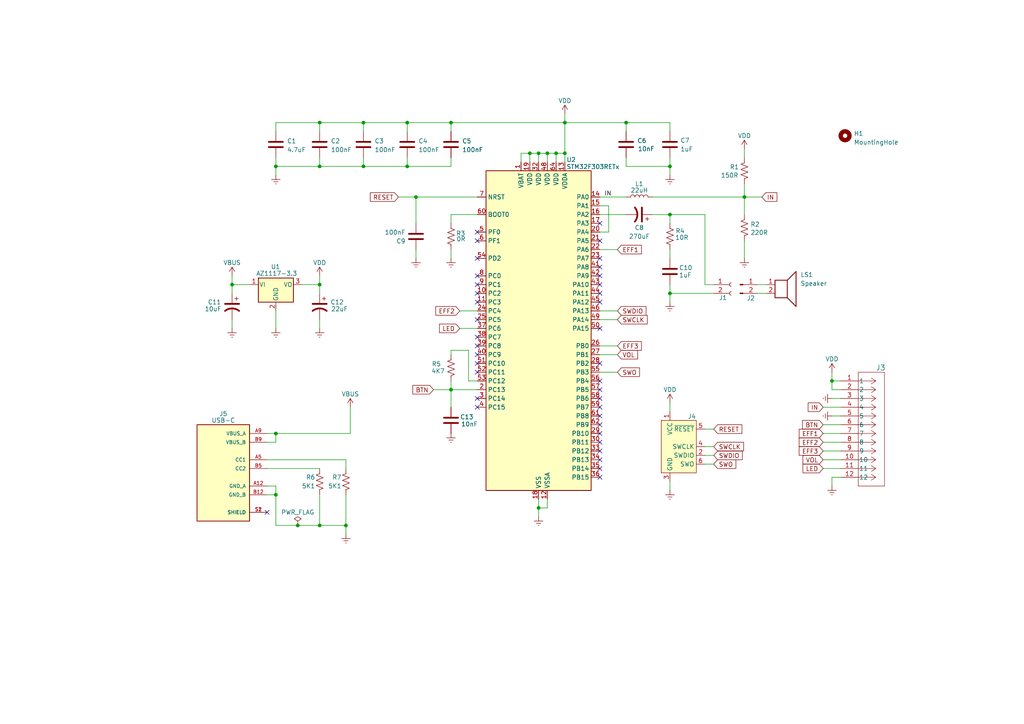
<source format=kicad_sch>
(kicad_sch (version 20230121) (generator eeschema)

  (uuid 381545a7-118b-42ed-95b7-556cf3d5ccf1)

  (paper "A4")

  (lib_symbols
    (symbol "Connector:Conn_01x02_Pin" (pin_names (offset 1.016) hide) (in_bom yes) (on_board yes)
      (property "Reference" "J" (at 0 2.54 0)
        (effects (font (size 1.27 1.27)))
      )
      (property "Value" "Conn_01x02_Pin" (at 0 -5.08 0)
        (effects (font (size 1.27 1.27)))
      )
      (property "Footprint" "" (at 0 0 0)
        (effects (font (size 1.27 1.27)) hide)
      )
      (property "Datasheet" "~" (at 0 0 0)
        (effects (font (size 1.27 1.27)) hide)
      )
      (property "ki_locked" "" (at 0 0 0)
        (effects (font (size 1.27 1.27)))
      )
      (property "ki_keywords" "connector" (at 0 0 0)
        (effects (font (size 1.27 1.27)) hide)
      )
      (property "ki_description" "Generic connector, single row, 01x02, script generated" (at 0 0 0)
        (effects (font (size 1.27 1.27)) hide)
      )
      (property "ki_fp_filters" "Connector*:*_1x??_*" (at 0 0 0)
        (effects (font (size 1.27 1.27)) hide)
      )
      (symbol "Conn_01x02_Pin_1_1"
        (polyline
          (pts
            (xy 1.27 -2.54)
            (xy 0.8636 -2.54)
          )
          (stroke (width 0.1524) (type default))
          (fill (type none))
        )
        (polyline
          (pts
            (xy 1.27 0)
            (xy 0.8636 0)
          )
          (stroke (width 0.1524) (type default))
          (fill (type none))
        )
        (rectangle (start 0.8636 -2.413) (end 0 -2.667)
          (stroke (width 0.1524) (type default))
          (fill (type outline))
        )
        (rectangle (start 0.8636 0.127) (end 0 -0.127)
          (stroke (width 0.1524) (type default))
          (fill (type outline))
        )
        (pin passive line (at 5.08 0 180) (length 3.81)
          (name "Pin_1" (effects (font (size 1.27 1.27))))
          (number "1" (effects (font (size 1.27 1.27))))
        )
        (pin passive line (at 5.08 -2.54 180) (length 3.81)
          (name "Pin_2" (effects (font (size 1.27 1.27))))
          (number "2" (effects (font (size 1.27 1.27))))
        )
      )
    )
    (symbol "Connector:Conn_01x02_Socket" (pin_names (offset 1.016) hide) (in_bom yes) (on_board yes)
      (property "Reference" "J" (at 0 2.54 0)
        (effects (font (size 1.27 1.27)))
      )
      (property "Value" "Conn_01x02_Socket" (at 0 -5.08 0)
        (effects (font (size 1.27 1.27)))
      )
      (property "Footprint" "" (at 0 0 0)
        (effects (font (size 1.27 1.27)) hide)
      )
      (property "Datasheet" "~" (at 0 0 0)
        (effects (font (size 1.27 1.27)) hide)
      )
      (property "ki_locked" "" (at 0 0 0)
        (effects (font (size 1.27 1.27)))
      )
      (property "ki_keywords" "connector" (at 0 0 0)
        (effects (font (size 1.27 1.27)) hide)
      )
      (property "ki_description" "Generic connector, single row, 01x02, script generated" (at 0 0 0)
        (effects (font (size 1.27 1.27)) hide)
      )
      (property "ki_fp_filters" "Connector*:*_1x??_*" (at 0 0 0)
        (effects (font (size 1.27 1.27)) hide)
      )
      (symbol "Conn_01x02_Socket_1_1"
        (arc (start 0 -2.032) (mid -0.5058 -2.54) (end 0 -3.048)
          (stroke (width 0.1524) (type default))
          (fill (type none))
        )
        (polyline
          (pts
            (xy -1.27 -2.54)
            (xy -0.508 -2.54)
          )
          (stroke (width 0.1524) (type default))
          (fill (type none))
        )
        (polyline
          (pts
            (xy -1.27 0)
            (xy -0.508 0)
          )
          (stroke (width 0.1524) (type default))
          (fill (type none))
        )
        (arc (start 0 0.508) (mid -0.5058 0) (end 0 -0.508)
          (stroke (width 0.1524) (type default))
          (fill (type none))
        )
        (pin passive line (at -5.08 0 0) (length 3.81)
          (name "Pin_1" (effects (font (size 1.27 1.27))))
          (number "1" (effects (font (size 1.27 1.27))))
        )
        (pin passive line (at -5.08 -2.54 0) (length 3.81)
          (name "Pin_2" (effects (font (size 1.27 1.27))))
          (number "2" (effects (font (size 1.27 1.27))))
        )
      )
    )
    (symbol "Connector:Conn_ARM_SWD_TagConnect_TC2030-NL" (in_bom no) (on_board yes)
      (property "Reference" "J14" (at -6.35 0.635 0)
        (effects (font (size 1.27 1.27)) (justify right))
      )
      (property "Value" "~" (at -6.35 -1.905 0)
        (effects (font (size 1.27 1.27)) (justify right) hide)
      )
      (property "Footprint" "Connector_PinHeader_2.54mm:PinHeader_2x03_P2.54mm_Vertical" (at 0 -17.78 0)
        (effects (font (size 1.27 1.27)) hide)
      )
      (property "Datasheet" "" (at 0 -15.24 0)
        (effects (font (size 1.27 1.27)) hide)
      )
      (property "ki_keywords" "Cortex Debug Connector ARM SWD JTAG" (at 0 0 0)
        (effects (font (size 1.27 1.27)) hide)
      )
      (property "ki_description" "Tag-Connect ARM Cortex SWD JTAG connector, 6 pin, no legs" (at 0 0 0)
        (effects (font (size 1.27 1.27)) hide)
      )
      (property "ki_fp_filters" "*TC2030*" (at 0 0 0)
        (effects (font (size 1.27 1.27)) hide)
      )
      (symbol "Conn_ARM_SWD_TagConnect_TC2030-NL_0_0"
        (pin power_in line (at -2.54 10.16 270) (length 2.54)
          (name "VCC" (effects (font (size 1.27 1.27))))
          (number "1" (effects (font (size 1.27 1.27))))
        )
        (pin bidirectional line (at 7.62 -2.54 180) (length 2.54)
          (name "SWDIO" (effects (font (size 1.27 1.27))))
          (number "2" (effects (font (size 1.27 1.27))))
          (alternate "TMS" bidirectional line)
        )
        (pin output line (at 7.62 0 180) (length 2.54)
          (name "SWCLK" (effects (font (size 1.27 1.27))))
          (number "4" (effects (font (size 1.27 1.27))))
          (alternate "TCK" output line)
        )
        (pin input line (at 7.62 -5.08 180) (length 2.54)
          (name "SWO" (effects (font (size 1.27 1.27))))
          (number "6" (effects (font (size 1.27 1.27))))
          (alternate "TDO" input line)
        )
      )
      (symbol "Conn_ARM_SWD_TagConnect_TC2030-NL_0_1"
        (rectangle (start -5.08 7.62) (end 5.08 -7.62)
          (stroke (width 0) (type default))
          (fill (type background))
        )
      )
      (symbol "Conn_ARM_SWD_TagConnect_TC2030-NL_1_0"
        (pin power_in line (at -2.54 -10.16 90) (length 2.54)
          (name "GND" (effects (font (size 1.27 1.27))))
          (number "3" (effects (font (size 1.27 1.27))))
        )
        (pin open_collector line (at 7.62 5.08 180) (length 2.54)
          (name "~{RESET}" (effects (font (size 1.27 1.27))))
          (number "5" (effects (font (size 1.27 1.27))))
        )
      )
    )
    (symbol "Custom:TE_Conn_1-1734248-2" (pin_names (offset 0.254)) (in_bom yes) (on_board yes)
      (property "Reference" "J" (at 8.89 6.35 0)
        (effects (font (size 1.524 1.524)))
      )
      (property "Value" "TE_Conn_1-1734248-2" (at 0 0 0)
        (effects (font (size 1.524 1.524)))
      )
      (property "Footprint" "CONN_1-1734248-2_TYCO" (at 0 0 0)
        (effects (font (size 1.27 1.27) italic) hide)
      )
      (property "Datasheet" "1-1734248-2" (at 0 0 0)
        (effects (font (size 1.27 1.27) italic) hide)
      )
      (property "ki_locked" "" (at 0 0 0)
        (effects (font (size 1.27 1.27)))
      )
      (property "ki_keywords" "1-1734248-2" (at 0 0 0)
        (effects (font (size 1.27 1.27)) hide)
      )
      (property "ki_fp_filters" "CONN_1-1734248-2_TYCO" (at 0 0 0)
        (effects (font (size 1.27 1.27)) hide)
      )
      (symbol "TE_Conn_1-1734248-2_1_1"
        (polyline
          (pts
            (xy 5.08 -30.48)
            (xy 12.7 -30.48)
          )
          (stroke (width 0.127) (type default))
          (fill (type none))
        )
        (polyline
          (pts
            (xy 5.08 2.54)
            (xy 5.08 -30.48)
          )
          (stroke (width 0.127) (type default))
          (fill (type none))
        )
        (polyline
          (pts
            (xy 10.16 -27.94)
            (xy 5.08 -27.94)
          )
          (stroke (width 0.127) (type default))
          (fill (type none))
        )
        (polyline
          (pts
            (xy 10.16 -27.94)
            (xy 8.89 -28.7867)
          )
          (stroke (width 0.127) (type default))
          (fill (type none))
        )
        (polyline
          (pts
            (xy 10.16 -27.94)
            (xy 8.89 -27.0933)
          )
          (stroke (width 0.127) (type default))
          (fill (type none))
        )
        (polyline
          (pts
            (xy 10.16 -25.4)
            (xy 5.08 -25.4)
          )
          (stroke (width 0.127) (type default))
          (fill (type none))
        )
        (polyline
          (pts
            (xy 10.16 -25.4)
            (xy 8.89 -26.2467)
          )
          (stroke (width 0.127) (type default))
          (fill (type none))
        )
        (polyline
          (pts
            (xy 10.16 -25.4)
            (xy 8.89 -24.5533)
          )
          (stroke (width 0.127) (type default))
          (fill (type none))
        )
        (polyline
          (pts
            (xy 10.16 -22.86)
            (xy 5.08 -22.86)
          )
          (stroke (width 0.127) (type default))
          (fill (type none))
        )
        (polyline
          (pts
            (xy 10.16 -22.86)
            (xy 8.89 -23.7067)
          )
          (stroke (width 0.127) (type default))
          (fill (type none))
        )
        (polyline
          (pts
            (xy 10.16 -22.86)
            (xy 8.89 -22.0133)
          )
          (stroke (width 0.127) (type default))
          (fill (type none))
        )
        (polyline
          (pts
            (xy 10.16 -20.32)
            (xy 5.08 -20.32)
          )
          (stroke (width 0.127) (type default))
          (fill (type none))
        )
        (polyline
          (pts
            (xy 10.16 -20.32)
            (xy 8.89 -21.1667)
          )
          (stroke (width 0.127) (type default))
          (fill (type none))
        )
        (polyline
          (pts
            (xy 10.16 -20.32)
            (xy 8.89 -19.4733)
          )
          (stroke (width 0.127) (type default))
          (fill (type none))
        )
        (polyline
          (pts
            (xy 10.16 -17.78)
            (xy 5.08 -17.78)
          )
          (stroke (width 0.127) (type default))
          (fill (type none))
        )
        (polyline
          (pts
            (xy 10.16 -17.78)
            (xy 8.89 -18.6267)
          )
          (stroke (width 0.127) (type default))
          (fill (type none))
        )
        (polyline
          (pts
            (xy 10.16 -17.78)
            (xy 8.89 -16.9333)
          )
          (stroke (width 0.127) (type default))
          (fill (type none))
        )
        (polyline
          (pts
            (xy 10.16 -15.24)
            (xy 5.08 -15.24)
          )
          (stroke (width 0.127) (type default))
          (fill (type none))
        )
        (polyline
          (pts
            (xy 10.16 -15.24)
            (xy 8.89 -16.0867)
          )
          (stroke (width 0.127) (type default))
          (fill (type none))
        )
        (polyline
          (pts
            (xy 10.16 -15.24)
            (xy 8.89 -14.3933)
          )
          (stroke (width 0.127) (type default))
          (fill (type none))
        )
        (polyline
          (pts
            (xy 10.16 -12.7)
            (xy 5.08 -12.7)
          )
          (stroke (width 0.127) (type default))
          (fill (type none))
        )
        (polyline
          (pts
            (xy 10.16 -12.7)
            (xy 8.89 -13.5467)
          )
          (stroke (width 0.127) (type default))
          (fill (type none))
        )
        (polyline
          (pts
            (xy 10.16 -12.7)
            (xy 8.89 -11.8533)
          )
          (stroke (width 0.127) (type default))
          (fill (type none))
        )
        (polyline
          (pts
            (xy 10.16 -10.16)
            (xy 5.08 -10.16)
          )
          (stroke (width 0.127) (type default))
          (fill (type none))
        )
        (polyline
          (pts
            (xy 10.16 -10.16)
            (xy 8.89 -11.0067)
          )
          (stroke (width 0.127) (type default))
          (fill (type none))
        )
        (polyline
          (pts
            (xy 10.16 -10.16)
            (xy 8.89 -9.3133)
          )
          (stroke (width 0.127) (type default))
          (fill (type none))
        )
        (polyline
          (pts
            (xy 10.16 -7.62)
            (xy 5.08 -7.62)
          )
          (stroke (width 0.127) (type default))
          (fill (type none))
        )
        (polyline
          (pts
            (xy 10.16 -7.62)
            (xy 8.89 -8.4667)
          )
          (stroke (width 0.127) (type default))
          (fill (type none))
        )
        (polyline
          (pts
            (xy 10.16 -7.62)
            (xy 8.89 -6.7733)
          )
          (stroke (width 0.127) (type default))
          (fill (type none))
        )
        (polyline
          (pts
            (xy 10.16 -5.08)
            (xy 5.08 -5.08)
          )
          (stroke (width 0.127) (type default))
          (fill (type none))
        )
        (polyline
          (pts
            (xy 10.16 -5.08)
            (xy 8.89 -5.9267)
          )
          (stroke (width 0.127) (type default))
          (fill (type none))
        )
        (polyline
          (pts
            (xy 10.16 -5.08)
            (xy 8.89 -4.2333)
          )
          (stroke (width 0.127) (type default))
          (fill (type none))
        )
        (polyline
          (pts
            (xy 10.16 -2.54)
            (xy 5.08 -2.54)
          )
          (stroke (width 0.127) (type default))
          (fill (type none))
        )
        (polyline
          (pts
            (xy 10.16 -2.54)
            (xy 8.89 -3.3867)
          )
          (stroke (width 0.127) (type default))
          (fill (type none))
        )
        (polyline
          (pts
            (xy 10.16 -2.54)
            (xy 8.89 -1.6933)
          )
          (stroke (width 0.127) (type default))
          (fill (type none))
        )
        (polyline
          (pts
            (xy 10.16 0)
            (xy 5.08 0)
          )
          (stroke (width 0.127) (type default))
          (fill (type none))
        )
        (polyline
          (pts
            (xy 10.16 0)
            (xy 8.89 -0.8467)
          )
          (stroke (width 0.127) (type default))
          (fill (type none))
        )
        (polyline
          (pts
            (xy 10.16 0)
            (xy 8.89 0.8467)
          )
          (stroke (width 0.127) (type default))
          (fill (type none))
        )
        (polyline
          (pts
            (xy 12.7 -30.48)
            (xy 12.7 2.54)
          )
          (stroke (width 0.127) (type default))
          (fill (type none))
        )
        (polyline
          (pts
            (xy 12.7 2.54)
            (xy 5.08 2.54)
          )
          (stroke (width 0.127) (type default))
          (fill (type none))
        )
        (pin unspecified line (at 0 0 0) (length 5.08)
          (name "1" (effects (font (size 1.27 1.27))))
          (number "1" (effects (font (size 1.27 1.27))))
        )
        (pin unspecified line (at 0 -22.86 0) (length 5.08)
          (name "10" (effects (font (size 1.27 1.27))))
          (number "10" (effects (font (size 1.27 1.27))))
        )
        (pin unspecified line (at 0 -25.4 0) (length 5.08)
          (name "11" (effects (font (size 1.27 1.27))))
          (number "11" (effects (font (size 1.27 1.27))))
        )
        (pin unspecified line (at 0 -27.94 0) (length 5.08)
          (name "12" (effects (font (size 1.27 1.27))))
          (number "12" (effects (font (size 1.27 1.27))))
        )
        (pin unspecified line (at 0 -2.54 0) (length 5.08)
          (name "2" (effects (font (size 1.27 1.27))))
          (number "2" (effects (font (size 1.27 1.27))))
        )
        (pin unspecified line (at 0 -5.08 0) (length 5.08)
          (name "3" (effects (font (size 1.27 1.27))))
          (number "3" (effects (font (size 1.27 1.27))))
        )
        (pin unspecified line (at 0 -7.62 0) (length 5.08)
          (name "4" (effects (font (size 1.27 1.27))))
          (number "4" (effects (font (size 1.27 1.27))))
        )
        (pin unspecified line (at 0 -10.16 0) (length 5.08)
          (name "5" (effects (font (size 1.27 1.27))))
          (number "5" (effects (font (size 1.27 1.27))))
        )
        (pin unspecified line (at 0 -12.7 0) (length 5.08)
          (name "6" (effects (font (size 1.27 1.27))))
          (number "6" (effects (font (size 1.27 1.27))))
        )
        (pin unspecified line (at 0 -15.24 0) (length 5.08)
          (name "7" (effects (font (size 1.27 1.27))))
          (number "7" (effects (font (size 1.27 1.27))))
        )
        (pin unspecified line (at 0 -17.78 0) (length 5.08)
          (name "8" (effects (font (size 1.27 1.27))))
          (number "8" (effects (font (size 1.27 1.27))))
        )
        (pin unspecified line (at 0 -20.32 0) (length 5.08)
          (name "9" (effects (font (size 1.27 1.27))))
          (number "9" (effects (font (size 1.27 1.27))))
        )
      )
      (symbol "TE_Conn_1-1734248-2_1_2"
        (polyline
          (pts
            (xy 5.08 -30.48)
            (xy 12.7 -30.48)
          )
          (stroke (width 0.127) (type default))
          (fill (type none))
        )
        (polyline
          (pts
            (xy 5.08 2.54)
            (xy 5.08 -30.48)
          )
          (stroke (width 0.127) (type default))
          (fill (type none))
        )
        (polyline
          (pts
            (xy 7.62 -27.94)
            (xy 5.08 -27.94)
          )
          (stroke (width 0.127) (type default))
          (fill (type none))
        )
        (polyline
          (pts
            (xy 7.62 -27.94)
            (xy 8.89 -28.7867)
          )
          (stroke (width 0.127) (type default))
          (fill (type none))
        )
        (polyline
          (pts
            (xy 7.62 -27.94)
            (xy 8.89 -27.0933)
          )
          (stroke (width 0.127) (type default))
          (fill (type none))
        )
        (polyline
          (pts
            (xy 7.62 -25.4)
            (xy 5.08 -25.4)
          )
          (stroke (width 0.127) (type default))
          (fill (type none))
        )
        (polyline
          (pts
            (xy 7.62 -25.4)
            (xy 8.89 -26.2467)
          )
          (stroke (width 0.127) (type default))
          (fill (type none))
        )
        (polyline
          (pts
            (xy 7.62 -25.4)
            (xy 8.89 -24.5533)
          )
          (stroke (width 0.127) (type default))
          (fill (type none))
        )
        (polyline
          (pts
            (xy 7.62 -22.86)
            (xy 5.08 -22.86)
          )
          (stroke (width 0.127) (type default))
          (fill (type none))
        )
        (polyline
          (pts
            (xy 7.62 -22.86)
            (xy 8.89 -23.7067)
          )
          (stroke (width 0.127) (type default))
          (fill (type none))
        )
        (polyline
          (pts
            (xy 7.62 -22.86)
            (xy 8.89 -22.0133)
          )
          (stroke (width 0.127) (type default))
          (fill (type none))
        )
        (polyline
          (pts
            (xy 7.62 -20.32)
            (xy 5.08 -20.32)
          )
          (stroke (width 0.127) (type default))
          (fill (type none))
        )
        (polyline
          (pts
            (xy 7.62 -20.32)
            (xy 8.89 -21.1667)
          )
          (stroke (width 0.127) (type default))
          (fill (type none))
        )
        (polyline
          (pts
            (xy 7.62 -20.32)
            (xy 8.89 -19.4733)
          )
          (stroke (width 0.127) (type default))
          (fill (type none))
        )
        (polyline
          (pts
            (xy 7.62 -17.78)
            (xy 5.08 -17.78)
          )
          (stroke (width 0.127) (type default))
          (fill (type none))
        )
        (polyline
          (pts
            (xy 7.62 -17.78)
            (xy 8.89 -18.6267)
          )
          (stroke (width 0.127) (type default))
          (fill (type none))
        )
        (polyline
          (pts
            (xy 7.62 -17.78)
            (xy 8.89 -16.9333)
          )
          (stroke (width 0.127) (type default))
          (fill (type none))
        )
        (polyline
          (pts
            (xy 7.62 -15.24)
            (xy 5.08 -15.24)
          )
          (stroke (width 0.127) (type default))
          (fill (type none))
        )
        (polyline
          (pts
            (xy 7.62 -15.24)
            (xy 8.89 -16.0867)
          )
          (stroke (width 0.127) (type default))
          (fill (type none))
        )
        (polyline
          (pts
            (xy 7.62 -15.24)
            (xy 8.89 -14.3933)
          )
          (stroke (width 0.127) (type default))
          (fill (type none))
        )
        (polyline
          (pts
            (xy 7.62 -12.7)
            (xy 5.08 -12.7)
          )
          (stroke (width 0.127) (type default))
          (fill (type none))
        )
        (polyline
          (pts
            (xy 7.62 -12.7)
            (xy 8.89 -13.5467)
          )
          (stroke (width 0.127) (type default))
          (fill (type none))
        )
        (polyline
          (pts
            (xy 7.62 -12.7)
            (xy 8.89 -11.8533)
          )
          (stroke (width 0.127) (type default))
          (fill (type none))
        )
        (polyline
          (pts
            (xy 7.62 -10.16)
            (xy 5.08 -10.16)
          )
          (stroke (width 0.127) (type default))
          (fill (type none))
        )
        (polyline
          (pts
            (xy 7.62 -10.16)
            (xy 8.89 -11.0067)
          )
          (stroke (width 0.127) (type default))
          (fill (type none))
        )
        (polyline
          (pts
            (xy 7.62 -10.16)
            (xy 8.89 -9.3133)
          )
          (stroke (width 0.127) (type default))
          (fill (type none))
        )
        (polyline
          (pts
            (xy 7.62 -7.62)
            (xy 5.08 -7.62)
          )
          (stroke (width 0.127) (type default))
          (fill (type none))
        )
        (polyline
          (pts
            (xy 7.62 -7.62)
            (xy 8.89 -8.4667)
          )
          (stroke (width 0.127) (type default))
          (fill (type none))
        )
        (polyline
          (pts
            (xy 7.62 -7.62)
            (xy 8.89 -6.7733)
          )
          (stroke (width 0.127) (type default))
          (fill (type none))
        )
        (polyline
          (pts
            (xy 7.62 -5.08)
            (xy 5.08 -5.08)
          )
          (stroke (width 0.127) (type default))
          (fill (type none))
        )
        (polyline
          (pts
            (xy 7.62 -5.08)
            (xy 8.89 -5.9267)
          )
          (stroke (width 0.127) (type default))
          (fill (type none))
        )
        (polyline
          (pts
            (xy 7.62 -5.08)
            (xy 8.89 -4.2333)
          )
          (stroke (width 0.127) (type default))
          (fill (type none))
        )
        (polyline
          (pts
            (xy 7.62 -2.54)
            (xy 5.08 -2.54)
          )
          (stroke (width 0.127) (type default))
          (fill (type none))
        )
        (polyline
          (pts
            (xy 7.62 -2.54)
            (xy 8.89 -3.3867)
          )
          (stroke (width 0.127) (type default))
          (fill (type none))
        )
        (polyline
          (pts
            (xy 7.62 -2.54)
            (xy 8.89 -1.6933)
          )
          (stroke (width 0.127) (type default))
          (fill (type none))
        )
        (polyline
          (pts
            (xy 7.62 0)
            (xy 5.08 0)
          )
          (stroke (width 0.127) (type default))
          (fill (type none))
        )
        (polyline
          (pts
            (xy 7.62 0)
            (xy 8.89 -0.8467)
          )
          (stroke (width 0.127) (type default))
          (fill (type none))
        )
        (polyline
          (pts
            (xy 7.62 0)
            (xy 8.89 0.8467)
          )
          (stroke (width 0.127) (type default))
          (fill (type none))
        )
        (polyline
          (pts
            (xy 12.7 -30.48)
            (xy 12.7 2.54)
          )
          (stroke (width 0.127) (type default))
          (fill (type none))
        )
        (polyline
          (pts
            (xy 12.7 2.54)
            (xy 5.08 2.54)
          )
          (stroke (width 0.127) (type default))
          (fill (type none))
        )
        (pin unspecified line (at 0 0 0) (length 5.08)
          (name "1" (effects (font (size 1.27 1.27))))
          (number "1" (effects (font (size 1.27 1.27))))
        )
        (pin unspecified line (at 0 -22.86 0) (length 5.08)
          (name "10" (effects (font (size 1.27 1.27))))
          (number "10" (effects (font (size 1.27 1.27))))
        )
        (pin unspecified line (at 0 -25.4 0) (length 5.08)
          (name "11" (effects (font (size 1.27 1.27))))
          (number "11" (effects (font (size 1.27 1.27))))
        )
        (pin unspecified line (at 0 -27.94 0) (length 5.08)
          (name "12" (effects (font (size 1.27 1.27))))
          (number "12" (effects (font (size 1.27 1.27))))
        )
        (pin unspecified line (at 0 -2.54 0) (length 5.08)
          (name "2" (effects (font (size 1.27 1.27))))
          (number "2" (effects (font (size 1.27 1.27))))
        )
        (pin unspecified line (at 0 -5.08 0) (length 5.08)
          (name "3" (effects (font (size 1.27 1.27))))
          (number "3" (effects (font (size 1.27 1.27))))
        )
        (pin unspecified line (at 0 -7.62 0) (length 5.08)
          (name "4" (effects (font (size 1.27 1.27))))
          (number "4" (effects (font (size 1.27 1.27))))
        )
        (pin unspecified line (at 0 -10.16 0) (length 5.08)
          (name "5" (effects (font (size 1.27 1.27))))
          (number "5" (effects (font (size 1.27 1.27))))
        )
        (pin unspecified line (at 0 -12.7 0) (length 5.08)
          (name "6" (effects (font (size 1.27 1.27))))
          (number "6" (effects (font (size 1.27 1.27))))
        )
        (pin unspecified line (at 0 -15.24 0) (length 5.08)
          (name "7" (effects (font (size 1.27 1.27))))
          (number "7" (effects (font (size 1.27 1.27))))
        )
        (pin unspecified line (at 0 -17.78 0) (length 5.08)
          (name "8" (effects (font (size 1.27 1.27))))
          (number "8" (effects (font (size 1.27 1.27))))
        )
        (pin unspecified line (at 0 -20.32 0) (length 5.08)
          (name "9" (effects (font (size 1.27 1.27))))
          (number "9" (effects (font (size 1.27 1.27))))
        )
      )
    )
    (symbol "Custom:USB4130-GF-A_REVA" (pin_names (offset 1.016)) (in_bom yes) (on_board yes)
      (property "Reference" "J" (at -7.62 13.97 0)
        (effects (font (size 1.27 1.27)) (justify left bottom))
      )
      (property "Value" "USB4130-GF-A_REVA" (at -7.62 -17.78 0)
        (effects (font (size 1.27 1.27)) (justify left bottom))
      )
      (property "Footprint" "USB4130-GF-A_REVA:GCT_USB4130-GF-A_REVA" (at 0 0 0)
        (effects (font (size 1.27 1.27)) (justify bottom) hide)
      )
      (property "Datasheet" "" (at 0 0 0)
        (effects (font (size 1.27 1.27)) hide)
      )
      (property "MF" "Global Connector Technology" (at 0 0 0)
        (effects (font (size 1.27 1.27)) (justify bottom) hide)
      )
      (property "MAXIMUM_PACKAGE_HEIGHT" "6.50 mm" (at 0 0 0)
        (effects (font (size 1.27 1.27)) (justify bottom) hide)
      )
      (property "Package" "None" (at 0 0 0)
        (effects (font (size 1.27 1.27)) (justify bottom) hide)
      )
      (property "Price" "None" (at 0 0 0)
        (effects (font (size 1.27 1.27)) (justify bottom) hide)
      )
      (property "Check_prices" "https://www.snapeda.com/parts/USB4130-GF-A/Global+Connector+Technology/view-part/?ref=eda" (at 0 0 0)
        (effects (font (size 1.27 1.27)) (justify bottom) hide)
      )
      (property "STANDARD" "Manufacturer Recommendations" (at 0 0 0)
        (effects (font (size 1.27 1.27)) (justify bottom) hide)
      )
      (property "PARTREV" "A" (at 0 0 0)
        (effects (font (size 1.27 1.27)) (justify bottom) hide)
      )
      (property "SnapEDA_Link" "https://www.snapeda.com/parts/USB4130-GF-A/Global+Connector+Technology/view-part/?ref=snap" (at 0 0 0)
        (effects (font (size 1.27 1.27)) (justify bottom) hide)
      )
      (property "MP" "USB4130-GF-A" (at 0 0 0)
        (effects (font (size 1.27 1.27)) (justify bottom) hide)
      )
      (property "Description" "\nUSB Type C Receptacle, Vertical, SMT, For Power charging only\n" (at 0 0 0)
        (effects (font (size 1.27 1.27)) (justify bottom) hide)
      )
      (property "Availability" "Not in stock" (at 0 0 0)
        (effects (font (size 1.27 1.27)) (justify bottom) hide)
      )
      (property "MANUFACTURER" "GCT" (at 0 0 0)
        (effects (font (size 1.27 1.27)) (justify bottom) hide)
      )
      (symbol "USB4130-GF-A_REVA_0_0"
        (rectangle (start -7.62 -15.24) (end 7.62 12.7)
          (stroke (width 0.254) (type default))
          (fill (type background))
        )
        (pin power_in line (at -12.7 -5.08 0) (length 5.08)
          (name "GND_A" (effects (font (size 1.016 1.016))))
          (number "A12" (effects (font (size 1.016 1.016))))
        )
        (pin passive line (at -12.7 2.54 0) (length 5.08)
          (name "CC1" (effects (font (size 1.016 1.016))))
          (number "A5" (effects (font (size 1.016 1.016))))
        )
        (pin power_in line (at -12.7 10.16 0) (length 5.08)
          (name "VBUS_A" (effects (font (size 1.016 1.016))))
          (number "A9" (effects (font (size 1.016 1.016))))
        )
        (pin power_in line (at -12.7 -7.62 0) (length 5.08)
          (name "GND_B" (effects (font (size 1.016 1.016))))
          (number "B12" (effects (font (size 1.016 1.016))))
        )
        (pin passive line (at -12.7 0 0) (length 5.08)
          (name "CC2" (effects (font (size 1.016 1.016))))
          (number "B5" (effects (font (size 1.016 1.016))))
        )
        (pin power_in line (at -12.7 7.62 0) (length 5.08)
          (name "VBUS_B" (effects (font (size 1.016 1.016))))
          (number "B9" (effects (font (size 1.016 1.016))))
        )
        (pin passive line (at -12.7 -12.7 0) (length 5.08)
          (name "SHIELD" (effects (font (size 1.016 1.016))))
          (number "S1" (effects (font (size 1.016 1.016))))
        )
        (pin passive line (at -12.7 -12.7 0) (length 5.08)
          (name "SHIELD" (effects (font (size 1.016 1.016))))
          (number "S2" (effects (font (size 1.016 1.016))))
        )
      )
    )
    (symbol "Device:C" (pin_numbers hide) (pin_names (offset 0.254)) (in_bom yes) (on_board yes)
      (property "Reference" "C" (at 0.635 2.54 0)
        (effects (font (size 1.27 1.27)) (justify left))
      )
      (property "Value" "C" (at 0.635 -2.54 0)
        (effects (font (size 1.27 1.27)) (justify left))
      )
      (property "Footprint" "" (at 0.9652 -3.81 0)
        (effects (font (size 1.27 1.27)) hide)
      )
      (property "Datasheet" "~" (at 0 0 0)
        (effects (font (size 1.27 1.27)) hide)
      )
      (property "ki_keywords" "cap capacitor" (at 0 0 0)
        (effects (font (size 1.27 1.27)) hide)
      )
      (property "ki_description" "Unpolarized capacitor" (at 0 0 0)
        (effects (font (size 1.27 1.27)) hide)
      )
      (property "ki_fp_filters" "C_*" (at 0 0 0)
        (effects (font (size 1.27 1.27)) hide)
      )
      (symbol "C_0_1"
        (polyline
          (pts
            (xy -2.032 -0.762)
            (xy 2.032 -0.762)
          )
          (stroke (width 0.508) (type default))
          (fill (type none))
        )
        (polyline
          (pts
            (xy -2.032 0.762)
            (xy 2.032 0.762)
          )
          (stroke (width 0.508) (type default))
          (fill (type none))
        )
      )
      (symbol "C_1_1"
        (pin passive line (at 0 3.81 270) (length 2.794)
          (name "~" (effects (font (size 1.27 1.27))))
          (number "1" (effects (font (size 1.27 1.27))))
        )
        (pin passive line (at 0 -3.81 90) (length 2.794)
          (name "~" (effects (font (size 1.27 1.27))))
          (number "2" (effects (font (size 1.27 1.27))))
        )
      )
    )
    (symbol "Device:C_Polarized_US" (pin_numbers hide) (pin_names (offset 0.254) hide) (in_bom yes) (on_board yes)
      (property "Reference" "C" (at 0.635 2.54 0)
        (effects (font (size 1.27 1.27)) (justify left))
      )
      (property "Value" "C_Polarized_US" (at 0.635 -2.54 0)
        (effects (font (size 1.27 1.27)) (justify left))
      )
      (property "Footprint" "" (at 0 0 0)
        (effects (font (size 1.27 1.27)) hide)
      )
      (property "Datasheet" "~" (at 0 0 0)
        (effects (font (size 1.27 1.27)) hide)
      )
      (property "ki_keywords" "cap capacitor" (at 0 0 0)
        (effects (font (size 1.27 1.27)) hide)
      )
      (property "ki_description" "Polarized capacitor, US symbol" (at 0 0 0)
        (effects (font (size 1.27 1.27)) hide)
      )
      (property "ki_fp_filters" "CP_*" (at 0 0 0)
        (effects (font (size 1.27 1.27)) hide)
      )
      (symbol "C_Polarized_US_0_1"
        (polyline
          (pts
            (xy -2.032 0.762)
            (xy 2.032 0.762)
          )
          (stroke (width 0.508) (type default))
          (fill (type none))
        )
        (polyline
          (pts
            (xy -1.778 2.286)
            (xy -0.762 2.286)
          )
          (stroke (width 0) (type default))
          (fill (type none))
        )
        (polyline
          (pts
            (xy -1.27 1.778)
            (xy -1.27 2.794)
          )
          (stroke (width 0) (type default))
          (fill (type none))
        )
        (arc (start 2.032 -1.27) (mid 0 -0.5572) (end -2.032 -1.27)
          (stroke (width 0.508) (type default))
          (fill (type none))
        )
      )
      (symbol "C_Polarized_US_1_1"
        (pin passive line (at 0 3.81 270) (length 2.794)
          (name "~" (effects (font (size 1.27 1.27))))
          (number "1" (effects (font (size 1.27 1.27))))
        )
        (pin passive line (at 0 -3.81 90) (length 3.302)
          (name "~" (effects (font (size 1.27 1.27))))
          (number "2" (effects (font (size 1.27 1.27))))
        )
      )
    )
    (symbol "Device:L" (pin_numbers hide) (pin_names (offset 1.016) hide) (in_bom yes) (on_board yes)
      (property "Reference" "L" (at -1.27 0 90)
        (effects (font (size 1.27 1.27)))
      )
      (property "Value" "L" (at 1.905 0 90)
        (effects (font (size 1.27 1.27)))
      )
      (property "Footprint" "" (at 0 0 0)
        (effects (font (size 1.27 1.27)) hide)
      )
      (property "Datasheet" "~" (at 0 0 0)
        (effects (font (size 1.27 1.27)) hide)
      )
      (property "ki_keywords" "inductor choke coil reactor magnetic" (at 0 0 0)
        (effects (font (size 1.27 1.27)) hide)
      )
      (property "ki_description" "Inductor" (at 0 0 0)
        (effects (font (size 1.27 1.27)) hide)
      )
      (property "ki_fp_filters" "Choke_* *Coil* Inductor_* L_*" (at 0 0 0)
        (effects (font (size 1.27 1.27)) hide)
      )
      (symbol "L_0_1"
        (arc (start 0 -2.54) (mid 0.6323 -1.905) (end 0 -1.27)
          (stroke (width 0) (type default))
          (fill (type none))
        )
        (arc (start 0 -1.27) (mid 0.6323 -0.635) (end 0 0)
          (stroke (width 0) (type default))
          (fill (type none))
        )
        (arc (start 0 0) (mid 0.6323 0.635) (end 0 1.27)
          (stroke (width 0) (type default))
          (fill (type none))
        )
        (arc (start 0 1.27) (mid 0.6323 1.905) (end 0 2.54)
          (stroke (width 0) (type default))
          (fill (type none))
        )
      )
      (symbol "L_1_1"
        (pin passive line (at 0 3.81 270) (length 1.27)
          (name "1" (effects (font (size 1.27 1.27))))
          (number "1" (effects (font (size 1.27 1.27))))
        )
        (pin passive line (at 0 -3.81 90) (length 1.27)
          (name "2" (effects (font (size 1.27 1.27))))
          (number "2" (effects (font (size 1.27 1.27))))
        )
      )
    )
    (symbol "Device:R_US" (pin_numbers hide) (pin_names (offset 0)) (in_bom yes) (on_board yes)
      (property "Reference" "R" (at 2.54 0 90)
        (effects (font (size 1.27 1.27)))
      )
      (property "Value" "R_US" (at -2.54 0 90)
        (effects (font (size 1.27 1.27)))
      )
      (property "Footprint" "" (at 1.016 -0.254 90)
        (effects (font (size 1.27 1.27)) hide)
      )
      (property "Datasheet" "~" (at 0 0 0)
        (effects (font (size 1.27 1.27)) hide)
      )
      (property "ki_keywords" "R res resistor" (at 0 0 0)
        (effects (font (size 1.27 1.27)) hide)
      )
      (property "ki_description" "Resistor, US symbol" (at 0 0 0)
        (effects (font (size 1.27 1.27)) hide)
      )
      (property "ki_fp_filters" "R_*" (at 0 0 0)
        (effects (font (size 1.27 1.27)) hide)
      )
      (symbol "R_US_0_1"
        (polyline
          (pts
            (xy 0 -2.286)
            (xy 0 -2.54)
          )
          (stroke (width 0) (type default))
          (fill (type none))
        )
        (polyline
          (pts
            (xy 0 2.286)
            (xy 0 2.54)
          )
          (stroke (width 0) (type default))
          (fill (type none))
        )
        (polyline
          (pts
            (xy 0 -0.762)
            (xy 1.016 -1.143)
            (xy 0 -1.524)
            (xy -1.016 -1.905)
            (xy 0 -2.286)
          )
          (stroke (width 0) (type default))
          (fill (type none))
        )
        (polyline
          (pts
            (xy 0 0.762)
            (xy 1.016 0.381)
            (xy 0 0)
            (xy -1.016 -0.381)
            (xy 0 -0.762)
          )
          (stroke (width 0) (type default))
          (fill (type none))
        )
        (polyline
          (pts
            (xy 0 2.286)
            (xy 1.016 1.905)
            (xy 0 1.524)
            (xy -1.016 1.143)
            (xy 0 0.762)
          )
          (stroke (width 0) (type default))
          (fill (type none))
        )
      )
      (symbol "R_US_1_1"
        (pin passive line (at 0 3.81 270) (length 1.27)
          (name "~" (effects (font (size 1.27 1.27))))
          (number "1" (effects (font (size 1.27 1.27))))
        )
        (pin passive line (at 0 -3.81 90) (length 1.27)
          (name "~" (effects (font (size 1.27 1.27))))
          (number "2" (effects (font (size 1.27 1.27))))
        )
      )
    )
    (symbol "Device:Speaker" (pin_names (offset 0) hide) (in_bom yes) (on_board yes)
      (property "Reference" "LS" (at 1.27 5.715 0)
        (effects (font (size 1.27 1.27)) (justify right))
      )
      (property "Value" "Speaker" (at 1.27 3.81 0)
        (effects (font (size 1.27 1.27)) (justify right))
      )
      (property "Footprint" "" (at 0 -5.08 0)
        (effects (font (size 1.27 1.27)) hide)
      )
      (property "Datasheet" "~" (at -0.254 -1.27 0)
        (effects (font (size 1.27 1.27)) hide)
      )
      (property "ki_keywords" "speaker sound" (at 0 0 0)
        (effects (font (size 1.27 1.27)) hide)
      )
      (property "ki_description" "Speaker" (at 0 0 0)
        (effects (font (size 1.27 1.27)) hide)
      )
      (symbol "Speaker_0_0"
        (rectangle (start -2.54 1.27) (end 1.016 -3.81)
          (stroke (width 0.254) (type default))
          (fill (type none))
        )
        (polyline
          (pts
            (xy 1.016 1.27)
            (xy 3.556 3.81)
            (xy 3.556 -6.35)
            (xy 1.016 -3.81)
          )
          (stroke (width 0.254) (type default))
          (fill (type none))
        )
      )
      (symbol "Speaker_1_1"
        (pin input line (at -5.08 0 0) (length 2.54)
          (name "1" (effects (font (size 1.27 1.27))))
          (number "1" (effects (font (size 1.27 1.27))))
        )
        (pin input line (at -5.08 -2.54 0) (length 2.54)
          (name "2" (effects (font (size 1.27 1.27))))
          (number "2" (effects (font (size 1.27 1.27))))
        )
      )
    )
    (symbol "MCU_ST_STM32F3:STM32F303RETx" (in_bom yes) (on_board yes)
      (property "Reference" "U2" (at 8.0754 54.001 0)
        (effects (font (size 1.27 1.27)) (justify left))
      )
      (property "Value" "STM32F303RETx" (at 8.0754 51.9684 0)
        (effects (font (size 1.27 1.27)) (justify left))
      )
      (property "Footprint" "Package_QFP:LQFP-64_10x10mm_P0.5mm" (at -15.24 -43.18 0)
        (effects (font (size 1.27 1.27)) (justify right) hide)
      )
      (property "Datasheet" "https://www.st.com/resource/en/datasheet/stm32f303re.pdf" (at 0 0 0)
        (effects (font (size 1.27 1.27)) hide)
      )
      (property "LCSC" "C183214" (at 0 0 0)
        (effects (font (size 1.27 1.27)) hide)
      )
      (property "ki_locked" "" (at 0 0 0)
        (effects (font (size 1.27 1.27)))
      )
      (property "ki_keywords" "Arm Cortex-M4 STM32F3 STM32F303" (at 0 0 0)
        (effects (font (size 1.27 1.27)) hide)
      )
      (property "ki_description" "STMicroelectronics Arm Cortex-M4 MCU, 512KB flash, 80KB RAM, 72 MHz, 2.0-3.6V, 51 GPIO, LQFP64" (at 0 0 0)
        (effects (font (size 1.27 1.27)) hide)
      )
      (property "ki_fp_filters" "LQFP*10x10mm*P0.5mm*" (at 0 0 0)
        (effects (font (size 1.27 1.27)) hide)
      )
      (symbol "STM32F303RETx_0_1"
        (rectangle (start -15.24 50.8) (end 15.24 -41.91)
          (stroke (width 0.254) (type default))
          (fill (type background))
        )
      )
      (symbol "STM32F303RETx_1_1"
        (pin power_in line (at -5.08 53.34 270) (length 2.54)
          (name "VBAT" (effects (font (size 1.27 1.27))))
          (number "1" (effects (font (size 1.27 1.27))))
        )
        (pin bidirectional line (at -17.78 15.24 0) (length 2.54)
          (name "PC2" (effects (font (size 1.27 1.27))))
          (number "10" (effects (font (size 1.27 1.27))))
          (alternate "ADC1_IN8" bidirectional line)
          (alternate "ADC2_IN8" bidirectional line)
          (alternate "ADC3_EXTI2" bidirectional line)
          (alternate "ADC4_EXTI2" bidirectional line)
          (alternate "COMP7_OUT" bidirectional line)
          (alternate "TIM1_CH3" bidirectional line)
        )
        (pin bidirectional line (at -17.78 12.7 0) (length 2.54)
          (name "PC3" (effects (font (size 1.27 1.27))))
          (number "11" (effects (font (size 1.27 1.27))))
          (alternate "ADC1_IN9" bidirectional line)
          (alternate "ADC2_IN9" bidirectional line)
          (alternate "TIM1_BKIN2" bidirectional line)
          (alternate "TIM1_CH4" bidirectional line)
        )
        (pin power_in line (at 2.54 -44.45 90) (length 2.54)
          (name "VSSA" (effects (font (size 1.27 1.27))))
          (number "12" (effects (font (size 1.27 1.27))))
        )
        (pin power_in line (at 7.62 53.34 270) (length 2.54)
          (name "VDDA" (effects (font (size 1.27 1.27))))
          (number "13" (effects (font (size 1.27 1.27))))
        )
        (pin bidirectional line (at 17.78 43.18 180) (length 2.54)
          (name "PA0" (effects (font (size 1.27 1.27))))
          (number "14" (effects (font (size 1.27 1.27))))
          (alternate "ADC1_IN1" bidirectional line)
          (alternate "COMP1_INM" bidirectional line)
          (alternate "COMP1_OUT" bidirectional line)
          (alternate "RTC_TAMP2" bidirectional line)
          (alternate "SYS_WKUP1" bidirectional line)
          (alternate "TIM2_CH1" bidirectional line)
          (alternate "TIM2_ETR" bidirectional line)
          (alternate "TIM8_BKIN" bidirectional line)
          (alternate "TIM8_ETR" bidirectional line)
          (alternate "TSC_G1_IO1" bidirectional line)
          (alternate "USART2_CTS" bidirectional line)
        )
        (pin bidirectional line (at 17.78 40.64 180) (length 2.54)
          (name "PA1" (effects (font (size 1.27 1.27))))
          (number "15" (effects (font (size 1.27 1.27))))
          (alternate "ADC1_IN2" bidirectional line)
          (alternate "COMP1_INP" bidirectional line)
          (alternate "OPAMP1_VINP" bidirectional line)
          (alternate "OPAMP1_VINP_SEC" bidirectional line)
          (alternate "OPAMP3_VINP" bidirectional line)
          (alternate "OPAMP3_VINP_SEC" bidirectional line)
          (alternate "RTC_REFIN" bidirectional line)
          (alternate "TIM15_CH1N" bidirectional line)
          (alternate "TIM2_CH2" bidirectional line)
          (alternate "TSC_G1_IO2" bidirectional line)
          (alternate "USART2_DE" bidirectional line)
          (alternate "USART2_RTS" bidirectional line)
        )
        (pin bidirectional line (at 17.78 38.1 180) (length 2.54)
          (name "PA2" (effects (font (size 1.27 1.27))))
          (number "16" (effects (font (size 1.27 1.27))))
          (alternate "ADC1_IN3" bidirectional line)
          (alternate "ADC3_EXTI2" bidirectional line)
          (alternate "ADC4_EXTI2" bidirectional line)
          (alternate "COMP2_INM" bidirectional line)
          (alternate "COMP2_OUT" bidirectional line)
          (alternate "OPAMP1_VOUT" bidirectional line)
          (alternate "TIM15_CH1" bidirectional line)
          (alternate "TIM2_CH3" bidirectional line)
          (alternate "TSC_G1_IO3" bidirectional line)
          (alternate "USART2_TX" bidirectional line)
        )
        (pin bidirectional line (at 17.78 35.56 180) (length 2.54)
          (name "PA3" (effects (font (size 1.27 1.27))))
          (number "17" (effects (font (size 1.27 1.27))))
          (alternate "ADC1_IN4" bidirectional line)
          (alternate "OPAMP1_VINM" bidirectional line)
          (alternate "OPAMP1_VINM_SEC" bidirectional line)
          (alternate "OPAMP1_VINP" bidirectional line)
          (alternate "OPAMP1_VINP_SEC" bidirectional line)
          (alternate "TIM15_CH2" bidirectional line)
          (alternate "TIM2_CH4" bidirectional line)
          (alternate "TSC_G1_IO4" bidirectional line)
          (alternate "USART2_RX" bidirectional line)
        )
        (pin power_in line (at 0 -44.45 90) (length 2.54)
          (name "VSS" (effects (font (size 1.27 1.27))))
          (number "18" (effects (font (size 1.27 1.27))))
        )
        (pin power_in line (at -2.54 53.34 270) (length 2.54)
          (name "VDD" (effects (font (size 1.27 1.27))))
          (number "19" (effects (font (size 1.27 1.27))))
        )
        (pin bidirectional line (at -17.78 -12.7 0) (length 2.54)
          (name "PC13" (effects (font (size 1.27 1.27))))
          (number "2" (effects (font (size 1.27 1.27))))
          (alternate "RTC_OUT_ALARM" bidirectional line)
          (alternate "RTC_OUT_CALIB" bidirectional line)
          (alternate "RTC_TAMP1" bidirectional line)
          (alternate "RTC_TS" bidirectional line)
          (alternate "SYS_WKUP2" bidirectional line)
          (alternate "TIM1_CH1N" bidirectional line)
        )
        (pin bidirectional line (at 17.78 33.02 180) (length 2.54)
          (name "PA4" (effects (font (size 1.27 1.27))))
          (number "20" (effects (font (size 1.27 1.27))))
          (alternate "ADC2_IN1" bidirectional line)
          (alternate "COMP1_INM" bidirectional line)
          (alternate "COMP2_INM" bidirectional line)
          (alternate "COMP3_INM" bidirectional line)
          (alternate "COMP4_INM" bidirectional line)
          (alternate "COMP5_INM" bidirectional line)
          (alternate "COMP6_INM" bidirectional line)
          (alternate "COMP7_INM" bidirectional line)
          (alternate "DAC1_OUT1" bidirectional line)
          (alternate "I2S3_WS" bidirectional line)
          (alternate "OPAMP4_VINP" bidirectional line)
          (alternate "OPAMP4_VINP_SEC" bidirectional line)
          (alternate "SPI1_NSS" bidirectional line)
          (alternate "SPI3_NSS" bidirectional line)
          (alternate "TIM3_CH2" bidirectional line)
          (alternate "TSC_G2_IO1" bidirectional line)
          (alternate "USART2_CK" bidirectional line)
        )
        (pin bidirectional line (at 17.78 30.48 180) (length 2.54)
          (name "PA5" (effects (font (size 1.27 1.27))))
          (number "21" (effects (font (size 1.27 1.27))))
          (alternate "ADC2_IN2" bidirectional line)
          (alternate "COMP1_INM" bidirectional line)
          (alternate "COMP2_INM" bidirectional line)
          (alternate "COMP3_INM" bidirectional line)
          (alternate "COMP4_INM" bidirectional line)
          (alternate "COMP5_INM" bidirectional line)
          (alternate "COMP6_INM" bidirectional line)
          (alternate "COMP7_INM" bidirectional line)
          (alternate "DAC1_OUT2" bidirectional line)
          (alternate "OPAMP1_VINP" bidirectional line)
          (alternate "OPAMP1_VINP_SEC" bidirectional line)
          (alternate "OPAMP2_VINM" bidirectional line)
          (alternate "OPAMP2_VINM_SEC" bidirectional line)
          (alternate "OPAMP3_VINP" bidirectional line)
          (alternate "OPAMP3_VINP_SEC" bidirectional line)
          (alternate "SPI1_SCK" bidirectional line)
          (alternate "TIM2_CH1" bidirectional line)
          (alternate "TIM2_ETR" bidirectional line)
          (alternate "TSC_G2_IO2" bidirectional line)
        )
        (pin bidirectional line (at 17.78 27.94 180) (length 2.54)
          (name "PA6" (effects (font (size 1.27 1.27))))
          (number "22" (effects (font (size 1.27 1.27))))
          (alternate "ADC2_IN3" bidirectional line)
          (alternate "COMP1_OUT" bidirectional line)
          (alternate "OPAMP2_VOUT" bidirectional line)
          (alternate "SPI1_MISO" bidirectional line)
          (alternate "TIM16_CH1" bidirectional line)
          (alternate "TIM1_BKIN" bidirectional line)
          (alternate "TIM3_CH1" bidirectional line)
          (alternate "TIM8_BKIN" bidirectional line)
          (alternate "TSC_G2_IO3" bidirectional line)
        )
        (pin bidirectional line (at 17.78 25.4 180) (length 2.54)
          (name "PA7" (effects (font (size 1.27 1.27))))
          (number "23" (effects (font (size 1.27 1.27))))
          (alternate "ADC2_IN4" bidirectional line)
          (alternate "COMP2_INP" bidirectional line)
          (alternate "OPAMP1_VINP" bidirectional line)
          (alternate "OPAMP1_VINP_SEC" bidirectional line)
          (alternate "OPAMP2_VINP" bidirectional line)
          (alternate "OPAMP2_VINP_SEC" bidirectional line)
          (alternate "SPI1_MOSI" bidirectional line)
          (alternate "TIM17_CH1" bidirectional line)
          (alternate "TIM1_CH1N" bidirectional line)
          (alternate "TIM3_CH2" bidirectional line)
          (alternate "TIM8_CH1N" bidirectional line)
          (alternate "TSC_G2_IO4" bidirectional line)
        )
        (pin bidirectional line (at -17.78 10.16 0) (length 2.54)
          (name "PC4" (effects (font (size 1.27 1.27))))
          (number "24" (effects (font (size 1.27 1.27))))
          (alternate "ADC2_IN5" bidirectional line)
          (alternate "TIM1_ETR" bidirectional line)
          (alternate "USART1_TX" bidirectional line)
        )
        (pin bidirectional line (at -17.78 7.62 0) (length 2.54)
          (name "PC5" (effects (font (size 1.27 1.27))))
          (number "25" (effects (font (size 1.27 1.27))))
          (alternate "ADC2_IN11" bidirectional line)
          (alternate "OPAMP1_VINM" bidirectional line)
          (alternate "OPAMP1_VINM_SEC" bidirectional line)
          (alternate "OPAMP2_VINM" bidirectional line)
          (alternate "OPAMP2_VINM_SEC" bidirectional line)
          (alternate "TIM15_BKIN" bidirectional line)
          (alternate "TSC_G3_IO1" bidirectional line)
          (alternate "USART1_RX" bidirectional line)
        )
        (pin bidirectional line (at 17.78 0 180) (length 2.54)
          (name "PB0" (effects (font (size 1.27 1.27))))
          (number "26" (effects (font (size 1.27 1.27))))
          (alternate "ADC3_IN12" bidirectional line)
          (alternate "COMP4_INP" bidirectional line)
          (alternate "OPAMP2_VINP" bidirectional line)
          (alternate "OPAMP2_VINP_SEC" bidirectional line)
          (alternate "OPAMP3_VINP" bidirectional line)
          (alternate "OPAMP3_VINP_SEC" bidirectional line)
          (alternate "TIM1_CH2N" bidirectional line)
          (alternate "TIM3_CH3" bidirectional line)
          (alternate "TIM8_CH2N" bidirectional line)
          (alternate "TSC_G3_IO2" bidirectional line)
        )
        (pin bidirectional line (at 17.78 -2.54 180) (length 2.54)
          (name "PB1" (effects (font (size 1.27 1.27))))
          (number "27" (effects (font (size 1.27 1.27))))
          (alternate "ADC3_IN1" bidirectional line)
          (alternate "COMP4_OUT" bidirectional line)
          (alternate "OPAMP3_VOUT" bidirectional line)
          (alternate "TIM1_CH3N" bidirectional line)
          (alternate "TIM3_CH4" bidirectional line)
          (alternate "TIM8_CH3N" bidirectional line)
          (alternate "TSC_G3_IO3" bidirectional line)
        )
        (pin bidirectional line (at 17.78 -5.08 180) (length 2.54)
          (name "PB2" (effects (font (size 1.27 1.27))))
          (number "28" (effects (font (size 1.27 1.27))))
          (alternate "ADC2_IN12" bidirectional line)
          (alternate "ADC3_EXTI2" bidirectional line)
          (alternate "ADC4_EXTI2" bidirectional line)
          (alternate "COMP4_INM" bidirectional line)
          (alternate "OPAMP3_VINM" bidirectional line)
          (alternate "OPAMP3_VINM_SEC" bidirectional line)
          (alternate "TSC_G3_IO4" bidirectional line)
        )
        (pin bidirectional line (at 17.78 -25.4 180) (length 2.54)
          (name "PB10" (effects (font (size 1.27 1.27))))
          (number "29" (effects (font (size 1.27 1.27))))
          (alternate "COMP5_INM" bidirectional line)
          (alternate "OPAMP3_VINM" bidirectional line)
          (alternate "OPAMP3_VINM_SEC" bidirectional line)
          (alternate "OPAMP4_VINM" bidirectional line)
          (alternate "OPAMP4_VINM_SEC" bidirectional line)
          (alternate "TIM2_CH3" bidirectional line)
          (alternate "TSC_SYNC" bidirectional line)
          (alternate "USART3_TX" bidirectional line)
        )
        (pin bidirectional line (at -17.78 -15.24 0) (length 2.54)
          (name "PC14" (effects (font (size 1.27 1.27))))
          (number "3" (effects (font (size 1.27 1.27))))
          (alternate "RCC_OSC32_IN" bidirectional line)
        )
        (pin bidirectional line (at 17.78 -27.94 180) (length 2.54)
          (name "PB11" (effects (font (size 1.27 1.27))))
          (number "30" (effects (font (size 1.27 1.27))))
          (alternate "ADC1_EXTI11" bidirectional line)
          (alternate "ADC1_IN14" bidirectional line)
          (alternate "ADC2_EXTI11" bidirectional line)
          (alternate "ADC2_IN14" bidirectional line)
          (alternate "COMP6_INP" bidirectional line)
          (alternate "OPAMP4_VINP" bidirectional line)
          (alternate "OPAMP4_VINP_SEC" bidirectional line)
          (alternate "TIM2_CH4" bidirectional line)
          (alternate "TSC_G6_IO1" bidirectional line)
          (alternate "USART3_RX" bidirectional line)
        )
        (pin passive line (at 0 -44.45 90) (length 2.54) hide
          (name "VSS" (effects (font (size 1.27 1.27))))
          (number "31" (effects (font (size 1.27 1.27))))
        )
        (pin power_in line (at 0 53.34 270) (length 2.54)
          (name "VDD" (effects (font (size 1.27 1.27))))
          (number "32" (effects (font (size 1.27 1.27))))
        )
        (pin bidirectional line (at 17.78 -30.48 180) (length 2.54)
          (name "PB12" (effects (font (size 1.27 1.27))))
          (number "33" (effects (font (size 1.27 1.27))))
          (alternate "ADC4_IN3" bidirectional line)
          (alternate "COMP3_INM" bidirectional line)
          (alternate "I2C2_SMBA" bidirectional line)
          (alternate "I2S2_WS" bidirectional line)
          (alternate "OPAMP4_VOUT" bidirectional line)
          (alternate "SPI2_NSS" bidirectional line)
          (alternate "TIM1_BKIN" bidirectional line)
          (alternate "TSC_G6_IO2" bidirectional line)
          (alternate "USART3_CK" bidirectional line)
        )
        (pin bidirectional line (at 17.78 -33.02 180) (length 2.54)
          (name "PB13" (effects (font (size 1.27 1.27))))
          (number "34" (effects (font (size 1.27 1.27))))
          (alternate "ADC3_IN5" bidirectional line)
          (alternate "COMP5_INP" bidirectional line)
          (alternate "I2S2_CK" bidirectional line)
          (alternate "OPAMP3_VINP" bidirectional line)
          (alternate "OPAMP3_VINP_SEC" bidirectional line)
          (alternate "OPAMP4_VINP" bidirectional line)
          (alternate "OPAMP4_VINP_SEC" bidirectional line)
          (alternate "SPI2_SCK" bidirectional line)
          (alternate "TIM1_CH1N" bidirectional line)
          (alternate "TSC_G6_IO3" bidirectional line)
          (alternate "USART3_CTS" bidirectional line)
        )
        (pin bidirectional line (at 17.78 -35.56 180) (length 2.54)
          (name "PB14" (effects (font (size 1.27 1.27))))
          (number "35" (effects (font (size 1.27 1.27))))
          (alternate "ADC4_IN4" bidirectional line)
          (alternate "COMP3_INP" bidirectional line)
          (alternate "I2S2_ext_SD" bidirectional line)
          (alternate "OPAMP2_VINP" bidirectional line)
          (alternate "OPAMP2_VINP_SEC" bidirectional line)
          (alternate "SPI2_MISO" bidirectional line)
          (alternate "TIM15_CH1" bidirectional line)
          (alternate "TIM1_CH2N" bidirectional line)
          (alternate "TSC_G6_IO4" bidirectional line)
          (alternate "USART3_DE" bidirectional line)
          (alternate "USART3_RTS" bidirectional line)
        )
        (pin bidirectional line (at 17.78 -38.1 180) (length 2.54)
          (name "PB15" (effects (font (size 1.27 1.27))))
          (number "36" (effects (font (size 1.27 1.27))))
          (alternate "ADC1_EXTI15" bidirectional line)
          (alternate "ADC2_EXTI15" bidirectional line)
          (alternate "ADC3_EXTI15" bidirectional line)
          (alternate "ADC4_EXTI15" bidirectional line)
          (alternate "ADC4_IN5" bidirectional line)
          (alternate "COMP6_INM" bidirectional line)
          (alternate "I2S2_SD" bidirectional line)
          (alternate "RTC_REFIN" bidirectional line)
          (alternate "SPI2_MOSI" bidirectional line)
          (alternate "TIM15_CH1N" bidirectional line)
          (alternate "TIM15_CH2" bidirectional line)
          (alternate "TIM1_CH3N" bidirectional line)
        )
        (pin bidirectional line (at -17.78 5.08 0) (length 2.54)
          (name "PC6" (effects (font (size 1.27 1.27))))
          (number "37" (effects (font (size 1.27 1.27))))
          (alternate "" input line)
          (alternate "COMP6_OUT" bidirectional line)
          (alternate "I2S2_MCK" bidirectional line)
          (alternate "TIM3_CH1" bidirectional line)
          (alternate "TIM8_CH1" bidirectional line)
        )
        (pin bidirectional line (at -17.78 2.54 0) (length 2.54)
          (name "PC7" (effects (font (size 1.27 1.27))))
          (number "38" (effects (font (size 1.27 1.27))))
          (alternate "COMP5_OUT" bidirectional line)
          (alternate "I2S3_MCK" bidirectional line)
          (alternate "TIM3_CH2" bidirectional line)
          (alternate "TIM8_CH2" bidirectional line)
        )
        (pin bidirectional line (at -17.78 0 0) (length 2.54)
          (name "PC8" (effects (font (size 1.27 1.27))))
          (number "39" (effects (font (size 1.27 1.27))))
          (alternate "COMP3_OUT" bidirectional line)
          (alternate "TIM3_CH3" bidirectional line)
          (alternate "TIM8_CH3" bidirectional line)
        )
        (pin bidirectional line (at -17.78 -17.78 0) (length 2.54)
          (name "PC15" (effects (font (size 1.27 1.27))))
          (number "4" (effects (font (size 1.27 1.27))))
          (alternate "ADC1_EXTI15" bidirectional line)
          (alternate "ADC2_EXTI15" bidirectional line)
          (alternate "ADC3_EXTI15" bidirectional line)
          (alternate "ADC4_EXTI15" bidirectional line)
          (alternate "RCC_OSC32_OUT" bidirectional line)
        )
        (pin bidirectional line (at -17.78 -2.54 0) (length 2.54)
          (name "PC9" (effects (font (size 1.27 1.27))))
          (number "40" (effects (font (size 1.27 1.27))))
          (alternate "" input line)
          (alternate "DAC1_EXTI9" bidirectional line)
          (alternate "I2C3_SDA" bidirectional line)
          (alternate "I2S_CKIN" bidirectional line)
          (alternate "TIM3_CH4" bidirectional line)
          (alternate "TIM8_BKIN2" bidirectional line)
          (alternate "TIM8_CH4" bidirectional line)
        )
        (pin bidirectional line (at 17.78 22.86 180) (length 2.54)
          (name "PA8" (effects (font (size 1.27 1.27))))
          (number "41" (effects (font (size 1.27 1.27))))
          (alternate "COMP3_OUT" bidirectional line)
          (alternate "I2C2_SMBA" bidirectional line)
          (alternate "I2C3_SCL" bidirectional line)
          (alternate "I2S2_MCK" bidirectional line)
          (alternate "RCC_MCO" bidirectional line)
          (alternate "TIM1_CH1" bidirectional line)
          (alternate "TIM4_ETR" bidirectional line)
          (alternate "USART1_CK" bidirectional line)
        )
        (pin bidirectional line (at 17.78 20.32 180) (length 2.54)
          (name "PA9" (effects (font (size 1.27 1.27))))
          (number "42" (effects (font (size 1.27 1.27))))
          (alternate "COMP5_OUT" bidirectional line)
          (alternate "DAC1_EXTI9" bidirectional line)
          (alternate "I2C2_SCL" bidirectional line)
          (alternate "I2C3_SMBA" bidirectional line)
          (alternate "I2S3_MCK" bidirectional line)
          (alternate "TIM15_BKIN" bidirectional line)
          (alternate "TIM1_CH2" bidirectional line)
          (alternate "TIM2_CH3" bidirectional line)
          (alternate "TSC_G4_IO1" bidirectional line)
          (alternate "USART1_TX" bidirectional line)
        )
        (pin bidirectional line (at 17.78 17.78 180) (length 2.54)
          (name "PA10" (effects (font (size 1.27 1.27))))
          (number "43" (effects (font (size 1.27 1.27))))
          (alternate "COMP6_OUT" bidirectional line)
          (alternate "I2C2_SDA" bidirectional line)
          (alternate "I2S2_ext_SD" bidirectional line)
          (alternate "SPI2_MISO" bidirectional line)
          (alternate "TIM17_BKIN" bidirectional line)
          (alternate "TIM1_CH3" bidirectional line)
          (alternate "TIM2_CH4" bidirectional line)
          (alternate "TIM8_BKIN" bidirectional line)
          (alternate "TSC_G4_IO2" bidirectional line)
          (alternate "USART1_RX" bidirectional line)
        )
        (pin bidirectional line (at 17.78 15.24 180) (length 2.54)
          (name "PA11" (effects (font (size 1.27 1.27))))
          (number "44" (effects (font (size 1.27 1.27))))
          (alternate "ADC1_EXTI11" bidirectional line)
          (alternate "ADC2_EXTI11" bidirectional line)
          (alternate "CAN_RX" bidirectional line)
          (alternate "COMP1_OUT" bidirectional line)
          (alternate "I2S2_SD" bidirectional line)
          (alternate "SPI2_MOSI" bidirectional line)
          (alternate "TIM1_BKIN2" bidirectional line)
          (alternate "TIM1_CH1N" bidirectional line)
          (alternate "TIM1_CH4" bidirectional line)
          (alternate "TIM4_CH1" bidirectional line)
          (alternate "USART1_CTS" bidirectional line)
          (alternate "USB_DM" bidirectional line)
        )
        (pin bidirectional line (at 17.78 12.7 180) (length 2.54)
          (name "PA12" (effects (font (size 1.27 1.27))))
          (number "45" (effects (font (size 1.27 1.27))))
          (alternate "CAN_TX" bidirectional line)
          (alternate "COMP2_OUT" bidirectional line)
          (alternate "I2S_CKIN" bidirectional line)
          (alternate "TIM16_CH1" bidirectional line)
          (alternate "TIM1_CH2N" bidirectional line)
          (alternate "TIM1_ETR" bidirectional line)
          (alternate "TIM4_CH2" bidirectional line)
          (alternate "USART1_DE" bidirectional line)
          (alternate "USART1_RTS" bidirectional line)
          (alternate "USB_DP" bidirectional line)
        )
        (pin bidirectional line (at 17.78 10.16 180) (length 2.54)
          (name "PA13" (effects (font (size 1.27 1.27))))
          (number "46" (effects (font (size 1.27 1.27))))
          (alternate "IR_OUT" bidirectional line)
          (alternate "SYS_JTMS-SWDIO" bidirectional line)
          (alternate "TIM16_CH1N" bidirectional line)
          (alternate "TIM4_CH3" bidirectional line)
          (alternate "TSC_G4_IO3" bidirectional line)
          (alternate "USART3_CTS" bidirectional line)
        )
        (pin passive line (at 0 -44.45 90) (length 2.54) hide
          (name "VSS" (effects (font (size 1.27 1.27))))
          (number "47" (effects (font (size 1.27 1.27))))
        )
        (pin power_in line (at 2.54 53.34 270) (length 2.54)
          (name "VDD" (effects (font (size 1.27 1.27))))
          (number "48" (effects (font (size 1.27 1.27))))
        )
        (pin bidirectional line (at 17.78 7.62 180) (length 2.54)
          (name "PA14" (effects (font (size 1.27 1.27))))
          (number "49" (effects (font (size 1.27 1.27))))
          (alternate "I2C1_SDA" bidirectional line)
          (alternate "SYS_JTCK-SWCLK" bidirectional line)
          (alternate "TIM1_BKIN" bidirectional line)
          (alternate "TIM8_CH2" bidirectional line)
          (alternate "TSC_G4_IO4" bidirectional line)
          (alternate "USART2_TX" bidirectional line)
        )
        (pin bidirectional line (at -17.78 33.02 0) (length 2.54)
          (name "PF0" (effects (font (size 1.27 1.27))))
          (number "5" (effects (font (size 1.27 1.27))))
          (alternate "I2C2_SDA" bidirectional line)
          (alternate "I2S2_WS" bidirectional line)
          (alternate "RCC_OSC_IN" bidirectional line)
          (alternate "SPI2_NSS" bidirectional line)
          (alternate "TIM1_CH3N" bidirectional line)
        )
        (pin bidirectional line (at 17.78 5.08 180) (length 2.54)
          (name "PA15" (effects (font (size 1.27 1.27))))
          (number "50" (effects (font (size 1.27 1.27))))
          (alternate "ADC1_EXTI15" bidirectional line)
          (alternate "ADC2_EXTI15" bidirectional line)
          (alternate "ADC3_EXTI15" bidirectional line)
          (alternate "ADC4_EXTI15" bidirectional line)
          (alternate "I2C1_SCL" bidirectional line)
          (alternate "I2S3_WS" bidirectional line)
          (alternate "SPI1_NSS" bidirectional line)
          (alternate "SPI3_NSS" bidirectional line)
          (alternate "SYS_JTDI" bidirectional line)
          (alternate "TIM1_BKIN" bidirectional line)
          (alternate "TIM2_CH1" bidirectional line)
          (alternate "TIM2_ETR" bidirectional line)
          (alternate "TIM8_CH1" bidirectional line)
          (alternate "TSC_SYNC" bidirectional line)
          (alternate "USART2_RX" bidirectional line)
        )
        (pin bidirectional line (at -17.78 -5.08 0) (length 2.54)
          (name "PC10" (effects (font (size 1.27 1.27))))
          (number "51" (effects (font (size 1.27 1.27))))
          (alternate "" input line)
          (alternate "I2S3_CK" bidirectional line)
          (alternate "SPI3_SCK" bidirectional line)
          (alternate "TIM8_CH1N" bidirectional line)
          (alternate "UART4_TX" bidirectional line)
          (alternate "USART3_TX" bidirectional line)
        )
        (pin bidirectional line (at -17.78 -7.62 0) (length 2.54)
          (name "PC11" (effects (font (size 1.27 1.27))))
          (number "52" (effects (font (size 1.27 1.27))))
          (alternate "ADC1_EXTI11" bidirectional line)
          (alternate "ADC2_EXTI11" bidirectional line)
          (alternate "I2S3_ext_SD" bidirectional line)
          (alternate "SPI3_MISO" bidirectional line)
          (alternate "TIM8_CH2N" bidirectional line)
          (alternate "UART4_RX" bidirectional line)
          (alternate "USART3_RX" bidirectional line)
        )
        (pin bidirectional line (at -17.78 -10.16 0) (length 2.54)
          (name "PC12" (effects (font (size 1.27 1.27))))
          (number "53" (effects (font (size 1.27 1.27))))
          (alternate "" input line)
          (alternate "I2S3_SD" bidirectional line)
          (alternate "SPI3_MOSI" bidirectional line)
          (alternate "TIM8_CH3N" bidirectional line)
          (alternate "UART5_TX" bidirectional line)
          (alternate "USART3_CK" bidirectional line)
        )
        (pin bidirectional line (at -17.78 25.4 0) (length 2.54)
          (name "PD2" (effects (font (size 1.27 1.27))))
          (number "54" (effects (font (size 1.27 1.27))))
          (alternate "ADC3_EXTI2" bidirectional line)
          (alternate "ADC4_EXTI2" bidirectional line)
          (alternate "TIM3_ETR" bidirectional line)
          (alternate "TIM8_BKIN" bidirectional line)
          (alternate "UART5_RX" bidirectional line)
        )
        (pin bidirectional line (at 17.78 -7.62 180) (length 2.54)
          (name "PB3" (effects (font (size 1.27 1.27))))
          (number "55" (effects (font (size 1.27 1.27))))
          (alternate "I2S3_CK" bidirectional line)
          (alternate "SPI1_SCK" bidirectional line)
          (alternate "SPI3_SCK" bidirectional line)
          (alternate "SYS_JTDO-TRACESWO" bidirectional line)
          (alternate "TIM2_CH2" bidirectional line)
          (alternate "TIM3_ETR" bidirectional line)
          (alternate "TIM4_ETR" bidirectional line)
          (alternate "TIM8_CH1N" bidirectional line)
          (alternate "TSC_G5_IO1" bidirectional line)
          (alternate "USART2_TX" bidirectional line)
        )
        (pin bidirectional line (at 17.78 -10.16 180) (length 2.54)
          (name "PB4" (effects (font (size 1.27 1.27))))
          (number "56" (effects (font (size 1.27 1.27))))
          (alternate "I2S3_ext_SD" bidirectional line)
          (alternate "SPI1_MISO" bidirectional line)
          (alternate "SPI3_MISO" bidirectional line)
          (alternate "SYS_NJTRST" bidirectional line)
          (alternate "TIM16_CH1" bidirectional line)
          (alternate "TIM17_BKIN" bidirectional line)
          (alternate "TIM3_CH1" bidirectional line)
          (alternate "TIM8_CH2N" bidirectional line)
          (alternate "TSC_G5_IO2" bidirectional line)
          (alternate "USART2_RX" bidirectional line)
        )
        (pin bidirectional line (at 17.78 -12.7 180) (length 2.54)
          (name "PB5" (effects (font (size 1.27 1.27))))
          (number "57" (effects (font (size 1.27 1.27))))
          (alternate "I2C1_SMBA" bidirectional line)
          (alternate "I2C3_SDA" bidirectional line)
          (alternate "I2S3_SD" bidirectional line)
          (alternate "SPI1_MOSI" bidirectional line)
          (alternate "SPI3_MOSI" bidirectional line)
          (alternate "TIM16_BKIN" bidirectional line)
          (alternate "TIM17_CH1" bidirectional line)
          (alternate "TIM3_CH2" bidirectional line)
          (alternate "TIM8_CH3N" bidirectional line)
          (alternate "USART2_CK" bidirectional line)
        )
        (pin bidirectional line (at 17.78 -15.24 180) (length 2.54)
          (name "PB6" (effects (font (size 1.27 1.27))))
          (number "58" (effects (font (size 1.27 1.27))))
          (alternate "I2C1_SCL" bidirectional line)
          (alternate "TIM16_CH1N" bidirectional line)
          (alternate "TIM4_CH1" bidirectional line)
          (alternate "TIM8_BKIN2" bidirectional line)
          (alternate "TIM8_CH1" bidirectional line)
          (alternate "TIM8_ETR" bidirectional line)
          (alternate "TSC_G5_IO3" bidirectional line)
          (alternate "USART1_TX" bidirectional line)
        )
        (pin bidirectional line (at 17.78 -17.78 180) (length 2.54)
          (name "PB7" (effects (font (size 1.27 1.27))))
          (number "59" (effects (font (size 1.27 1.27))))
          (alternate "I2C1_SDA" bidirectional line)
          (alternate "TIM17_CH1N" bidirectional line)
          (alternate "TIM3_CH4" bidirectional line)
          (alternate "TIM4_CH2" bidirectional line)
          (alternate "TIM8_BKIN" bidirectional line)
          (alternate "TSC_G5_IO4" bidirectional line)
          (alternate "USART1_RX" bidirectional line)
        )
        (pin bidirectional line (at -17.78 30.48 0) (length 2.54)
          (name "PF1" (effects (font (size 1.27 1.27))))
          (number "6" (effects (font (size 1.27 1.27))))
          (alternate "I2C2_SCL" bidirectional line)
          (alternate "I2S2_CK" bidirectional line)
          (alternate "RCC_OSC_OUT" bidirectional line)
          (alternate "SPI2_SCK" bidirectional line)
        )
        (pin input line (at -17.78 38.1 0) (length 2.54)
          (name "BOOT0" (effects (font (size 1.27 1.27))))
          (number "60" (effects (font (size 1.27 1.27))))
        )
        (pin bidirectional line (at 17.78 -20.32 180) (length 2.54)
          (name "PB8" (effects (font (size 1.27 1.27))))
          (number "61" (effects (font (size 1.27 1.27))))
          (alternate "CAN_RX" bidirectional line)
          (alternate "COMP1_OUT" bidirectional line)
          (alternate "I2C1_SCL" bidirectional line)
          (alternate "TIM16_CH1" bidirectional line)
          (alternate "TIM1_BKIN" bidirectional line)
          (alternate "TIM4_CH3" bidirectional line)
          (alternate "TIM8_CH2" bidirectional line)
          (alternate "TSC_SYNC" bidirectional line)
          (alternate "USART3_RX" bidirectional line)
        )
        (pin bidirectional line (at 17.78 -22.86 180) (length 2.54)
          (name "PB9" (effects (font (size 1.27 1.27))))
          (number "62" (effects (font (size 1.27 1.27))))
          (alternate "CAN_TX" bidirectional line)
          (alternate "COMP2_OUT" bidirectional line)
          (alternate "DAC1_EXTI9" bidirectional line)
          (alternate "I2C1_SDA" bidirectional line)
          (alternate "IR_OUT" bidirectional line)
          (alternate "TIM17_CH1" bidirectional line)
          (alternate "TIM4_CH4" bidirectional line)
          (alternate "TIM8_CH3" bidirectional line)
          (alternate "USART3_TX" bidirectional line)
        )
        (pin passive line (at 0 -44.45 90) (length 2.54) hide
          (name "VSS" (effects (font (size 1.27 1.27))))
          (number "63" (effects (font (size 1.27 1.27))))
        )
        (pin power_in line (at 5.08 53.34 270) (length 2.54)
          (name "VDD" (effects (font (size 1.27 1.27))))
          (number "64" (effects (font (size 1.27 1.27))))
        )
        (pin input line (at -17.78 43.18 0) (length 2.54)
          (name "NRST" (effects (font (size 1.27 1.27))))
          (number "7" (effects (font (size 1.27 1.27))))
        )
        (pin bidirectional line (at -17.78 20.32 0) (length 2.54)
          (name "PC0" (effects (font (size 1.27 1.27))))
          (number "8" (effects (font (size 1.27 1.27))))
          (alternate "ADC1_IN6" bidirectional line)
          (alternate "ADC2_IN6" bidirectional line)
          (alternate "COMP7_INM" bidirectional line)
          (alternate "TIM1_CH1" bidirectional line)
        )
        (pin bidirectional line (at -17.78 17.78 0) (length 2.54)
          (name "PC1" (effects (font (size 1.27 1.27))))
          (number "9" (effects (font (size 1.27 1.27))))
          (alternate "ADC1_IN7" bidirectional line)
          (alternate "ADC2_IN7" bidirectional line)
          (alternate "COMP7_INP" bidirectional line)
          (alternate "TIM1_CH2" bidirectional line)
        )
      )
    )
    (symbol "Mechanical:MountingHole" (pin_names (offset 1.016)) (in_bom yes) (on_board yes)
      (property "Reference" "H" (at 0 5.08 0)
        (effects (font (size 1.27 1.27)))
      )
      (property "Value" "MountingHole" (at 0 3.175 0)
        (effects (font (size 1.27 1.27)))
      )
      (property "Footprint" "" (at 0 0 0)
        (effects (font (size 1.27 1.27)) hide)
      )
      (property "Datasheet" "~" (at 0 0 0)
        (effects (font (size 1.27 1.27)) hide)
      )
      (property "ki_keywords" "mounting hole" (at 0 0 0)
        (effects (font (size 1.27 1.27)) hide)
      )
      (property "ki_description" "Mounting Hole without connection" (at 0 0 0)
        (effects (font (size 1.27 1.27)) hide)
      )
      (property "ki_fp_filters" "MountingHole*" (at 0 0 0)
        (effects (font (size 1.27 1.27)) hide)
      )
      (symbol "MountingHole_0_1"
        (circle (center 0 0) (radius 1.27)
          (stroke (width 1.27) (type default))
          (fill (type none))
        )
      )
    )
    (symbol "Regulator_Linear:AP7361C-33E" (pin_names (offset 0.254)) (in_bom yes) (on_board yes)
      (property "Reference" "U" (at -3.81 3.175 0)
        (effects (font (size 1.27 1.27)))
      )
      (property "Value" "AP7361C-33E" (at 0 3.175 0)
        (effects (font (size 1.27 1.27)) (justify left))
      )
      (property "Footprint" "Package_TO_SOT_SMD:SOT-223-3_TabPin2" (at 0 5.715 0)
        (effects (font (size 1.27 1.27) italic) hide)
      )
      (property "Datasheet" "https://www.diodes.com/assets/Datasheets/AP7361C.pdf" (at 0 -1.27 0)
        (effects (font (size 1.27 1.27)) hide)
      )
      (property "ki_keywords" "linear regulator ldo fixed positive" (at 0 0 0)
        (effects (font (size 1.27 1.27)) hide)
      )
      (property "ki_description" "1A Low Dropout regulator, positive, 3.3V fixed output, SOT-223" (at 0 0 0)
        (effects (font (size 1.27 1.27)) hide)
      )
      (property "ki_fp_filters" "SOT?223*" (at 0 0 0)
        (effects (font (size 1.27 1.27)) hide)
      )
      (symbol "AP7361C-33E_0_1"
        (rectangle (start -5.08 -5.08) (end 5.08 1.905)
          (stroke (width 0.254) (type default))
          (fill (type background))
        )
      )
      (symbol "AP7361C-33E_1_1"
        (pin power_in line (at -7.62 0 0) (length 2.54)
          (name "VI" (effects (font (size 1.27 1.27))))
          (number "1" (effects (font (size 1.27 1.27))))
        )
        (pin power_in line (at 0 -7.62 90) (length 2.54)
          (name "GND" (effects (font (size 1.27 1.27))))
          (number "2" (effects (font (size 1.27 1.27))))
        )
        (pin power_out line (at 7.62 0 180) (length 2.54)
          (name "VO" (effects (font (size 1.27 1.27))))
          (number "3" (effects (font (size 1.27 1.27))))
        )
      )
    )
    (symbol "power:Earth" (power) (pin_names (offset 0)) (in_bom yes) (on_board yes)
      (property "Reference" "#PWR" (at 0 -6.35 0)
        (effects (font (size 1.27 1.27)) hide)
      )
      (property "Value" "Earth" (at 0 -3.81 0)
        (effects (font (size 1.27 1.27)) hide)
      )
      (property "Footprint" "" (at 0 0 0)
        (effects (font (size 1.27 1.27)) hide)
      )
      (property "Datasheet" "~" (at 0 0 0)
        (effects (font (size 1.27 1.27)) hide)
      )
      (property "ki_keywords" "global ground gnd" (at 0 0 0)
        (effects (font (size 1.27 1.27)) hide)
      )
      (property "ki_description" "Power symbol creates a global label with name \"Earth\"" (at 0 0 0)
        (effects (font (size 1.27 1.27)) hide)
      )
      (symbol "Earth_0_1"
        (polyline
          (pts
            (xy -0.635 -1.905)
            (xy 0.635 -1.905)
          )
          (stroke (width 0) (type default))
          (fill (type none))
        )
        (polyline
          (pts
            (xy -0.127 -2.54)
            (xy 0.127 -2.54)
          )
          (stroke (width 0) (type default))
          (fill (type none))
        )
        (polyline
          (pts
            (xy 0 -1.27)
            (xy 0 0)
          )
          (stroke (width 0) (type default))
          (fill (type none))
        )
        (polyline
          (pts
            (xy 1.27 -1.27)
            (xy -1.27 -1.27)
          )
          (stroke (width 0) (type default))
          (fill (type none))
        )
      )
      (symbol "Earth_1_1"
        (pin power_in line (at 0 0 270) (length 0) hide
          (name "Earth" (effects (font (size 1.27 1.27))))
          (number "1" (effects (font (size 1.27 1.27))))
        )
      )
    )
    (symbol "power:PWR_FLAG" (power) (pin_numbers hide) (pin_names (offset 0) hide) (in_bom yes) (on_board yes)
      (property "Reference" "#FLG" (at 0 1.905 0)
        (effects (font (size 1.27 1.27)) hide)
      )
      (property "Value" "PWR_FLAG" (at 0 3.81 0)
        (effects (font (size 1.27 1.27)))
      )
      (property "Footprint" "" (at 0 0 0)
        (effects (font (size 1.27 1.27)) hide)
      )
      (property "Datasheet" "~" (at 0 0 0)
        (effects (font (size 1.27 1.27)) hide)
      )
      (property "ki_keywords" "flag power" (at 0 0 0)
        (effects (font (size 1.27 1.27)) hide)
      )
      (property "ki_description" "Special symbol for telling ERC where power comes from" (at 0 0 0)
        (effects (font (size 1.27 1.27)) hide)
      )
      (symbol "PWR_FLAG_0_0"
        (pin power_out line (at 0 0 90) (length 0)
          (name "pwr" (effects (font (size 1.27 1.27))))
          (number "1" (effects (font (size 1.27 1.27))))
        )
      )
      (symbol "PWR_FLAG_0_1"
        (polyline
          (pts
            (xy 0 0)
            (xy 0 1.27)
            (xy -1.016 1.905)
            (xy 0 2.54)
            (xy 1.016 1.905)
            (xy 0 1.27)
          )
          (stroke (width 0) (type default))
          (fill (type none))
        )
      )
    )
    (symbol "power:VBUS" (power) (pin_names (offset 0)) (in_bom yes) (on_board yes)
      (property "Reference" "#PWR" (at 0 -3.81 0)
        (effects (font (size 1.27 1.27)) hide)
      )
      (property "Value" "VBUS" (at 0 3.81 0)
        (effects (font (size 1.27 1.27)))
      )
      (property "Footprint" "" (at 0 0 0)
        (effects (font (size 1.27 1.27)) hide)
      )
      (property "Datasheet" "" (at 0 0 0)
        (effects (font (size 1.27 1.27)) hide)
      )
      (property "ki_keywords" "global power" (at 0 0 0)
        (effects (font (size 1.27 1.27)) hide)
      )
      (property "ki_description" "Power symbol creates a global label with name \"VBUS\"" (at 0 0 0)
        (effects (font (size 1.27 1.27)) hide)
      )
      (symbol "VBUS_0_1"
        (polyline
          (pts
            (xy -0.762 1.27)
            (xy 0 2.54)
          )
          (stroke (width 0) (type default))
          (fill (type none))
        )
        (polyline
          (pts
            (xy 0 0)
            (xy 0 2.54)
          )
          (stroke (width 0) (type default))
          (fill (type none))
        )
        (polyline
          (pts
            (xy 0 2.54)
            (xy 0.762 1.27)
          )
          (stroke (width 0) (type default))
          (fill (type none))
        )
      )
      (symbol "VBUS_1_1"
        (pin power_in line (at 0 0 90) (length 0) hide
          (name "VBUS" (effects (font (size 1.27 1.27))))
          (number "1" (effects (font (size 1.27 1.27))))
        )
      )
    )
    (symbol "power:VDD" (power) (pin_names (offset 0)) (in_bom yes) (on_board yes)
      (property "Reference" "#PWR" (at 0 -3.81 0)
        (effects (font (size 1.27 1.27)) hide)
      )
      (property "Value" "VDD" (at 0 3.81 0)
        (effects (font (size 1.27 1.27)))
      )
      (property "Footprint" "" (at 0 0 0)
        (effects (font (size 1.27 1.27)) hide)
      )
      (property "Datasheet" "" (at 0 0 0)
        (effects (font (size 1.27 1.27)) hide)
      )
      (property "ki_keywords" "global power" (at 0 0 0)
        (effects (font (size 1.27 1.27)) hide)
      )
      (property "ki_description" "Power symbol creates a global label with name \"VDD\"" (at 0 0 0)
        (effects (font (size 1.27 1.27)) hide)
      )
      (symbol "VDD_0_1"
        (polyline
          (pts
            (xy -0.762 1.27)
            (xy 0 2.54)
          )
          (stroke (width 0) (type default))
          (fill (type none))
        )
        (polyline
          (pts
            (xy 0 0)
            (xy 0 2.54)
          )
          (stroke (width 0) (type default))
          (fill (type none))
        )
        (polyline
          (pts
            (xy 0 2.54)
            (xy 0.762 1.27)
          )
          (stroke (width 0) (type default))
          (fill (type none))
        )
      )
      (symbol "VDD_1_1"
        (pin power_in line (at 0 0 90) (length 0) hide
          (name "VDD" (effects (font (size 1.27 1.27))))
          (number "1" (effects (font (size 1.27 1.27))))
        )
      )
    )
  )

  (junction (at 86.36 152.4) (diameter 0) (color 0 0 0 0)
    (uuid 0b39156f-baf0-4b75-8ac4-894b2c7626ad)
  )
  (junction (at 118.11 35.56) (diameter 0) (color 0 0 0 0)
    (uuid 10304943-f827-4c26-b487-2b3705ebb18a)
  )
  (junction (at 130.81 35.56) (diameter 0) (color 0 0 0 0)
    (uuid 140facd6-2dfb-48c6-a3fb-d5aa2780a485)
  )
  (junction (at 92.71 82.55) (diameter 0) (color 0 0 0 0)
    (uuid 1d011d8f-fbb5-4e89-97f7-4ce209bce5bc)
  )
  (junction (at 194.31 48.26) (diameter 0) (color 0 0 0 0)
    (uuid 20a00367-8a4d-41e3-85d0-7a6a23f310d2)
  )
  (junction (at 241.3 110.49) (diameter 0) (color 0 0 0 0)
    (uuid 2d038ae2-1c7e-4bc6-800b-6773d344c447)
  )
  (junction (at 156.21 147.32) (diameter 0) (color 0 0 0 0)
    (uuid 32ecb8ac-f986-40c7-b49f-0d0ba7a6e143)
  )
  (junction (at 80.01 125.73) (diameter 0) (color 0 0 0 0)
    (uuid 347d08c3-8636-4f05-ad5c-36a198e9ea53)
  )
  (junction (at 163.83 35.56) (diameter 0) (color 0 0 0 0)
    (uuid 4eb1f2cb-7734-4103-baee-9e06fd63f92f)
  )
  (junction (at 67.31 82.55) (diameter 0) (color 0 0 0 0)
    (uuid 53778837-dbf1-4f0f-8db6-2c6dc6bd09e3)
  )
  (junction (at 100.33 152.4) (diameter 0) (color 0 0 0 0)
    (uuid 61be022e-671f-4423-a2f5-4c9fb8bda695)
  )
  (junction (at 105.41 35.56) (diameter 0) (color 0 0 0 0)
    (uuid 6fc0f2fe-3c74-43ee-befe-1386aabf2f90)
  )
  (junction (at 153.67 44.45) (diameter 0) (color 0 0 0 0)
    (uuid 72fbbdcd-acd9-4c6f-8cbc-5c5782f3a388)
  )
  (junction (at 181.61 35.56) (diameter 0) (color 0 0 0 0)
    (uuid 7c79c144-10cf-4626-ac4e-5c024d49cb9c)
  )
  (junction (at 80.01 143.51) (diameter 0) (color 0 0 0 0)
    (uuid 7e7acd20-8395-4cad-ab8f-ba6422250f77)
  )
  (junction (at 194.31 62.23) (diameter 0) (color 0 0 0 0)
    (uuid 87f14e10-71f3-4c12-be71-567044bdb1aa)
  )
  (junction (at 158.75 44.45) (diameter 0) (color 0 0 0 0)
    (uuid 8aa83320-34d9-4c4a-90d5-dae23f207b0b)
  )
  (junction (at 92.71 152.4) (diameter 0) (color 0 0 0 0)
    (uuid 93c606b6-d817-4323-b32d-c3bc206d970a)
  )
  (junction (at 118.11 48.26) (diameter 0) (color 0 0 0 0)
    (uuid a2b20170-f740-41d4-9c0f-4ed14e091e44)
  )
  (junction (at 120.65 57.15) (diameter 0) (color 0 0 0 0)
    (uuid a64b692b-ef3d-4ce4-83db-39aace3886fd)
  )
  (junction (at 215.9 57.15) (diameter 0) (color 0 0 0 0)
    (uuid aa0b1fd0-8cac-464b-ad1c-c0349c6b20b3)
  )
  (junction (at 194.31 85.09) (diameter 0) (color 0 0 0 0)
    (uuid aec97748-834c-4dae-adfb-30c8267300b4)
  )
  (junction (at 105.41 48.26) (diameter 0) (color 0 0 0 0)
    (uuid b0ec2964-ecc6-4142-8636-94528cd8d138)
  )
  (junction (at 161.29 44.45) (diameter 0) (color 0 0 0 0)
    (uuid b305f648-474a-4866-8e08-0bf0ba6eec69)
  )
  (junction (at 92.71 35.56) (diameter 0) (color 0 0 0 0)
    (uuid b80dce01-3174-46ab-a560-9448807647d5)
  )
  (junction (at 156.21 44.45) (diameter 0) (color 0 0 0 0)
    (uuid d5f418c6-b65e-46b6-9d52-5f79b9c52b64)
  )
  (junction (at 130.81 113.03) (diameter 0) (color 0 0 0 0)
    (uuid d9480830-b593-4339-8cff-d2ebfc3bd9b6)
  )
  (junction (at 92.71 48.26) (diameter 0) (color 0 0 0 0)
    (uuid edc80f49-c0d1-4cd4-b96e-cc657750526d)
  )
  (junction (at 163.83 44.45) (diameter 0) (color 0 0 0 0)
    (uuid eeecf7e8-5d94-4fed-a934-4cc99203fdbd)
  )
  (junction (at 80.01 48.26) (diameter 0) (color 0 0 0 0)
    (uuid f7636c4a-ada3-4eda-ac9d-f335c17dd568)
  )

  (no_connect (at 173.99 74.93) (uuid 0189fb78-8bbc-44b4-9344-979e06a53477))
  (no_connect (at 173.99 110.49) (uuid 06977d32-44df-47b0-bdeb-d196340985d8))
  (no_connect (at 138.43 85.09) (uuid 09ef2ddf-020b-484a-ae2d-3c2088dbc28e))
  (no_connect (at 173.99 69.85) (uuid 11776bc6-07a3-4428-a1bc-c36531e8f67e))
  (no_connect (at 173.99 105.41) (uuid 14fd55b7-a42a-4b8c-a725-a11a3ba7c9a0))
  (no_connect (at 173.99 115.57) (uuid 1fd72245-698f-48ba-ad63-9ad15aebbc24))
  (no_connect (at 173.99 120.65) (uuid 209c314f-7e97-4d81-b5c6-f82e886b176e))
  (no_connect (at 173.99 138.43) (uuid 2ec43bc5-75d9-4cb5-982a-540da5c07140))
  (no_connect (at 138.43 115.57) (uuid 33c58ed6-b60e-472a-ba13-dde49607f2c4))
  (no_connect (at 77.47 148.59) (uuid 4ae68f60-8777-4b19-ba6e-0e4deb285487))
  (no_connect (at 138.43 92.71) (uuid 4c51dd82-7fa2-487a-9992-de306d133acc))
  (no_connect (at 173.99 118.11) (uuid 52629112-e2eb-4d69-9757-9a30cd994eeb))
  (no_connect (at 138.43 102.87) (uuid 559dda38-a398-42f8-8c11-7bcf282d8752))
  (no_connect (at 138.43 107.95) (uuid 578bd0e6-5e43-40a9-9eef-722f743d6760))
  (no_connect (at 173.99 123.19) (uuid 6c5e1441-b353-4ccd-b0cb-c79dbb33c45b))
  (no_connect (at 173.99 87.63) (uuid 6cc13905-ba2e-4173-8593-5f781adcd9d6))
  (no_connect (at 173.99 85.09) (uuid 789b63fb-1215-49f0-a90e-22bc69c83b7f))
  (no_connect (at 138.43 87.63) (uuid 7b6242a4-cb6c-4e9f-8128-a0e4b5d45f4d))
  (no_connect (at 173.99 80.01) (uuid 8b113f62-fded-40a6-b1f9-525e12c36289))
  (no_connect (at 138.43 69.85) (uuid 8c1ac880-41b0-4701-98e2-877110876048))
  (no_connect (at 173.99 64.77) (uuid 8fd130f3-59a1-4277-aa86-7bc26e0367a6))
  (no_connect (at 138.43 82.55) (uuid 9f1776c3-2147-44e3-9f51-a115a040812f))
  (no_connect (at 138.43 67.31) (uuid a5a28c20-e89f-4263-b498-25b6e2a488ff))
  (no_connect (at 173.99 95.25) (uuid ae9a3b69-5c6e-4dbf-ae0c-c83ec097f342))
  (no_connect (at 138.43 74.93) (uuid af21ca4e-667f-4845-be57-b1a6f1a797ac))
  (no_connect (at 173.99 130.81) (uuid b47b4774-077c-4790-ab07-f46278dde335))
  (no_connect (at 173.99 77.47) (uuid bb9772b8-01f1-40c7-b1cd-6001f89204bf))
  (no_connect (at 173.99 125.73) (uuid bf0f7eff-0f0f-46b9-bc63-d5ef6272ea6a))
  (no_connect (at 138.43 80.01) (uuid c4c1b1a2-7db8-4011-a223-31b1c5e00503))
  (no_connect (at 173.99 128.27) (uuid cb121726-1c00-4971-bb45-74710bb4b2ca))
  (no_connect (at 138.43 118.11) (uuid cca6e5e2-e7cf-4458-b2c8-9008f4cb1f8d))
  (no_connect (at 138.43 105.41) (uuid d1383a41-71bd-4c82-ae62-dd2f50875fd1))
  (no_connect (at 173.99 113.03) (uuid da998584-05ef-4090-9bee-d8c7da573e3a))
  (no_connect (at 173.99 135.89) (uuid e1566c04-6aa3-4926-b885-a2997130623b))
  (no_connect (at 173.99 133.35) (uuid f1ee6c88-0044-45a3-8925-2e7adddf09df))
  (no_connect (at 138.43 100.33) (uuid f42c9bc7-3909-476a-8774-b531a08dec04))
  (no_connect (at 138.43 97.79) (uuid f94f4bd7-89fc-4bf5-b2da-e212cb5d8eb4))
  (no_connect (at 173.99 82.55) (uuid fae88b8a-97f7-4e4c-811b-d7f0301b258d))

  (wire (pts (xy 176.53 59.69) (xy 176.53 67.31))
    (stroke (width 0) (type default))
    (uuid 01a59958-dfb8-4472-af1e-4b8812924e62)
  )
  (wire (pts (xy 105.41 48.26) (xy 118.11 48.26))
    (stroke (width 0) (type default))
    (uuid 01be2a6b-7284-4e7f-8165-277b99c87cbd)
  )
  (wire (pts (xy 156.21 149.86) (xy 156.21 147.32))
    (stroke (width 0) (type default))
    (uuid 0301642a-0a8b-4bd3-bfe6-5c9e6dab8b3f)
  )
  (wire (pts (xy 163.83 44.45) (xy 161.29 44.45))
    (stroke (width 0) (type default))
    (uuid 0497628b-aed5-45dc-aa87-7a52022eb5a0)
  )
  (wire (pts (xy 80.01 35.56) (xy 92.71 35.56))
    (stroke (width 0) (type default))
    (uuid 08b45a22-768b-4928-bd05-e24fb3b76b2c)
  )
  (wire (pts (xy 215.9 69.85) (xy 215.9 74.93))
    (stroke (width 0) (type default))
    (uuid 09c610bd-736f-439a-b403-87d98f04c978)
  )
  (wire (pts (xy 100.33 152.4) (xy 92.71 152.4))
    (stroke (width 0) (type default))
    (uuid 0a95dc77-c6fc-4d30-8345-9d17560e528a)
  )
  (wire (pts (xy 100.33 133.35) (xy 77.47 133.35))
    (stroke (width 0) (type default))
    (uuid 0b92b1b9-f7f8-48ab-b5a9-89fab29d2832)
  )
  (wire (pts (xy 105.41 45.72) (xy 105.41 48.26))
    (stroke (width 0) (type default))
    (uuid 0c0dbe3a-9789-4997-b7ce-9c63c4fe9921)
  )
  (wire (pts (xy 173.99 62.23) (xy 181.61 62.23))
    (stroke (width 0) (type default))
    (uuid 0d6ec6ef-0275-48c2-a289-08ed5d71ee53)
  )
  (wire (pts (xy 135.89 110.49) (xy 138.43 110.49))
    (stroke (width 0) (type default))
    (uuid 0e6c774c-f97f-4fee-b145-38bcda406559)
  )
  (wire (pts (xy 156.21 44.45) (xy 156.21 46.99))
    (stroke (width 0) (type default))
    (uuid 0e8d78d1-b9b8-4955-8aee-56e8b5695b88)
  )
  (wire (pts (xy 161.29 44.45) (xy 161.29 46.99))
    (stroke (width 0) (type default))
    (uuid 0ebea8ac-deeb-4799-b4ee-7da6cd8ddc31)
  )
  (wire (pts (xy 151.13 44.45) (xy 153.67 44.45))
    (stroke (width 0) (type default))
    (uuid 1347966a-26c3-4271-98b8-f9b89caaf4f1)
  )
  (wire (pts (xy 241.3 140.97) (xy 241.3 138.43))
    (stroke (width 0) (type default))
    (uuid 18a91896-831d-4573-b8d6-017843a052ae)
  )
  (wire (pts (xy 105.41 35.56) (xy 105.41 38.1))
    (stroke (width 0) (type default))
    (uuid 19a5660d-8b1d-445c-9639-8eea436c0c8c)
  )
  (wire (pts (xy 194.31 62.23) (xy 194.31 64.77))
    (stroke (width 0) (type default))
    (uuid 1ac5fae9-31c6-43f3-bdea-d66d8271b59c)
  )
  (wire (pts (xy 179.07 102.87) (xy 173.99 102.87))
    (stroke (width 0) (type default))
    (uuid 1be44170-f2ba-4329-bd69-bbf3ff646132)
  )
  (wire (pts (xy 163.83 46.99) (xy 163.83 44.45))
    (stroke (width 0) (type default))
    (uuid 1c3a518c-06fe-4395-a2f4-d7e1fc2f5f2f)
  )
  (wire (pts (xy 207.01 124.46) (xy 204.47 124.46))
    (stroke (width 0) (type default))
    (uuid 1c625d02-b1bc-4805-8ece-5f89ed332fec)
  )
  (wire (pts (xy 100.33 143.51) (xy 100.33 152.4))
    (stroke (width 0) (type default))
    (uuid 1d170bf0-e833-4e83-89ed-da2695e23cce)
  )
  (wire (pts (xy 101.6 125.73) (xy 80.01 125.73))
    (stroke (width 0) (type default))
    (uuid 1df1be05-194e-4c9f-bd92-126f98895aad)
  )
  (wire (pts (xy 181.61 35.56) (xy 181.61 38.1))
    (stroke (width 0) (type default))
    (uuid 1f8b3918-08d3-4a94-93e1-a8fd8bd6a476)
  )
  (wire (pts (xy 80.01 143.51) (xy 80.01 152.4))
    (stroke (width 0) (type default))
    (uuid 248522c6-ec15-4ecc-bd6e-7312b0ccf73d)
  )
  (wire (pts (xy 118.11 45.72) (xy 118.11 48.26))
    (stroke (width 0) (type default))
    (uuid 25af967b-15db-431c-9e2c-4c64ee085e02)
  )
  (wire (pts (xy 130.81 45.72) (xy 130.81 48.26))
    (stroke (width 0) (type default))
    (uuid 274655a9-5dcb-4eda-9414-31ccebdc55c9)
  )
  (wire (pts (xy 130.81 62.23) (xy 130.81 64.77))
    (stroke (width 0) (type default))
    (uuid 278b7a10-6d40-485d-988e-5f4f7d68b626)
  )
  (wire (pts (xy 207.01 132.08) (xy 204.47 132.08))
    (stroke (width 0) (type default))
    (uuid 27ca1a49-a2a0-4665-85bd-c94a39d809a4)
  )
  (wire (pts (xy 92.71 80.01) (xy 92.71 82.55))
    (stroke (width 0) (type default))
    (uuid 28f14f59-0ab4-49ad-9950-12aefc84a88e)
  )
  (wire (pts (xy 105.41 35.56) (xy 118.11 35.56))
    (stroke (width 0) (type default))
    (uuid 2b2bb3e4-38dd-49e7-b5fd-62dcf4388ed8)
  )
  (wire (pts (xy 179.07 92.71) (xy 173.99 92.71))
    (stroke (width 0) (type default))
    (uuid 2c4d7ec0-e755-4331-9033-e3ca6024ef7f)
  )
  (wire (pts (xy 176.53 59.69) (xy 173.99 59.69))
    (stroke (width 0) (type default))
    (uuid 2d38877a-4564-4c6b-8a91-6320d97d488c)
  )
  (wire (pts (xy 215.9 43.18) (xy 215.9 45.72))
    (stroke (width 0) (type default))
    (uuid 2ffe650b-0947-4b91-bf0b-f7b3f8bd6e35)
  )
  (wire (pts (xy 215.9 57.15) (xy 215.9 62.23))
    (stroke (width 0) (type default))
    (uuid 346580b8-f6b1-4512-aac4-25c205275077)
  )
  (wire (pts (xy 120.65 57.15) (xy 138.43 57.15))
    (stroke (width 0) (type default))
    (uuid 34bb8f46-9adf-4eb0-81d0-044567659289)
  )
  (wire (pts (xy 222.25 82.55) (xy 219.71 82.55))
    (stroke (width 0) (type default))
    (uuid 3581edc7-1dfd-44f4-97b6-96f9d2db5b33)
  )
  (wire (pts (xy 215.9 57.15) (xy 220.98 57.15))
    (stroke (width 0) (type default))
    (uuid 3591fe9d-78e3-49c3-8f50-44b562119356)
  )
  (wire (pts (xy 238.76 133.35) (xy 243.84 133.35))
    (stroke (width 0) (type default))
    (uuid 35c5d1da-c8b4-4c3a-9ace-9f450195b8d9)
  )
  (wire (pts (xy 133.35 90.17) (xy 138.43 90.17))
    (stroke (width 0) (type default))
    (uuid 373d07ca-672f-4dde-8eeb-5af4f19d5791)
  )
  (wire (pts (xy 67.31 82.55) (xy 67.31 85.09))
    (stroke (width 0) (type default))
    (uuid 3878785c-3728-4dad-8bcd-2d61dc8728dc)
  )
  (wire (pts (xy 130.81 101.6) (xy 135.89 101.6))
    (stroke (width 0) (type default))
    (uuid 3ef602b9-d275-440b-a551-4adba8007e78)
  )
  (wire (pts (xy 92.71 35.56) (xy 105.41 35.56))
    (stroke (width 0) (type default))
    (uuid 3f352ecd-32ef-4a47-ac18-b9968bcdcc0a)
  )
  (wire (pts (xy 219.71 85.09) (xy 222.25 85.09))
    (stroke (width 0) (type default))
    (uuid 4153fa02-fe09-4d7b-8a2a-d8221b682112)
  )
  (wire (pts (xy 238.76 128.27) (xy 243.84 128.27))
    (stroke (width 0) (type default))
    (uuid 4592ccb3-8eda-449d-9998-caf37b397968)
  )
  (wire (pts (xy 179.07 100.33) (xy 173.99 100.33))
    (stroke (width 0) (type default))
    (uuid 45edbbe2-b3fb-4dbb-b4cc-fac492603a2e)
  )
  (wire (pts (xy 92.71 48.26) (xy 105.41 48.26))
    (stroke (width 0) (type default))
    (uuid 4cc87d9b-f02c-4ac2-9c9e-7a3f8eba2e71)
  )
  (wire (pts (xy 92.71 45.72) (xy 92.71 48.26))
    (stroke (width 0) (type default))
    (uuid 4ece1259-ce59-4a1e-9f7e-2d6b3bfa6036)
  )
  (wire (pts (xy 153.67 44.45) (xy 153.67 46.99))
    (stroke (width 0) (type default))
    (uuid 504dc248-2df4-4f7b-87f9-2653f6b98590)
  )
  (wire (pts (xy 243.84 110.49) (xy 241.3 110.49))
    (stroke (width 0) (type default))
    (uuid 51a86a8e-a703-4183-ac07-84e823576fe6)
  )
  (wire (pts (xy 151.13 46.99) (xy 151.13 44.45))
    (stroke (width 0) (type default))
    (uuid 539fc443-4a10-491e-a092-d4ecd07ad109)
  )
  (wire (pts (xy 207.01 134.62) (xy 204.47 134.62))
    (stroke (width 0) (type default))
    (uuid 578012ee-ca70-400d-a970-90967bd06dee)
  )
  (wire (pts (xy 80.01 128.27) (xy 80.01 125.73))
    (stroke (width 0) (type default))
    (uuid 58a4ee0f-ed09-4367-9e92-de783bb3cf23)
  )
  (wire (pts (xy 163.83 33.02) (xy 163.83 35.56))
    (stroke (width 0) (type default))
    (uuid 5deb57cb-89f0-4203-8f14-7e01c8cad59d)
  )
  (wire (pts (xy 115.57 57.15) (xy 120.65 57.15))
    (stroke (width 0) (type default))
    (uuid 5e389b63-4980-4efa-8ee1-05afdafe4692)
  )
  (wire (pts (xy 189.23 57.15) (xy 215.9 57.15))
    (stroke (width 0) (type default))
    (uuid 6021c8ee-df49-40c8-a8ad-9a93d9f4c7f1)
  )
  (wire (pts (xy 80.01 90.17) (xy 80.01 95.25))
    (stroke (width 0) (type default))
    (uuid 6194d05e-9966-4c6f-aba6-d817625e80cf)
  )
  (wire (pts (xy 118.11 35.56) (xy 118.11 38.1))
    (stroke (width 0) (type default))
    (uuid 66fe44ad-4d86-4f34-8283-111894188f2b)
  )
  (wire (pts (xy 194.31 45.72) (xy 194.31 48.26))
    (stroke (width 0) (type default))
    (uuid 671804eb-9b3d-4a78-aff7-3d1876af08d6)
  )
  (wire (pts (xy 92.71 82.55) (xy 87.63 82.55))
    (stroke (width 0) (type default))
    (uuid 67ab4ddf-0384-4a1a-94e8-83eb963c9e01)
  )
  (wire (pts (xy 163.83 35.56) (xy 181.61 35.56))
    (stroke (width 0) (type default))
    (uuid 6963aa9c-a7ef-4114-9a3d-a70df422770a)
  )
  (wire (pts (xy 80.01 48.26) (xy 92.71 48.26))
    (stroke (width 0) (type default))
    (uuid 6e5e65ac-2f85-4b1e-b6cf-a2a1870a83e2)
  )
  (wire (pts (xy 179.07 107.95) (xy 173.99 107.95))
    (stroke (width 0) (type default))
    (uuid 6edc3d40-8ce9-453c-8c48-f6dd92592cf2)
  )
  (wire (pts (xy 238.76 130.81) (xy 243.84 130.81))
    (stroke (width 0) (type default))
    (uuid 7082b043-f48d-45e3-95d2-c13ba170cab8)
  )
  (wire (pts (xy 241.3 115.57) (xy 243.84 115.57))
    (stroke (width 0) (type default))
    (uuid 72746e39-825b-46b5-a0bd-cf68ea48e50c)
  )
  (wire (pts (xy 92.71 135.89) (xy 77.47 135.89))
    (stroke (width 0) (type default))
    (uuid 73b0e44a-5ee7-47c4-aeef-dc83e98219f5)
  )
  (wire (pts (xy 173.99 57.15) (xy 181.61 57.15))
    (stroke (width 0) (type default))
    (uuid 749c3a6d-7e30-40ee-8cd5-af4541a69b76)
  )
  (wire (pts (xy 92.71 152.4) (xy 86.36 152.4))
    (stroke (width 0) (type default))
    (uuid 74c6e0de-f4a6-483e-b67b-6bca3fde6c28)
  )
  (wire (pts (xy 130.81 35.56) (xy 130.81 38.1))
    (stroke (width 0) (type default))
    (uuid 7556ff01-aa2c-426b-9b24-6df9039fecdd)
  )
  (wire (pts (xy 181.61 48.26) (xy 181.61 45.72))
    (stroke (width 0) (type default))
    (uuid 76bd23e6-fe51-446a-9f85-6b139e290afb)
  )
  (wire (pts (xy 135.89 101.6) (xy 135.89 110.49))
    (stroke (width 0) (type default))
    (uuid 7965b40b-abc8-426e-9db2-4dd67d1ccbe2)
  )
  (wire (pts (xy 80.01 152.4) (xy 86.36 152.4))
    (stroke (width 0) (type default))
    (uuid 7996d47d-5d14-4352-a277-0cc893d11ba4)
  )
  (wire (pts (xy 80.01 35.56) (xy 80.01 38.1))
    (stroke (width 0) (type default))
    (uuid 7c3768f5-b3a7-49e8-9c02-2c13343589a6)
  )
  (wire (pts (xy 130.81 101.6) (xy 130.81 102.87))
    (stroke (width 0) (type default))
    (uuid 7cda16a5-5b1e-41f7-9412-97ee72866ee7)
  )
  (wire (pts (xy 130.81 35.56) (xy 163.83 35.56))
    (stroke (width 0) (type default))
    (uuid 89d47908-a7ec-4f00-9ed4-c52e64ddb069)
  )
  (wire (pts (xy 80.01 140.97) (xy 77.47 140.97))
    (stroke (width 0) (type default))
    (uuid 8a13fb84-4d0c-4d55-bf5b-eec049829531)
  )
  (wire (pts (xy 179.07 90.17) (xy 173.99 90.17))
    (stroke (width 0) (type default))
    (uuid 8b499a19-d241-4318-a6ae-f5b69992e03d)
  )
  (wire (pts (xy 176.53 67.31) (xy 173.99 67.31))
    (stroke (width 0) (type default))
    (uuid 8b889187-0639-4ef0-82f0-b5cd5d2e026f)
  )
  (wire (pts (xy 130.81 74.93) (xy 130.81 72.39))
    (stroke (width 0) (type default))
    (uuid 8d16322c-068d-47bf-9273-9dccce5f8aec)
  )
  (wire (pts (xy 238.76 123.19) (xy 243.84 123.19))
    (stroke (width 0) (type default))
    (uuid 9287a937-7b61-42c2-86ad-36b225c00302)
  )
  (wire (pts (xy 158.75 44.45) (xy 156.21 44.45))
    (stroke (width 0) (type default))
    (uuid 92a8cca9-d678-4f7d-b4f8-ae7dacd97fa5)
  )
  (wire (pts (xy 67.31 80.01) (xy 67.31 82.55))
    (stroke (width 0) (type default))
    (uuid 98b95be5-c47f-4169-ad8d-81a9342be0e2)
  )
  (wire (pts (xy 118.11 35.56) (xy 130.81 35.56))
    (stroke (width 0) (type default))
    (uuid 9b9acf74-b23d-4e92-b9f6-1c71348fd7b1)
  )
  (wire (pts (xy 241.3 113.03) (xy 241.3 110.49))
    (stroke (width 0) (type default))
    (uuid 9c18373b-a0e0-46a8-95c6-207b960ee3b2)
  )
  (wire (pts (xy 181.61 35.56) (xy 194.31 35.56))
    (stroke (width 0) (type default))
    (uuid 9c2da3e1-bae6-4e34-8167-3b9863053064)
  )
  (wire (pts (xy 241.3 110.49) (xy 241.3 107.95))
    (stroke (width 0) (type default))
    (uuid 9c5edc9b-53c6-46c5-a52f-0e248979be05)
  )
  (wire (pts (xy 125.73 113.03) (xy 130.81 113.03))
    (stroke (width 0) (type default))
    (uuid 9d961aac-7946-483c-8368-156d75218587)
  )
  (wire (pts (xy 194.31 72.39) (xy 194.31 74.93))
    (stroke (width 0) (type default))
    (uuid 9f9564cf-7836-49d6-8ba8-0c2b3f9aadb1)
  )
  (wire (pts (xy 77.47 128.27) (xy 80.01 128.27))
    (stroke (width 0) (type default))
    (uuid a4e9c3d5-a5b4-42dc-a4d3-c7c96a123830)
  )
  (wire (pts (xy 80.01 143.51) (xy 77.47 143.51))
    (stroke (width 0) (type default))
    (uuid a5109fbb-a27c-489b-a2c0-1f53b892b8f3)
  )
  (wire (pts (xy 118.11 48.26) (xy 130.81 48.26))
    (stroke (width 0) (type default))
    (uuid a53335aa-9529-4d78-8296-a08aa0344a03)
  )
  (wire (pts (xy 80.01 50.8) (xy 80.01 48.26))
    (stroke (width 0) (type default))
    (uuid a53c07a6-e6b8-4a3f-b517-d46e2b277a00)
  )
  (wire (pts (xy 179.07 72.39) (xy 173.99 72.39))
    (stroke (width 0) (type default))
    (uuid a60c22ad-eac6-4b35-a6fb-71ceb28f6d25)
  )
  (wire (pts (xy 100.33 133.35) (xy 100.33 135.89))
    (stroke (width 0) (type default))
    (uuid a61023c3-d68b-4c0e-a4a3-83a50b30105a)
  )
  (wire (pts (xy 194.31 35.56) (xy 194.31 38.1))
    (stroke (width 0) (type default))
    (uuid a9cf966b-df96-4ddc-8e3c-9bffd73632d7)
  )
  (wire (pts (xy 194.31 82.55) (xy 194.31 85.09))
    (stroke (width 0) (type default))
    (uuid b0b747a5-a93c-4c28-88b5-d1fa9e4c3275)
  )
  (wire (pts (xy 156.21 147.32) (xy 158.75 147.32))
    (stroke (width 0) (type default))
    (uuid b41b211b-792c-477f-91ac-62542efad06a)
  )
  (wire (pts (xy 204.47 82.55) (xy 207.01 82.55))
    (stroke (width 0) (type default))
    (uuid b5cd0977-3ae2-4854-81c2-d1716415fb93)
  )
  (wire (pts (xy 238.76 135.89) (xy 243.84 135.89))
    (stroke (width 0) (type default))
    (uuid b852b118-312e-4891-9912-b18753584c61)
  )
  (wire (pts (xy 194.31 116.84) (xy 194.31 119.38))
    (stroke (width 0) (type default))
    (uuid b8dc968b-5c14-402b-9f73-e42e62b444b6)
  )
  (wire (pts (xy 133.35 95.25) (xy 138.43 95.25))
    (stroke (width 0) (type default))
    (uuid bad059f2-5de8-4a25-8ec0-20fb46f9dbdd)
  )
  (wire (pts (xy 101.6 125.73) (xy 101.6 118.11))
    (stroke (width 0) (type default))
    (uuid bb296bd9-f330-46ee-be8a-73c0e67a3509)
  )
  (wire (pts (xy 120.65 74.93) (xy 120.65 72.39))
    (stroke (width 0) (type default))
    (uuid bcc5f282-c130-4e04-b18a-7af37e79add4)
  )
  (wire (pts (xy 80.01 125.73) (xy 77.47 125.73))
    (stroke (width 0) (type default))
    (uuid bcf21779-f477-4932-87ef-8ee0e3e31239)
  )
  (wire (pts (xy 207.01 129.54) (xy 204.47 129.54))
    (stroke (width 0) (type default))
    (uuid beb3db2c-1c21-4b2d-983b-7f091acf3bcc)
  )
  (wire (pts (xy 92.71 35.56) (xy 92.71 38.1))
    (stroke (width 0) (type default))
    (uuid bf1558ef-2437-4fed-a699-541525e872b8)
  )
  (wire (pts (xy 243.84 113.03) (xy 241.3 113.03))
    (stroke (width 0) (type default))
    (uuid c14709e3-b7ac-4762-a6c2-58d935dd91a5)
  )
  (wire (pts (xy 181.61 48.26) (xy 194.31 48.26))
    (stroke (width 0) (type default))
    (uuid c2a13400-154f-4786-94c8-48517b3027c8)
  )
  (wire (pts (xy 100.33 154.94) (xy 100.33 152.4))
    (stroke (width 0) (type default))
    (uuid c35d8d1c-82ab-434f-b48b-f888ff02b4f0)
  )
  (wire (pts (xy 238.76 125.73) (xy 243.84 125.73))
    (stroke (width 0) (type default))
    (uuid c396bd45-f750-425e-ad83-bff8f69b431c)
  )
  (wire (pts (xy 80.01 140.97) (xy 80.01 143.51))
    (stroke (width 0) (type default))
    (uuid c62ad158-82e5-41f6-a218-f07404f4de7d)
  )
  (wire (pts (xy 163.83 35.56) (xy 163.83 44.45))
    (stroke (width 0) (type default))
    (uuid c6f174f0-3a50-48b0-8c85-374c7fff2e0e)
  )
  (wire (pts (xy 194.31 50.8) (xy 194.31 48.26))
    (stroke (width 0) (type default))
    (uuid c75708b4-9dc0-4a7d-b437-45ac6d4a2931)
  )
  (wire (pts (xy 120.65 64.77) (xy 120.65 57.15))
    (stroke (width 0) (type default))
    (uuid c8781770-cd4c-4aad-b504-2b6403577ef7)
  )
  (wire (pts (xy 158.75 44.45) (xy 158.75 46.99))
    (stroke (width 0) (type default))
    (uuid c9be4d86-d631-4748-b91b-4cfb55b5df32)
  )
  (wire (pts (xy 92.71 95.25) (xy 92.71 92.71))
    (stroke (width 0) (type default))
    (uuid ca7e0c02-1544-4230-8c74-527a09831d5c)
  )
  (wire (pts (xy 161.29 44.45) (xy 158.75 44.45))
    (stroke (width 0) (type default))
    (uuid ca7f3b0a-4032-4538-af18-adcf020674f3)
  )
  (wire (pts (xy 130.81 110.49) (xy 130.81 113.03))
    (stroke (width 0) (type default))
    (uuid ce2ccf10-6a27-4923-9c50-018cb10b6164)
  )
  (wire (pts (xy 156.21 44.45) (xy 153.67 44.45))
    (stroke (width 0) (type default))
    (uuid cee95e2c-7dd4-4f47-b2ca-d417a5ad968a)
  )
  (wire (pts (xy 194.31 85.09) (xy 194.31 87.63))
    (stroke (width 0) (type default))
    (uuid d1bfa09b-9a61-4197-8d3f-1f618b82315b)
  )
  (wire (pts (xy 194.31 62.23) (xy 204.47 62.23))
    (stroke (width 0) (type default))
    (uuid d869da53-8b82-49a7-a9dc-fa23179c6629)
  )
  (wire (pts (xy 194.31 85.09) (xy 207.01 85.09))
    (stroke (width 0) (type default))
    (uuid d9890008-11c3-4180-82c8-833bdd05b126)
  )
  (wire (pts (xy 130.81 62.23) (xy 138.43 62.23))
    (stroke (width 0) (type default))
    (uuid d9b8d778-6026-492a-9fb7-5615a322a25d)
  )
  (wire (pts (xy 67.31 95.25) (xy 67.31 92.71))
    (stroke (width 0) (type default))
    (uuid dbc9cdbb-15b5-4bed-ad8f-30926eafadc6)
  )
  (wire (pts (xy 241.3 138.43) (xy 243.84 138.43))
    (stroke (width 0) (type default))
    (uuid e30de20e-6d75-43d5-ac39-395eee734b4f)
  )
  (wire (pts (xy 67.31 82.55) (xy 72.39 82.55))
    (stroke (width 0) (type default))
    (uuid e5f070fb-2058-4a2f-b3f5-5b85e7498c62)
  )
  (wire (pts (xy 204.47 62.23) (xy 204.47 82.55))
    (stroke (width 0) (type default))
    (uuid e6aa6539-3b8b-47f4-9f23-877e556ba065)
  )
  (wire (pts (xy 158.75 147.32) (xy 158.75 144.78))
    (stroke (width 0) (type default))
    (uuid e96f712c-297a-453a-a386-a62c7b159f35)
  )
  (wire (pts (xy 80.01 45.72) (xy 80.01 48.26))
    (stroke (width 0) (type default))
    (uuid e9780e90-a517-4087-b5b6-fcc68c899a2f)
  )
  (wire (pts (xy 92.71 143.51) (xy 92.71 152.4))
    (stroke (width 0) (type default))
    (uuid eeeead71-f113-4fb0-a7a9-ce11d107e189)
  )
  (wire (pts (xy 130.81 118.11) (xy 130.81 113.03))
    (stroke (width 0) (type default))
    (uuid ef053aca-1cba-491a-a88c-7a2cbfeca100)
  )
  (wire (pts (xy 130.81 113.03) (xy 138.43 113.03))
    (stroke (width 0) (type default))
    (uuid f02f2baa-b255-47bb-9629-ec6103f063e2)
  )
  (wire (pts (xy 156.21 144.78) (xy 156.21 147.32))
    (stroke (width 0) (type default))
    (uuid f1547ff9-4a86-451d-8386-2eda9c92d8b7)
  )
  (wire (pts (xy 238.76 118.11) (xy 243.84 118.11))
    (stroke (width 0) (type default))
    (uuid f219e312-7236-40d8-a9cc-a2ec53e581d8)
  )
  (wire (pts (xy 241.3 120.65) (xy 243.84 120.65))
    (stroke (width 0) (type default))
    (uuid f6ef597a-a287-4c06-bacb-d0a02da16497)
  )
  (wire (pts (xy 215.9 57.15) (xy 215.9 53.34))
    (stroke (width 0) (type default))
    (uuid f7dbe95b-cb30-4ec8-bea8-e60b2f507e13)
  )
  (wire (pts (xy 92.71 82.55) (xy 92.71 85.09))
    (stroke (width 0) (type default))
    (uuid f8260637-8639-4029-a233-619f04f11ab3)
  )
  (wire (pts (xy 189.23 62.23) (xy 194.31 62.23))
    (stroke (width 0) (type default))
    (uuid fa5fb4f8-0f09-4ac7-94ea-eb6bcd763854)
  )
  (wire (pts (xy 194.31 142.24) (xy 194.31 139.7))
    (stroke (width 0) (type default))
    (uuid feb90f05-a95f-401e-bbaa-8466d1958050)
  )

  (label "IN" (at 175.26 57.15 0) (fields_autoplaced)
    (effects (font (size 1.27 1.27)) (justify left bottom))
    (uuid 548b3791-0deb-4b7b-9af5-f7b175962bfa)
  )

  (global_label "EFF3" (shape input) (at 179.07 100.33 0) (fields_autoplaced)
    (effects (font (size 1.27 1.27)) (justify left))
    (uuid 03be3100-dcae-4426-a9a8-2da16040e2dc)
    (property "Intersheetrefs" "${INTERSHEET_REFS}" (at 186.5115 100.33 0)
      (effects (font (size 1.27 1.27)) (justify left) hide)
    )
  )
  (global_label "SWDIO" (shape input) (at 207.01 132.08 0) (fields_autoplaced)
    (effects (font (size 1.27 1.27)) (justify left))
    (uuid 0816d7bc-f631-42e8-a728-d46315091dc2)
    (property "Intersheetrefs" "${INTERSHEET_REFS}" (at 215.782 132.08 0)
      (effects (font (size 1.27 1.27)) (justify left) hide)
    )
  )
  (global_label "EFF2" (shape input) (at 238.76 128.27 180) (fields_autoplaced)
    (effects (font (size 1.27 1.27)) (justify right))
    (uuid 084fc258-8366-4e7f-b134-ed1ee28c2c68)
    (property "Intersheetrefs" "${INTERSHEET_REFS}" (at 231.3185 128.27 0)
      (effects (font (size 1.27 1.27)) (justify right) hide)
    )
  )
  (global_label "EFF2" (shape input) (at 133.35 90.17 180) (fields_autoplaced)
    (effects (font (size 1.27 1.27)) (justify right))
    (uuid 19ec989d-accc-478b-9455-37b3ca4b0809)
    (property "Intersheetrefs" "${INTERSHEET_REFS}" (at 125.9085 90.17 0)
      (effects (font (size 1.27 1.27)) (justify right) hide)
    )
  )
  (global_label "RESET" (shape input) (at 207.01 124.46 0) (fields_autoplaced)
    (effects (font (size 1.27 1.27)) (justify left))
    (uuid 1d762225-3f0f-4640-adc0-df9029285f06)
    (property "Intersheetrefs" "${INTERSHEET_REFS}" (at 215.6609 124.46 0)
      (effects (font (size 1.27 1.27)) (justify left) hide)
    )
  )
  (global_label "IN" (shape input) (at 238.76 118.11 180) (fields_autoplaced)
    (effects (font (size 1.27 1.27)) (justify right))
    (uuid 37916ee0-9d96-43d3-a56d-b46c1c8672ab)
    (property "Intersheetrefs" "${INTERSHEET_REFS}" (at 233.9189 118.11 0)
      (effects (font (size 1.27 1.27)) (justify right) hide)
    )
  )
  (global_label "VOL" (shape input) (at 238.76 133.35 180) (fields_autoplaced)
    (effects (font (size 1.27 1.27)) (justify right))
    (uuid 443147c9-1b36-4793-a1fa-da4b5efabe12)
    (property "Intersheetrefs" "${INTERSHEET_REFS}" (at 232.407 133.35 0)
      (effects (font (size 1.27 1.27)) (justify right) hide)
    )
  )
  (global_label "LED" (shape input) (at 133.35 95.25 180) (fields_autoplaced)
    (effects (font (size 1.27 1.27)) (justify right))
    (uuid 56683be3-4d83-4d25-83cf-aa581cef2860)
    (property "Intersheetrefs" "${INTERSHEET_REFS}" (at 126.9971 95.25 0)
      (effects (font (size 1.27 1.27)) (justify right) hide)
    )
  )
  (global_label "BTN" (shape input) (at 238.76 123.19 180) (fields_autoplaced)
    (effects (font (size 1.27 1.27)) (justify right))
    (uuid 5a3d61bd-28e8-4be5-bd85-78cd9220f241)
    (property "Intersheetrefs" "${INTERSHEET_REFS}" (at 232.2861 123.19 0)
      (effects (font (size 1.27 1.27)) (justify right) hide)
    )
  )
  (global_label "EFF3" (shape input) (at 238.76 130.81 180) (fields_autoplaced)
    (effects (font (size 1.27 1.27)) (justify right))
    (uuid 675984c2-add0-4320-8e5c-d78938f15fe7)
    (property "Intersheetrefs" "${INTERSHEET_REFS}" (at 231.3185 130.81 0)
      (effects (font (size 1.27 1.27)) (justify right) hide)
    )
  )
  (global_label "SWO" (shape input) (at 207.01 134.62 0) (fields_autoplaced)
    (effects (font (size 1.27 1.27)) (justify left))
    (uuid 6a5c20c9-02e6-4ffa-9cd8-e2c940168dca)
    (property "Intersheetrefs" "${INTERSHEET_REFS}" (at 213.9072 134.62 0)
      (effects (font (size 1.27 1.27)) (justify left) hide)
    )
  )
  (global_label "EFF1" (shape input) (at 238.76 125.73 180) (fields_autoplaced)
    (effects (font (size 1.27 1.27)) (justify right))
    (uuid 6ae9698d-9034-4fb9-9a1c-7fec5fbd40f0)
    (property "Intersheetrefs" "${INTERSHEET_REFS}" (at 231.3185 125.73 0)
      (effects (font (size 1.27 1.27)) (justify right) hide)
    )
  )
  (global_label "SWCLK" (shape input) (at 207.01 129.54 0) (fields_autoplaced)
    (effects (font (size 1.27 1.27)) (justify left))
    (uuid 6cdf9de5-0c54-4e54-a0cd-8412afed4eb1)
    (property "Intersheetrefs" "${INTERSHEET_REFS}" (at 216.1448 129.54 0)
      (effects (font (size 1.27 1.27)) (justify left) hide)
    )
  )
  (global_label "EFF1" (shape input) (at 179.07 72.39 0) (fields_autoplaced)
    (effects (font (size 1.27 1.27)) (justify left))
    (uuid 6dd1abd1-1126-4af9-b0b6-d1546f23f597)
    (property "Intersheetrefs" "${INTERSHEET_REFS}" (at 186.5115 72.39 0)
      (effects (font (size 1.27 1.27)) (justify left) hide)
    )
  )
  (global_label "SWO" (shape input) (at 179.07 107.95 0) (fields_autoplaced)
    (effects (font (size 1.27 1.27)) (justify left))
    (uuid 84a03ee7-f175-4c9c-aa0f-49f8d4c76743)
    (property "Intersheetrefs" "${INTERSHEET_REFS}" (at 185.9672 107.95 0)
      (effects (font (size 1.27 1.27)) (justify left) hide)
    )
  )
  (global_label "VOL" (shape input) (at 179.07 102.87 0) (fields_autoplaced)
    (effects (font (size 1.27 1.27)) (justify left))
    (uuid 90956699-3eca-4ae9-ba21-fd600917e773)
    (property "Intersheetrefs" "${INTERSHEET_REFS}" (at 185.423 102.87 0)
      (effects (font (size 1.27 1.27)) (justify left) hide)
    )
  )
  (global_label "RESET" (shape input) (at 115.57 57.15 180) (fields_autoplaced)
    (effects (font (size 1.27 1.27)) (justify right))
    (uuid 949ea21e-74b0-4ff5-8792-515009acdf7f)
    (property "Intersheetrefs" "${INTERSHEET_REFS}" (at 106.9191 57.15 0)
      (effects (font (size 1.27 1.27)) (justify right) hide)
    )
  )
  (global_label "SWDIO" (shape input) (at 179.07 90.17 0) (fields_autoplaced)
    (effects (font (size 1.27 1.27)) (justify left))
    (uuid 9cbc30b2-0608-406a-9814-d7a1ee642f9d)
    (property "Intersheetrefs" "${INTERSHEET_REFS}" (at 187.842 90.17 0)
      (effects (font (size 1.27 1.27)) (justify left) hide)
    )
  )
  (global_label "IN" (shape input) (at 220.98 57.15 0) (fields_autoplaced)
    (effects (font (size 1.27 1.27)) (justify left))
    (uuid a998add1-ca6a-47a1-9f1b-22a5762dcb87)
    (property "Intersheetrefs" "${INTERSHEET_REFS}" (at 225.8211 57.15 0)
      (effects (font (size 1.27 1.27)) (justify left) hide)
    )
  )
  (global_label "SWCLK" (shape input) (at 179.07 92.71 0) (fields_autoplaced)
    (effects (font (size 1.27 1.27)) (justify left))
    (uuid b953968d-cf4e-4bbe-92ef-90770a8df574)
    (property "Intersheetrefs" "${INTERSHEET_REFS}" (at 188.2048 92.71 0)
      (effects (font (size 1.27 1.27)) (justify left) hide)
    )
  )
  (global_label "LED" (shape input) (at 238.76 135.89 180) (fields_autoplaced)
    (effects (font (size 1.27 1.27)) (justify right))
    (uuid cda8bca6-2b6a-4baf-9c90-2a368465ef8c)
    (property "Intersheetrefs" "${INTERSHEET_REFS}" (at 232.4071 135.89 0)
      (effects (font (size 1.27 1.27)) (justify right) hide)
    )
  )
  (global_label "BTN" (shape input) (at 125.73 113.03 180) (fields_autoplaced)
    (effects (font (size 1.27 1.27)) (justify right))
    (uuid e484eff2-ef72-4f56-bf06-3abb91047c1f)
    (property "Intersheetrefs" "${INTERSHEET_REFS}" (at 119.2561 113.03 0)
      (effects (font (size 1.27 1.27)) (justify right) hide)
    )
  )

  (symbol (lib_id "power:Earth") (at 130.81 74.93 0) (unit 1)
    (in_bom yes) (on_board yes) (dnp no) (fields_autoplaced)
    (uuid 02bd4737-a277-4d1b-9d49-5fb44458148b)
    (property "Reference" "#PWR06" (at 130.81 81.28 0)
      (effects (font (size 1.27 1.27)) hide)
    )
    (property "Value" "Earth" (at 130.81 78.74 0)
      (effects (font (size 1.27 1.27)) hide)
    )
    (property "Footprint" "" (at 130.81 74.93 0)
      (effects (font (size 1.27 1.27)) hide)
    )
    (property "Datasheet" "~" (at 130.81 74.93 0)
      (effects (font (size 1.27 1.27)) hide)
    )
    (pin "1" (uuid 8272c740-bb91-4f09-8be5-1f7fa6461e3e))
    (instances
      (project "MiniSpeaker_Sch"
        (path "/381545a7-118b-42ed-95b7-556cf3d5ccf1"
          (reference "#PWR06") (unit 1)
        )
      )
    )
  )

  (symbol (lib_id "power:Earth") (at 80.01 95.25 0) (unit 1)
    (in_bom yes) (on_board yes) (dnp no) (fields_autoplaced)
    (uuid 0873a456-5b9e-463f-afee-19a4d6f0616d)
    (property "Reference" "#PWR012" (at 80.01 101.6 0)
      (effects (font (size 1.27 1.27)) hide)
    )
    (property "Value" "Earth" (at 80.01 99.06 0)
      (effects (font (size 1.27 1.27)) hide)
    )
    (property "Footprint" "" (at 80.01 95.25 0)
      (effects (font (size 1.27 1.27)) hide)
    )
    (property "Datasheet" "~" (at 80.01 95.25 0)
      (effects (font (size 1.27 1.27)) hide)
    )
    (pin "1" (uuid 327cb8cf-b549-4d45-8a21-a9096816d01c))
    (instances
      (project "MiniSpeaker_Sch"
        (path "/381545a7-118b-42ed-95b7-556cf3d5ccf1"
          (reference "#PWR012") (unit 1)
        )
      )
    )
  )

  (symbol (lib_id "Device:C") (at 130.81 121.92 180) (unit 1)
    (in_bom yes) (on_board yes) (dnp no)
    (uuid 0977953e-d614-43c6-b00e-9fd98c5848bd)
    (property "Reference" "C13" (at 133.4463 120.9403 0)
      (effects (font (size 1.27 1.27)) (justify right))
    )
    (property "Value" "10nF" (at 133.714 123.0168 0)
      (effects (font (size 1.27 1.27)) (justify right))
    )
    (property "Footprint" "Capacitor_SMD:C_0402_1005Metric" (at 129.8448 118.11 0)
      (effects (font (size 1.27 1.27)) hide)
    )
    (property "Datasheet" "~" (at 130.81 121.92 0)
      (effects (font (size 1.27 1.27)) hide)
    )
    (property "LCSC" "C527020" (at 130.81 121.92 0)
      (effects (font (size 1.27 1.27)) hide)
    )
    (pin "1" (uuid c3f7e75a-acde-46fe-81e2-4b7315390dcf))
    (pin "2" (uuid 4a221c50-a16d-4a7d-976d-773b49c9f8be))
    (instances
      (project "MiniSpeaker_Sch"
        (path "/381545a7-118b-42ed-95b7-556cf3d5ccf1"
          (reference "C13") (unit 1)
        )
      )
    )
  )

  (symbol (lib_id "power:Earth") (at 241.3 115.57 270) (unit 1)
    (in_bom yes) (on_board yes) (dnp no) (fields_autoplaced)
    (uuid 0e7e5e47-8eae-49e2-8faa-634759400b43)
    (property "Reference" "#PWR015" (at 234.95 115.57 0)
      (effects (font (size 1.27 1.27)) hide)
    )
    (property "Value" "Earth" (at 237.49 115.57 0)
      (effects (font (size 1.27 1.27)) hide)
    )
    (property "Footprint" "" (at 241.3 115.57 0)
      (effects (font (size 1.27 1.27)) hide)
    )
    (property "Datasheet" "~" (at 241.3 115.57 0)
      (effects (font (size 1.27 1.27)) hide)
    )
    (pin "1" (uuid bd2b5b19-df94-47f7-bbcd-93574eea5f19))
    (instances
      (project "MiniSpeaker_Sch"
        (path "/381545a7-118b-42ed-95b7-556cf3d5ccf1"
          (reference "#PWR015") (unit 1)
        )
      )
      (project "ControlPanel"
        (path "/65babcf1-51be-450b-8f6b-a5b3bcaf1a10"
          (reference "#PWR07") (unit 1)
        )
      )
    )
  )

  (symbol (lib_id "power:VDD") (at 92.71 80.01 0) (unit 1)
    (in_bom yes) (on_board yes) (dnp no) (fields_autoplaced)
    (uuid 18a26972-7450-4667-9a61-14704671ca28)
    (property "Reference" "#PWR09" (at 92.71 83.82 0)
      (effects (font (size 1.27 1.27)) hide)
    )
    (property "Value" "VDD" (at 92.71 76.2 0)
      (effects (font (size 1.27 1.27)))
    )
    (property "Footprint" "" (at 92.71 80.01 0)
      (effects (font (size 1.27 1.27)) hide)
    )
    (property "Datasheet" "" (at 92.71 80.01 0)
      (effects (font (size 1.27 1.27)) hide)
    )
    (pin "1" (uuid 5a2a727f-e04f-46ec-b85b-b4a79ef88ebe))
    (instances
      (project "MiniSpeaker_Sch"
        (path "/381545a7-118b-42ed-95b7-556cf3d5ccf1"
          (reference "#PWR09") (unit 1)
        )
      )
    )
  )

  (symbol (lib_id "power:Earth") (at 241.3 140.97 0) (unit 1)
    (in_bom yes) (on_board yes) (dnp no) (fields_autoplaced)
    (uuid 192de74b-af38-4533-9677-8e92f3ab5167)
    (property "Reference" "#PWR020" (at 241.3 147.32 0)
      (effects (font (size 1.27 1.27)) hide)
    )
    (property "Value" "Earth" (at 241.3 144.78 0)
      (effects (font (size 1.27 1.27)) hide)
    )
    (property "Footprint" "" (at 241.3 140.97 0)
      (effects (font (size 1.27 1.27)) hide)
    )
    (property "Datasheet" "~" (at 241.3 140.97 0)
      (effects (font (size 1.27 1.27)) hide)
    )
    (pin "1" (uuid 9396c75d-54f7-4c2b-875a-8b9d700eb573))
    (instances
      (project "MiniSpeaker_Sch"
        (path "/381545a7-118b-42ed-95b7-556cf3d5ccf1"
          (reference "#PWR020") (unit 1)
        )
      )
      (project "ControlPanel"
        (path "/65babcf1-51be-450b-8f6b-a5b3bcaf1a10"
          (reference "#PWR010") (unit 1)
        )
      )
    )
  )

  (symbol (lib_id "Device:C") (at 80.01 41.91 0) (mirror y) (unit 1)
    (in_bom yes) (on_board yes) (dnp no)
    (uuid 200a420e-4f18-4247-985e-6fe73fb25148)
    (property "Reference" "C1" (at 83.2406 40.9133 0)
      (effects (font (size 1.27 1.27)) (justify right))
    )
    (property "Value" "4.7uF" (at 83.2406 43.4533 0)
      (effects (font (size 1.27 1.27)) (justify right))
    )
    (property "Footprint" "Capacitor_SMD:C_0603_1608Metric" (at 79.0448 45.72 0)
      (effects (font (size 1.27 1.27)) hide)
    )
    (property "Datasheet" "~" (at 80.01 41.91 0)
      (effects (font (size 1.27 1.27)) hide)
    )
    (property "LCSC" "C152930" (at 80.01 41.91 0)
      (effects (font (size 1.27 1.27)) hide)
    )
    (pin "1" (uuid a904f1ff-269e-4221-b005-9b52a6936df5))
    (pin "2" (uuid 917cbfe4-65b8-45c6-bcd3-c682f2c7f110))
    (instances
      (project "MiniSpeaker_Sch"
        (path "/381545a7-118b-42ed-95b7-556cf3d5ccf1"
          (reference "C1") (unit 1)
        )
      )
    )
  )

  (symbol (lib_id "Regulator_Linear:AP7361C-33E") (at 80.01 82.55 0) (unit 1)
    (in_bom yes) (on_board yes) (dnp no)
    (uuid 26f3b122-160e-443b-bf77-9206a7a7497f)
    (property "Reference" "U1" (at 79.92 77.3791 0)
      (effects (font (size 1.27 1.27)))
    )
    (property "Value" "AZ1117-3.3" (at 80.2421 79.3116 0)
      (effects (font (size 1.27 1.27)))
    )
    (property "Footprint" "Package_TO_SOT_SMD:SOT-223-3_TabPin2" (at 80.01 76.835 0)
      (effects (font (size 1.27 1.27) italic) hide)
    )
    (property "Datasheet" "https://datasheet.lcsc.com/lcsc/2204281730_Diodes-Incorporated-AZ1117H-3-3TRG1_C110474.pdf" (at 80.01 83.82 0)
      (effects (font (size 1.27 1.27)) hide)
    )
    (property "LCSC" "C110474" (at 80.01 82.55 0)
      (effects (font (size 1.27 1.27)) hide)
    )
    (pin "1" (uuid 637cf4d5-5c48-4a0b-a9c9-ac2a6bb8b244))
    (pin "2" (uuid 145204a6-c8f5-4d57-8813-4530013e1a31))
    (pin "3" (uuid 68fd6850-7671-41c3-a477-871cc96bb4bc))
    (instances
      (project "MiniSpeaker_Sch"
        (path "/381545a7-118b-42ed-95b7-556cf3d5ccf1"
          (reference "U1") (unit 1)
        )
      )
    )
  )

  (symbol (lib_id "power:Earth") (at 241.3 120.65 270) (unit 1)
    (in_bom yes) (on_board yes) (dnp no) (fields_autoplaced)
    (uuid 2885b760-370d-48ad-8754-9a48ed07cedd)
    (property "Reference" "#PWR018" (at 234.95 120.65 0)
      (effects (font (size 1.27 1.27)) hide)
    )
    (property "Value" "Earth" (at 237.49 120.65 0)
      (effects (font (size 1.27 1.27)) hide)
    )
    (property "Footprint" "" (at 241.3 120.65 0)
      (effects (font (size 1.27 1.27)) hide)
    )
    (property "Datasheet" "~" (at 241.3 120.65 0)
      (effects (font (size 1.27 1.27)) hide)
    )
    (pin "1" (uuid c015a003-e8d7-43a6-93db-6d5291eb0b50))
    (instances
      (project "MiniSpeaker_Sch"
        (path "/381545a7-118b-42ed-95b7-556cf3d5ccf1"
          (reference "#PWR018") (unit 1)
        )
      )
      (project "ControlPanel"
        (path "/65babcf1-51be-450b-8f6b-a5b3bcaf1a10"
          (reference "#PWR08") (unit 1)
        )
      )
    )
  )

  (symbol (lib_id "Device:C") (at 130.81 41.91 0) (mirror y) (unit 1)
    (in_bom yes) (on_board yes) (dnp no)
    (uuid 288e8670-d8e8-4b8c-ad72-96ce9b5d2194)
    (property "Reference" "C5" (at 134.0406 40.9133 0)
      (effects (font (size 1.27 1.27)) (justify right))
    )
    (property "Value" "100nF" (at 134.0406 43.4533 0)
      (effects (font (size 1.27 1.27)) (justify right))
    )
    (property "Footprint" "Capacitor_SMD:C_0402_1005Metric" (at 129.8448 45.72 0)
      (effects (font (size 1.27 1.27)) hide)
    )
    (property "Datasheet" "~" (at 130.81 41.91 0)
      (effects (font (size 1.27 1.27)) hide)
    )
    (property "LCSC" "C129131" (at 130.81 41.91 0)
      (effects (font (size 1.27 1.27)) hide)
    )
    (pin "1" (uuid 702cd568-5af8-409b-bc4e-7ff1eaaf7a20))
    (pin "2" (uuid a41cfc62-2488-4f82-9786-ae1d0437d70c))
    (instances
      (project "MiniSpeaker_Sch"
        (path "/381545a7-118b-42ed-95b7-556cf3d5ccf1"
          (reference "C5") (unit 1)
        )
      )
    )
  )

  (symbol (lib_id "Device:R_US") (at 194.31 68.58 0) (unit 1)
    (in_bom yes) (on_board yes) (dnp no)
    (uuid 29f8c337-9c75-4d44-b4d0-8549110e3954)
    (property "Reference" "R4" (at 195.9114 66.9832 0)
      (effects (font (size 1.27 1.27)) (justify left))
    )
    (property "Value" "10R" (at 199.7214 68.8882 0)
      (effects (font (size 1.27 1.27)) (justify right))
    )
    (property "Footprint" "Resistor_SMD:R_0402_1005Metric" (at 195.326 68.834 90)
      (effects (font (size 1.27 1.27)) hide)
    )
    (property "Datasheet" "~" (at 194.31 68.58 0)
      (effects (font (size 1.27 1.27)) hide)
    )
    (property "LCSC" "C144729" (at 194.31 68.58 0)
      (effects (font (size 1.27 1.27)) hide)
    )
    (pin "1" (uuid 3405172e-337d-4b3d-83ae-92deb4dcb2e2))
    (pin "2" (uuid d2b9c2dd-2f1a-47aa-a858-df7182b690b9))
    (instances
      (project "MiniSpeaker_Sch"
        (path "/381545a7-118b-42ed-95b7-556cf3d5ccf1"
          (reference "R4") (unit 1)
        )
      )
    )
  )

  (symbol (lib_id "power:Earth") (at 100.33 154.94 0) (mirror y) (unit 1)
    (in_bom yes) (on_board yes) (dnp no) (fields_autoplaced)
    (uuid 3b3094d5-03bf-4c32-966c-07de254aa84b)
    (property "Reference" "#PWR023" (at 100.33 161.29 0)
      (effects (font (size 1.27 1.27)) hide)
    )
    (property "Value" "Earth" (at 100.33 158.75 0)
      (effects (font (size 1.27 1.27)) hide)
    )
    (property "Footprint" "" (at 100.33 154.94 0)
      (effects (font (size 1.27 1.27)) hide)
    )
    (property "Datasheet" "~" (at 100.33 154.94 0)
      (effects (font (size 1.27 1.27)) hide)
    )
    (pin "1" (uuid 58fd53f5-fd1a-4e4e-b0b4-78dcc1b0c3e8))
    (instances
      (project "MiniSpeaker_Sch"
        (path "/381545a7-118b-42ed-95b7-556cf3d5ccf1"
          (reference "#PWR023") (unit 1)
        )
      )
    )
  )

  (symbol (lib_id "Device:C") (at 118.11 41.91 0) (mirror y) (unit 1)
    (in_bom yes) (on_board yes) (dnp no)
    (uuid 4cbdeb89-dce5-42a2-b232-e10d447074fc)
    (property "Reference" "C4" (at 121.3406 40.9133 0)
      (effects (font (size 1.27 1.27)) (justify right))
    )
    (property "Value" "100nF" (at 121.3406 43.4533 0)
      (effects (font (size 1.27 1.27)) (justify right))
    )
    (property "Footprint" "Capacitor_SMD:C_0402_1005Metric" (at 117.1448 45.72 0)
      (effects (font (size 1.27 1.27)) hide)
    )
    (property "Datasheet" "~" (at 118.11 41.91 0)
      (effects (font (size 1.27 1.27)) hide)
    )
    (property "LCSC" "C129131" (at 118.11 41.91 0)
      (effects (font (size 1.27 1.27)) hide)
    )
    (pin "1" (uuid e0d744a9-d6de-4635-9baa-d3cb951b98e2))
    (pin "2" (uuid 1601eee0-f360-40e9-bded-f1024774a1e3))
    (instances
      (project "MiniSpeaker_Sch"
        (path "/381545a7-118b-42ed-95b7-556cf3d5ccf1"
          (reference "C4") (unit 1)
        )
      )
    )
  )

  (symbol (lib_id "power:Earth") (at 194.31 142.24 0) (mirror y) (unit 1)
    (in_bom yes) (on_board yes) (dnp no) (fields_autoplaced)
    (uuid 4e57a96c-288f-4847-a052-6a7917b162c0)
    (property "Reference" "#PWR021" (at 194.31 148.59 0)
      (effects (font (size 1.27 1.27)) hide)
    )
    (property "Value" "Earth" (at 194.31 146.05 0)
      (effects (font (size 1.27 1.27)) hide)
    )
    (property "Footprint" "" (at 194.31 142.24 0)
      (effects (font (size 1.27 1.27)) hide)
    )
    (property "Datasheet" "~" (at 194.31 142.24 0)
      (effects (font (size 1.27 1.27)) hide)
    )
    (pin "1" (uuid ba70837f-974c-4ec8-9c87-7a2113186453))
    (instances
      (project "MiniSpeaker_Sch"
        (path "/381545a7-118b-42ed-95b7-556cf3d5ccf1"
          (reference "#PWR021") (unit 1)
        )
      )
    )
  )

  (symbol (lib_id "Device:C") (at 181.61 41.91 0) (mirror y) (unit 1)
    (in_bom yes) (on_board yes) (dnp no)
    (uuid 4efb691d-654f-4fe1-85b7-b106b1e5a155)
    (property "Reference" "C6" (at 184.8314 40.817 0)
      (effects (font (size 1.27 1.27)) (justify right))
    )
    (property "Value" "10nF" (at 184.9838 43.18 0)
      (effects (font (size 1.27 1.27)) (justify right))
    )
    (property "Footprint" "Capacitor_SMD:C_0402_1005Metric" (at 180.6448 45.72 0)
      (effects (font (size 1.27 1.27)) hide)
    )
    (property "Datasheet" "~" (at 181.61 41.91 0)
      (effects (font (size 1.27 1.27)) hide)
    )
    (property "LCSC" "C527020" (at 181.61 41.91 0)
      (effects (font (size 1.27 1.27)) hide)
    )
    (pin "1" (uuid e6f84a55-09ca-4981-ae99-d9b55b842529))
    (pin "2" (uuid 8c444dfa-f3c7-4fbb-b92e-2f1ac9279699))
    (instances
      (project "MiniSpeaker_Sch"
        (path "/381545a7-118b-42ed-95b7-556cf3d5ccf1"
          (reference "C6") (unit 1)
        )
      )
    )
  )

  (symbol (lib_id "Device:R_US") (at 92.71 139.7 0) (mirror y) (unit 1)
    (in_bom yes) (on_board yes) (dnp no)
    (uuid 61896fc5-b7de-4529-8f65-d2dfdc21020a)
    (property "Reference" "R6" (at 91.44 138.43 0)
      (effects (font (size 1.27 1.27)) (justify left))
    )
    (property "Value" "5K1" (at 91.44 140.97 0)
      (effects (font (size 1.27 1.27)) (justify left))
    )
    (property "Footprint" "Resistor_SMD:R_0402_1005Metric" (at 91.694 139.954 90)
      (effects (font (size 1.27 1.27)) hide)
    )
    (property "Datasheet" "~" (at 92.71 139.7 0)
      (effects (font (size 1.27 1.27)) hide)
    )
    (property "LCSC" "C144745" (at 92.71 139.7 0)
      (effects (font (size 1.27 1.27)) hide)
    )
    (pin "1" (uuid a9fab4d3-fd66-4363-b409-e61478c84f3b))
    (pin "2" (uuid 1a0f425d-3e72-499b-b2b9-08610e2fb19c))
    (instances
      (project "MiniSpeaker_Sch"
        (path "/381545a7-118b-42ed-95b7-556cf3d5ccf1"
          (reference "R6") (unit 1)
        )
      )
      (project "AnalogAmp"
        (path "/442d9abd-8e59-406c-92d4-0c13b283cdfa"
          (reference "R2") (unit 1)
        )
      )
      (project "Amp"
        (path "/deed69f9-dd6a-4d5b-89b2-f361229ea1c6"
          (reference "R3") (unit 1)
        )
      )
    )
  )

  (symbol (lib_id "power:VDD") (at 241.3 107.95 0) (mirror y) (unit 1)
    (in_bom yes) (on_board yes) (dnp no) (fields_autoplaced)
    (uuid 639e92b1-d426-421a-bbb6-ab3c8693ee86)
    (property "Reference" "#PWR014" (at 241.3 111.76 0)
      (effects (font (size 1.27 1.27)) hide)
    )
    (property "Value" "VDD" (at 241.3 104.14 0)
      (effects (font (size 1.27 1.27)))
    )
    (property "Footprint" "" (at 241.3 107.95 0)
      (effects (font (size 1.27 1.27)) hide)
    )
    (property "Datasheet" "" (at 241.3 107.95 0)
      (effects (font (size 1.27 1.27)) hide)
    )
    (pin "1" (uuid 9cdd383a-b523-4afd-b572-66b9fc919e34))
    (instances
      (project "MiniSpeaker_Sch"
        (path "/381545a7-118b-42ed-95b7-556cf3d5ccf1"
          (reference "#PWR014") (unit 1)
        )
      )
      (project "ControlPanel"
        (path "/65babcf1-51be-450b-8f6b-a5b3bcaf1a10"
          (reference "#PWR06") (unit 1)
        )
      )
    )
  )

  (symbol (lib_id "Custom:TE_Conn_1-1734248-2") (at 243.84 110.49 0) (unit 1)
    (in_bom yes) (on_board yes) (dnp no)
    (uuid 64ae36da-4f2a-4de9-b11e-2187f37a2abf)
    (property "Reference" "J3" (at 253.9972 106.6716 0)
      (effects (font (size 1.524 1.524)) (justify left))
    )
    (property "Value" "TE_Conn_1-1734248-2" (at 257.81 126.365 0)
      (effects (font (size 1.524 1.524)) (justify left) hide)
    )
    (property "Footprint" "Custom:TE_1-1734248-2" (at 243.84 110.49 0)
      (effects (font (size 1.27 1.27) italic) hide)
    )
    (property "Datasheet" "1-1734248-2" (at 243.84 110.49 0)
      (effects (font (size 1.27 1.27) italic) hide)
    )
    (property "LCSC" "C590853" (at 243.84 110.49 0)
      (effects (font (size 1.27 1.27)) hide)
    )
    (pin "1" (uuid e12e987b-dc66-4617-9f75-374bd8b31d37))
    (pin "10" (uuid 1839ccf8-031c-4b88-94ca-a725ffa05ef3))
    (pin "11" (uuid 6de0274f-3a59-4c73-973c-fcf0e905ac9d))
    (pin "12" (uuid d46455b3-484b-42af-87e1-a7110ca95bd2))
    (pin "2" (uuid 77da56e2-d4e6-486c-b1f2-177552b0d3a9))
    (pin "3" (uuid 38811d00-101c-4c51-8e09-eb4ead5aa3b7))
    (pin "4" (uuid f2d05482-3d8e-48f6-aa1a-6ad6a744084d))
    (pin "5" (uuid 23b5b4f2-a330-4236-a75a-f21df2a3bc7c))
    (pin "6" (uuid 3f0ae53d-7c47-4b84-bb59-cec45186db8d))
    (pin "7" (uuid 3036ee28-c80f-47dc-a137-bd60ef8ff59b))
    (pin "8" (uuid a84a6d4d-2b9a-4682-a8c8-11dad1ae4276))
    (pin "9" (uuid 69f501ab-aa7d-4ad3-9c1b-567a06749a23))
    (instances
      (project "MiniSpeaker_Sch"
        (path "/381545a7-118b-42ed-95b7-556cf3d5ccf1"
          (reference "J3") (unit 1)
        )
      )
      (project "ControlPanel"
        (path "/65babcf1-51be-450b-8f6b-a5b3bcaf1a10"
          (reference "J2") (unit 1)
        )
      )
    )
  )

  (symbol (lib_id "Connector:Conn_01x02_Pin") (at 214.63 82.55 0) (unit 1)
    (in_bom yes) (on_board no) (dnp no)
    (uuid 6efa5e8c-4f6d-4fd0-82cd-25e6d8fdd599)
    (property "Reference" "J2" (at 217.7753 86.4744 0)
      (effects (font (size 1.27 1.27)))
    )
    (property "Value" "Conn_01x02_Pin" (at 215.265 81.28 0)
      (effects (font (size 1.27 1.27)) hide)
    )
    (property "Footprint" "" (at 214.63 82.55 0)
      (effects (font (size 1.27 1.27)) hide)
    )
    (property "Datasheet" "~" (at 214.63 82.55 0)
      (effects (font (size 1.27 1.27)) hide)
    )
    (pin "1" (uuid c58395c2-5ad9-4712-9995-0e10ed3c352c))
    (pin "2" (uuid 8073d423-699b-4859-9c89-c4532673a900))
    (instances
      (project "MiniSpeaker_Sch"
        (path "/381545a7-118b-42ed-95b7-556cf3d5ccf1"
          (reference "J2") (unit 1)
        )
      )
    )
  )

  (symbol (lib_id "Device:R_US") (at 130.81 68.58 180) (unit 1)
    (in_bom yes) (on_board yes) (dnp no)
    (uuid 78d5e05b-8a10-4ab8-a2c2-a10d2c49cd34)
    (property "Reference" "R3" (at 132.2752 67.7015 0)
      (effects (font (size 1.27 1.27)) (justify right))
    )
    (property "Value" "0R" (at 132.3731 69.3268 0)
      (effects (font (size 1.27 1.27)) (justify right))
    )
    (property "Footprint" "Resistor_SMD:R_0402_1005Metric" (at 129.794 68.326 90)
      (effects (font (size 1.27 1.27)) hide)
    )
    (property "Datasheet" "~" (at 130.81 68.58 0)
      (effects (font (size 1.27 1.27)) hide)
    )
    (property "LCSC" "C4288031" (at 130.81 68.58 0)
      (effects (font (size 1.27 1.27)) hide)
    )
    (pin "1" (uuid b5d7b6b2-21bc-4c0d-ab06-ba3c4a10cef0))
    (pin "2" (uuid 0d0d7811-9966-4b1c-878e-23ef0fe18437))
    (instances
      (project "MiniSpeaker_Sch"
        (path "/381545a7-118b-42ed-95b7-556cf3d5ccf1"
          (reference "R3") (unit 1)
        )
      )
    )
  )

  (symbol (lib_id "power:Earth") (at 92.71 95.25 0) (unit 1)
    (in_bom yes) (on_board yes) (dnp no) (fields_autoplaced)
    (uuid 7cc544bf-4dc3-4bf9-9cf6-73a0d9534c3c)
    (property "Reference" "#PWR013" (at 92.71 101.6 0)
      (effects (font (size 1.27 1.27)) hide)
    )
    (property "Value" "Earth" (at 92.71 99.06 0)
      (effects (font (size 1.27 1.27)) hide)
    )
    (property "Footprint" "" (at 92.71 95.25 0)
      (effects (font (size 1.27 1.27)) hide)
    )
    (property "Datasheet" "~" (at 92.71 95.25 0)
      (effects (font (size 1.27 1.27)) hide)
    )
    (pin "1" (uuid a6828aef-c08e-4a37-92b6-58ff1fba97e6))
    (instances
      (project "MiniSpeaker_Sch"
        (path "/381545a7-118b-42ed-95b7-556cf3d5ccf1"
          (reference "#PWR013") (unit 1)
        )
      )
    )
  )

  (symbol (lib_id "power:Earth") (at 194.31 87.63 0) (mirror y) (unit 1)
    (in_bom yes) (on_board yes) (dnp no) (fields_autoplaced)
    (uuid 80bf5ed3-501d-45b2-bcdd-dbf40b5b3602)
    (property "Reference" "#PWR010" (at 194.31 93.98 0)
      (effects (font (size 1.27 1.27)) hide)
    )
    (property "Value" "Earth" (at 194.31 91.44 0)
      (effects (font (size 1.27 1.27)) hide)
    )
    (property "Footprint" "" (at 194.31 87.63 0)
      (effects (font (size 1.27 1.27)) hide)
    )
    (property "Datasheet" "~" (at 194.31 87.63 0)
      (effects (font (size 1.27 1.27)) hide)
    )
    (pin "1" (uuid 24642ae7-97a8-420c-b727-b20660cb8ec6))
    (instances
      (project "MiniSpeaker_Sch"
        (path "/381545a7-118b-42ed-95b7-556cf3d5ccf1"
          (reference "#PWR010") (unit 1)
        )
      )
    )
  )

  (symbol (lib_id "Device:R_US") (at 100.33 139.7 0) (mirror y) (unit 1)
    (in_bom yes) (on_board yes) (dnp no)
    (uuid 8f6fa33c-ce06-499a-862f-806ea6507d2a)
    (property "Reference" "R7" (at 99.06 138.43 0)
      (effects (font (size 1.27 1.27)) (justify left))
    )
    (property "Value" "5K1" (at 99.06 140.97 0)
      (effects (font (size 1.27 1.27)) (justify left))
    )
    (property "Footprint" "Resistor_SMD:R_0402_1005Metric" (at 99.314 139.954 90)
      (effects (font (size 1.27 1.27)) hide)
    )
    (property "Datasheet" "~" (at 100.33 139.7 0)
      (effects (font (size 1.27 1.27)) hide)
    )
    (property "LCSC" "C144745" (at 100.33 139.7 0)
      (effects (font (size 1.27 1.27)) hide)
    )
    (pin "1" (uuid 760f2a9e-e9b0-4118-a3be-2d16796f36ac))
    (pin "2" (uuid e12735cf-722c-47bf-89d4-f0c86b96ece4))
    (instances
      (project "MiniSpeaker_Sch"
        (path "/381545a7-118b-42ed-95b7-556cf3d5ccf1"
          (reference "R7") (unit 1)
        )
      )
      (project "AnalogAmp"
        (path "/442d9abd-8e59-406c-92d4-0c13b283cdfa"
          (reference "R1") (unit 1)
        )
      )
      (project "Amp"
        (path "/deed69f9-dd6a-4d5b-89b2-f361229ea1c6"
          (reference "R2") (unit 1)
        )
      )
    )
  )

  (symbol (lib_id "Device:C") (at 120.65 68.58 0) (mirror x) (unit 1)
    (in_bom yes) (on_board yes) (dnp no)
    (uuid 922e123c-06cd-4d6a-8ebb-f6f681f18264)
    (property "Reference" "C9" (at 117.6348 69.9487 0)
      (effects (font (size 1.27 1.27)) (justify right))
    )
    (property "Value" "100nF" (at 117.6348 67.4087 0)
      (effects (font (size 1.27 1.27)) (justify right))
    )
    (property "Footprint" "Capacitor_SMD:C_0402_1005Metric" (at 121.6152 64.77 0)
      (effects (font (size 1.27 1.27)) hide)
    )
    (property "Datasheet" "~" (at 120.65 68.58 0)
      (effects (font (size 1.27 1.27)) hide)
    )
    (property "LCSC" "C129131" (at 120.65 68.58 0)
      (effects (font (size 1.27 1.27)) hide)
    )
    (pin "1" (uuid a55d7dca-b060-41a3-b512-cfac4655060f))
    (pin "2" (uuid cf84ccae-07b1-4bcc-97b6-1d8aa7024dbb))
    (instances
      (project "MiniSpeaker_Sch"
        (path "/381545a7-118b-42ed-95b7-556cf3d5ccf1"
          (reference "C9") (unit 1)
        )
      )
    )
  )

  (symbol (lib_id "power:Earth") (at 80.01 50.8 0) (mirror y) (unit 1)
    (in_bom yes) (on_board yes) (dnp no) (fields_autoplaced)
    (uuid 9a10c33b-9972-4b97-bdbd-8f87f2d34c86)
    (property "Reference" "#PWR03" (at 80.01 57.15 0)
      (effects (font (size 1.27 1.27)) hide)
    )
    (property "Value" "Earth" (at 80.01 54.61 0)
      (effects (font (size 1.27 1.27)) hide)
    )
    (property "Footprint" "" (at 80.01 50.8 0)
      (effects (font (size 1.27 1.27)) hide)
    )
    (property "Datasheet" "~" (at 80.01 50.8 0)
      (effects (font (size 1.27 1.27)) hide)
    )
    (pin "1" (uuid 1e3dd47d-b6c3-40fc-b4d4-def73af90204))
    (instances
      (project "MiniSpeaker_Sch"
        (path "/381545a7-118b-42ed-95b7-556cf3d5ccf1"
          (reference "#PWR03") (unit 1)
        )
      )
    )
  )

  (symbol (lib_id "Device:C") (at 194.31 41.91 0) (mirror y) (unit 1)
    (in_bom yes) (on_board yes) (dnp no)
    (uuid 9cc5ea4b-cd91-4b29-b642-c682f569a78f)
    (property "Reference" "C7" (at 197.3319 40.7408 0)
      (effects (font (size 1.27 1.27)) (justify right))
    )
    (property "Value" "1uF" (at 197.3319 43.2808 0)
      (effects (font (size 1.27 1.27)) (justify right))
    )
    (property "Footprint" "Capacitor_SMD:C_0402_1005Metric" (at 193.3448 45.72 0)
      (effects (font (size 1.27 1.27)) hide)
    )
    (property "Datasheet" "~" (at 194.31 41.91 0)
      (effects (font (size 1.27 1.27)) hide)
    )
    (property "LCSC" "C389008" (at 194.31 41.91 0)
      (effects (font (size 1.27 1.27)) hide)
    )
    (pin "1" (uuid a2a4653f-c924-4321-8b82-2c558cbdc10a))
    (pin "2" (uuid b1807f81-714c-4f26-b5fc-ec4d27813d00))
    (instances
      (project "MiniSpeaker_Sch"
        (path "/381545a7-118b-42ed-95b7-556cf3d5ccf1"
          (reference "C7") (unit 1)
        )
      )
    )
  )

  (symbol (lib_id "Device:C_Polarized_US") (at 185.42 62.23 270) (mirror x) (unit 1)
    (in_bom yes) (on_board yes) (dnp no)
    (uuid 9f386157-05c5-4d21-af06-dc7659e66135)
    (property "Reference" "C8" (at 185.42 66.04 90)
      (effects (font (size 1.27 1.27)))
    )
    (property "Value" "270uF" (at 185.42 68.58 90)
      (effects (font (size 1.27 1.27)))
    )
    (property "Footprint" "Capacitor_SMD:CP_Elec_6.3x7.7" (at 185.42 62.23 0)
      (effects (font (size 1.27 1.27)) hide)
    )
    (property "Datasheet" "~" (at 185.42 62.23 0)
      (effects (font (size 1.27 1.27)) hide)
    )
    (property "LCSC" "C178573" (at 185.42 62.23 0)
      (effects (font (size 1.27 1.27)) hide)
    )
    (pin "1" (uuid 888dc58f-6531-4b0a-ac0b-42dba0eb0f59))
    (pin "2" (uuid f2d19d8e-0861-41c1-9d3e-9fc9a7eecdd2))
    (instances
      (project "MiniSpeaker_Sch"
        (path "/381545a7-118b-42ed-95b7-556cf3d5ccf1"
          (reference "C8") (unit 1)
        )
      )
    )
  )

  (symbol (lib_id "Device:Speaker") (at 227.33 82.55 0) (unit 1)
    (in_bom yes) (on_board no) (dnp no)
    (uuid a1f79f0b-3eb2-4173-a363-c368f74f2945)
    (property "Reference" "LS1" (at 232.1635 79.6881 0)
      (effects (font (size 1.27 1.27)) (justify left))
    )
    (property "Value" "Speaker" (at 232.1635 82.2281 0)
      (effects (font (size 1.27 1.27)) (justify left))
    )
    (property "Footprint" "" (at 227.33 87.63 0)
      (effects (font (size 1.27 1.27)) hide)
    )
    (property "Datasheet" "~" (at 227.076 83.82 0)
      (effects (font (size 1.27 1.27)) hide)
    )
    (pin "1" (uuid f4711cce-78b8-4dc5-8754-17dc6b7cd01e))
    (pin "2" (uuid 1fe4476e-d727-4b65-94c9-d492e4d7e6c3))
    (instances
      (project "MiniSpeaker_Sch"
        (path "/381545a7-118b-42ed-95b7-556cf3d5ccf1"
          (reference "LS1") (unit 1)
        )
      )
    )
  )

  (symbol (lib_id "power:Earth") (at 194.31 50.8 0) (mirror y) (unit 1)
    (in_bom yes) (on_board yes) (dnp no) (fields_autoplaced)
    (uuid a4ef8e35-b36f-4b3c-8af3-a7e3295031a8)
    (property "Reference" "#PWR04" (at 194.31 57.15 0)
      (effects (font (size 1.27 1.27)) hide)
    )
    (property "Value" "Earth" (at 194.31 54.61 0)
      (effects (font (size 1.27 1.27)) hide)
    )
    (property "Footprint" "" (at 194.31 50.8 0)
      (effects (font (size 1.27 1.27)) hide)
    )
    (property "Datasheet" "~" (at 194.31 50.8 0)
      (effects (font (size 1.27 1.27)) hide)
    )
    (pin "1" (uuid e465d49e-a8da-40be-b3a5-324f40173fd7))
    (instances
      (project "MiniSpeaker_Sch"
        (path "/381545a7-118b-42ed-95b7-556cf3d5ccf1"
          (reference "#PWR04") (unit 1)
        )
      )
    )
  )

  (symbol (lib_id "MCU_ST_STM32F3:STM32F303RETx") (at 156.21 100.33 0) (unit 1)
    (in_bom yes) (on_board yes) (dnp no)
    (uuid ad64fba4-c8d6-4b9b-b910-ef123d38c089)
    (property "Reference" "U2" (at 164.2854 46.329 0)
      (effects (font (size 1.27 1.27)) (justify left))
    )
    (property "Value" "STM32F303RETx" (at 164.2854 48.3616 0)
      (effects (font (size 1.27 1.27)) (justify left))
    )
    (property "Footprint" "Package_QFP:LQFP-64_10x10mm_P0.5mm" (at 140.97 143.51 0)
      (effects (font (size 1.27 1.27)) (justify right) hide)
    )
    (property "Datasheet" "https://www.st.com/resource/en/datasheet/stm32f303re.pdf" (at 156.21 100.33 0)
      (effects (font (size 1.27 1.27)) hide)
    )
    (property "LCSC" "C183214" (at 156.21 100.33 0)
      (effects (font (size 1.27 1.27)) hide)
    )
    (pin "1" (uuid db37fcd2-f4cc-41ed-a507-73c04f751a95))
    (pin "10" (uuid 1fe72c73-d81e-429e-8fef-e92466ac8239))
    (pin "11" (uuid 4bfb7d30-99ea-4115-9507-5c57f5d57caf))
    (pin "12" (uuid 5e10842d-5640-4612-8078-2b3c25316140))
    (pin "13" (uuid c4628fb4-dd2b-4c26-b00e-5482214a1add))
    (pin "14" (uuid b14380bc-97fc-4e3e-a058-e891e477b6e6))
    (pin "15" (uuid e50a7c34-19c2-4737-be6d-91527fb5f0c2))
    (pin "16" (uuid 2ee17d6c-0b22-4162-9cec-48b4df3df533))
    (pin "17" (uuid 8e6b9c32-c01a-430c-9f49-0f6722b09651))
    (pin "18" (uuid db762f4b-ba9f-4ad7-9468-f5de2b5ec609))
    (pin "19" (uuid 1a871608-649a-4aec-bff6-4344264581b5))
    (pin "2" (uuid e81adbe4-0da3-4b70-a920-e7511f263b68))
    (pin "20" (uuid 39678a40-b4d3-4fe4-8f3b-6f740afd141a))
    (pin "21" (uuid 29c6884f-333f-4dc5-8b18-7df64565b567))
    (pin "22" (uuid 698a66a7-625d-4717-b0a8-c2a4d455264c))
    (pin "23" (uuid 132c1498-6d98-41bb-b08f-7501f15e00da))
    (pin "24" (uuid 0357c76e-939e-4326-ab2f-22977a0db25c))
    (pin "25" (uuid c8168705-d4a3-400e-a488-dd61c518afdd))
    (pin "26" (uuid cbeb77e1-8cbb-4710-8965-b1839d50db31))
    (pin "27" (uuid 2cdd5fdb-34c8-4c07-aa5e-e3c5a618d5ae))
    (pin "28" (uuid 4c493c63-f689-4f1f-bb40-b03d360e569d))
    (pin "29" (uuid da154f53-73e9-4572-afac-e55ec418427f))
    (pin "3" (uuid 5cb30a53-513a-4b7b-a3c8-1160a85dc11c))
    (pin "30" (uuid c01132f5-ed33-4d0f-af18-213f7b558778))
    (pin "31" (uuid 60820411-b873-457e-b359-81838f6c279f))
    (pin "32" (uuid 7c06b95e-c2f1-4fc7-9087-4882b36a3795))
    (pin "33" (uuid 1bc75295-8b13-48e1-8eeb-2e9e0a1055bd))
    (pin "34" (uuid 50cc7a7d-673e-4932-a977-290a85fcca1a))
    (pin "35" (uuid fe8be258-a4d8-44ef-ae50-ac62ae2ffac0))
    (pin "36" (uuid ea2731a7-82a0-43b7-a250-b99553ff4f18))
    (pin "37" (uuid e284836a-6da1-410f-a739-4584450dc40e))
    (pin "38" (uuid ea8ce201-50be-4dcf-8461-50e5b05902de))
    (pin "39" (uuid b6d56431-fc2c-4f00-9a75-68c19645f060))
    (pin "4" (uuid 9f189684-0e91-4c56-99cc-07e78c08bc3f))
    (pin "40" (uuid 2b2990b4-038d-4b95-9600-98ce0316c2f7))
    (pin "41" (uuid c99be2e8-05bd-4597-bef1-fae4849097a3))
    (pin "42" (uuid 12b7be46-be38-4a08-badc-93ae0cb6694f))
    (pin "43" (uuid f759f09d-a07b-45a8-a60c-5441440a9998))
    (pin "44" (uuid e7886286-5f4e-4d9d-9766-7a114fd789ea))
    (pin "45" (uuid 064dd60e-fe65-4a4f-b44d-3c71ffdce36a))
    (pin "46" (uuid eed0eb0f-a449-4792-b640-1015ebeae05c))
    (pin "47" (uuid e501457c-d35c-467b-a330-6187ca95314a))
    (pin "48" (uuid 500c66f7-9fdf-466d-9874-ca4e50b0b605))
    (pin "49" (uuid c75cc90b-4409-44a7-b4ac-c2475420d800))
    (pin "5" (uuid 7c9aff2e-21eb-4cb0-9290-306649d1bfeb))
    (pin "50" (uuid 0114d1f4-52f7-48d7-a2e2-d1588da99487))
    (pin "51" (uuid 6d394f6e-8f0e-4cd0-8b7c-a07d2ac443b7))
    (pin "52" (uuid e9b5812f-5ced-4667-afc8-ad581f5cd993))
    (pin "53" (uuid dab984d3-a1f6-4daf-8ad1-5c956f6af363))
    (pin "54" (uuid ec46a922-cfcd-44c9-b68f-193f8f01e5ca))
    (pin "55" (uuid 713b35e9-774d-4d25-92f1-5cd1b698ef5d))
    (pin "56" (uuid b98e796a-7f7d-4994-82d5-85873f64f528))
    (pin "57" (uuid aea7031d-d60b-4853-9042-da75a8d6407d))
    (pin "58" (uuid 0aeefdf4-695b-422c-9383-24687e5eb328))
    (pin "59" (uuid edd56863-4de7-41f6-8906-36dcbd43ddcd))
    (pin "6" (uuid 6b40e78a-fe92-489f-a8b5-66db903a3218))
    (pin "60" (uuid f4653b2b-00b1-4677-96c1-c5781f8b5d1f))
    (pin "61" (uuid 481e9d54-05d3-4317-99f3-ec857853f797))
    (pin "62" (uuid 9a068348-353d-445b-80ff-9a02620440db))
    (pin "63" (uuid b6341413-7568-4691-90e8-af83f9c8fec3))
    (pin "64" (uuid 9197c827-42b5-43a8-90c1-8f0dead9d6fe))
    (pin "7" (uuid 8ddab40a-0aea-4e99-897f-31850b7676dc))
    (pin "8" (uuid f2268ef1-32b6-41e9-870a-9ca291ff4c13))
    (pin "9" (uuid c55cb465-d01c-4d2a-bff4-8e03d0010c40))
    (instances
      (project "MiniSpeaker_Sch"
        (path "/381545a7-118b-42ed-95b7-556cf3d5ccf1"
          (reference "U2") (unit 1)
        )
      )
    )
  )

  (symbol (lib_id "Device:C") (at 105.41 41.91 0) (mirror y) (unit 1)
    (in_bom yes) (on_board yes) (dnp no)
    (uuid b23ab024-a289-49f4-ac8b-ba33d540307d)
    (property "Reference" "C3" (at 108.6406 40.9133 0)
      (effects (font (size 1.27 1.27)) (justify right))
    )
    (property "Value" "100nF" (at 108.6406 43.4533 0)
      (effects (font (size 1.27 1.27)) (justify right))
    )
    (property "Footprint" "Capacitor_SMD:C_0402_1005Metric" (at 104.4448 45.72 0)
      (effects (font (size 1.27 1.27)) hide)
    )
    (property "Datasheet" "~" (at 105.41 41.91 0)
      (effects (font (size 1.27 1.27)) hide)
    )
    (property "LCSC" "C129131" (at 105.41 41.91 0)
      (effects (font (size 1.27 1.27)) hide)
    )
    (pin "1" (uuid b7e0ec91-3090-4a95-ab78-65a4e62df2c3))
    (pin "2" (uuid 9de30f48-cefc-43ca-81cc-4bf730642c17))
    (instances
      (project "MiniSpeaker_Sch"
        (path "/381545a7-118b-42ed-95b7-556cf3d5ccf1"
          (reference "C3") (unit 1)
        )
      )
    )
  )

  (symbol (lib_id "Device:R_US") (at 215.9 66.04 0) (mirror y) (unit 1)
    (in_bom yes) (on_board yes) (dnp no)
    (uuid b6fe69bb-7b35-4af9-99cf-1d23a053a301)
    (property "Reference" "R2" (at 220.3624 65.0725 0)
      (effects (font (size 1.27 1.27)) (justify left))
    )
    (property "Value" "220R" (at 217.6448 67.4548 0)
      (effects (font (size 1.27 1.27)) (justify right))
    )
    (property "Footprint" "Resistor_SMD:R_0402_1005Metric" (at 214.884 66.294 90)
      (effects (font (size 1.27 1.27)) hide)
    )
    (property "Datasheet" "~" (at 215.9 66.04 0)
      (effects (font (size 1.27 1.27)) hide)
    )
    (property "LCSC" "C137899" (at 215.9 66.04 0)
      (effects (font (size 1.27 1.27)) hide)
    )
    (pin "1" (uuid 80880e67-4556-43a5-8763-9e947e9a6966))
    (pin "2" (uuid c29ef147-93d2-44ea-85f3-c3568a33fe50))
    (instances
      (project "MiniSpeaker_Sch"
        (path "/381545a7-118b-42ed-95b7-556cf3d5ccf1"
          (reference "R2") (unit 1)
        )
      )
    )
  )

  (symbol (lib_id "Device:R_US") (at 130.81 106.68 0) (mirror x) (unit 1)
    (in_bom yes) (on_board yes) (dnp no)
    (uuid b74eb67a-30f1-4893-b95a-1f267836365d)
    (property "Reference" "R5" (at 125.2236 105.5748 0)
      (effects (font (size 1.27 1.27)) (justify left))
    )
    (property "Value" "4K7" (at 125.1198 107.6359 0)
      (effects (font (size 1.27 1.27)) (justify left))
    )
    (property "Footprint" "Resistor_SMD:R_0402_1005Metric" (at 131.826 106.426 90)
      (effects (font (size 1.27 1.27)) hide)
    )
    (property "Datasheet" "~" (at 130.81 106.68 0)
      (effects (font (size 1.27 1.27)) hide)
    )
    (property "LCSC" "C2935240" (at 130.81 106.68 0)
      (effects (font (size 1.27 1.27)) hide)
    )
    (pin "1" (uuid 83ca1c28-4c7b-47e9-bc5f-47da81e6ac94))
    (pin "2" (uuid 26e55703-7753-4000-85c5-5353be1e965d))
    (instances
      (project "MiniSpeaker_Sch"
        (path "/381545a7-118b-42ed-95b7-556cf3d5ccf1"
          (reference "R5") (unit 1)
        )
      )
    )
  )

  (symbol (lib_id "Device:R_US") (at 215.9 49.53 0) (mirror x) (unit 1)
    (in_bom yes) (on_board yes) (dnp no)
    (uuid b7c619bc-9438-4c1e-99c9-32999a704331)
    (property "Reference" "R1" (at 211.6573 48.4482 0)
      (effects (font (size 1.27 1.27)) (justify left))
    )
    (property "Value" "150R" (at 214.1726 50.8492 0)
      (effects (font (size 1.27 1.27)) (justify right))
    )
    (property "Footprint" "Resistor_SMD:R_0402_1005Metric" (at 216.916 49.276 90)
      (effects (font (size 1.27 1.27)) hide)
    )
    (property "Datasheet" "~" (at 215.9 49.53 0)
      (effects (font (size 1.27 1.27)) hide)
    )
    (property "LCSC" "C227304" (at 215.9 49.53 0)
      (effects (font (size 1.27 1.27)) hide)
    )
    (pin "1" (uuid 2883c194-a2b1-48d4-aabb-6319513246fe))
    (pin "2" (uuid cb862faa-2392-4afd-a88a-911737831d77))
    (instances
      (project "MiniSpeaker_Sch"
        (path "/381545a7-118b-42ed-95b7-556cf3d5ccf1"
          (reference "R1") (unit 1)
        )
      )
    )
  )

  (symbol (lib_id "power:VDD") (at 194.31 116.84 0) (unit 1)
    (in_bom yes) (on_board yes) (dnp no) (fields_autoplaced)
    (uuid b9881327-e41c-43e3-abcd-f21c782ac565)
    (property "Reference" "#PWR016" (at 194.31 120.65 0)
      (effects (font (size 1.27 1.27)) hide)
    )
    (property "Value" "VDD" (at 194.31 113.03 0)
      (effects (font (size 1.27 1.27)))
    )
    (property "Footprint" "" (at 194.31 116.84 0)
      (effects (font (size 1.27 1.27)) hide)
    )
    (property "Datasheet" "" (at 194.31 116.84 0)
      (effects (font (size 1.27 1.27)) hide)
    )
    (pin "1" (uuid 8de31245-0e31-4b65-b4a4-cdff47295457))
    (instances
      (project "MiniSpeaker_Sch"
        (path "/381545a7-118b-42ed-95b7-556cf3d5ccf1"
          (reference "#PWR016") (unit 1)
        )
      )
    )
  )

  (symbol (lib_id "power:Earth") (at 120.65 74.93 0) (unit 1)
    (in_bom yes) (on_board yes) (dnp no) (fields_autoplaced)
    (uuid baa60238-f134-40ac-9658-720c43606070)
    (property "Reference" "#PWR05" (at 120.65 81.28 0)
      (effects (font (size 1.27 1.27)) hide)
    )
    (property "Value" "Earth" (at 120.65 78.74 0)
      (effects (font (size 1.27 1.27)) hide)
    )
    (property "Footprint" "" (at 120.65 74.93 0)
      (effects (font (size 1.27 1.27)) hide)
    )
    (property "Datasheet" "~" (at 120.65 74.93 0)
      (effects (font (size 1.27 1.27)) hide)
    )
    (pin "1" (uuid cbfc5d34-1e6f-41b8-918c-1e07bd4d979b))
    (instances
      (project "MiniSpeaker_Sch"
        (path "/381545a7-118b-42ed-95b7-556cf3d5ccf1"
          (reference "#PWR05") (unit 1)
        )
      )
    )
  )

  (symbol (lib_id "power:VBUS") (at 101.6 118.11 0) (unit 1)
    (in_bom yes) (on_board yes) (dnp no) (fields_autoplaced)
    (uuid c0316d9d-c1a0-455a-9c0e-455d134309fe)
    (property "Reference" "#PWR017" (at 101.6 121.92 0)
      (effects (font (size 1.27 1.27)) hide)
    )
    (property "Value" "VBUS" (at 101.6 114.3 0)
      (effects (font (size 1.27 1.27)))
    )
    (property "Footprint" "" (at 101.6 118.11 0)
      (effects (font (size 1.27 1.27)) hide)
    )
    (property "Datasheet" "" (at 101.6 118.11 0)
      (effects (font (size 1.27 1.27)) hide)
    )
    (pin "1" (uuid 2ebf1569-1cde-4642-b35a-6cbbce1d6012))
    (instances
      (project "MiniSpeaker_Sch"
        (path "/381545a7-118b-42ed-95b7-556cf3d5ccf1"
          (reference "#PWR017") (unit 1)
        )
      )
    )
  )

  (symbol (lib_id "Device:L") (at 185.42 57.15 90) (unit 1)
    (in_bom yes) (on_board yes) (dnp no)
    (uuid c1b28fe3-4732-4a36-a485-d3236ab993f8)
    (property "Reference" "L1" (at 185.42 53.34 90)
      (effects (font (size 1.27 1.27)))
    )
    (property "Value" "22uH" (at 185.4246 55.1928 90)
      (effects (font (size 1.27 1.27)))
    )
    (property "Footprint" "Inductor_SMD:L_0603_1608Metric" (at 185.42 57.15 0)
      (effects (font (size 1.27 1.27)) hide)
    )
    (property "Datasheet" "~" (at 185.42 57.15 0)
      (effects (font (size 1.27 1.27)) hide)
    )
    (property "LCSC" "C2041591" (at 185.42 57.15 0)
      (effects (font (size 1.27 1.27)) hide)
    )
    (pin "1" (uuid 07f04171-9ca2-4cb1-a87c-34239b6d5852))
    (pin "2" (uuid 539ac73a-35da-40c2-b70b-f9e3243a6ed7))
    (instances
      (project "MiniSpeaker_Sch"
        (path "/381545a7-118b-42ed-95b7-556cf3d5ccf1"
          (reference "L1") (unit 1)
        )
      )
    )
  )

  (symbol (lib_id "Device:C") (at 194.31 78.74 0) (unit 1)
    (in_bom yes) (on_board yes) (dnp no)
    (uuid cae0a5f8-56da-41a9-b362-57881b681863)
    (property "Reference" "C10" (at 200.8481 77.665 0)
      (effects (font (size 1.27 1.27)) (justify right))
    )
    (property "Value" "1uF" (at 200.6054 79.797 0)
      (effects (font (size 1.27 1.27)) (justify right))
    )
    (property "Footprint" "Capacitor_SMD:C_0402_1005Metric" (at 195.2752 82.55 0)
      (effects (font (size 1.27 1.27)) hide)
    )
    (property "Datasheet" "~" (at 194.31 78.74 0)
      (effects (font (size 1.27 1.27)) hide)
    )
    (property "LCSC" "C389008" (at 194.31 78.74 0)
      (effects (font (size 1.27 1.27)) hide)
    )
    (pin "1" (uuid e516a403-fb6e-4ff8-a52c-6f73656a7e13))
    (pin "2" (uuid 4c363435-a74d-44a8-9a2e-343cac766a21))
    (instances
      (project "MiniSpeaker_Sch"
        (path "/381545a7-118b-42ed-95b7-556cf3d5ccf1"
          (reference "C10") (unit 1)
        )
      )
    )
  )

  (symbol (lib_id "power:Earth") (at 156.21 149.86 0) (unit 1)
    (in_bom yes) (on_board yes) (dnp no) (fields_autoplaced)
    (uuid d1a1a19b-162e-4194-adc6-baf15413f415)
    (property "Reference" "#PWR022" (at 156.21 156.21 0)
      (effects (font (size 1.27 1.27)) hide)
    )
    (property "Value" "Earth" (at 156.21 153.67 0)
      (effects (font (size 1.27 1.27)) hide)
    )
    (property "Footprint" "" (at 156.21 149.86 0)
      (effects (font (size 1.27 1.27)) hide)
    )
    (property "Datasheet" "~" (at 156.21 149.86 0)
      (effects (font (size 1.27 1.27)) hide)
    )
    (pin "1" (uuid d50d62cb-79c4-4f90-bc46-d898172b281c))
    (instances
      (project "MiniSpeaker_Sch"
        (path "/381545a7-118b-42ed-95b7-556cf3d5ccf1"
          (reference "#PWR022") (unit 1)
        )
      )
    )
  )

  (symbol (lib_id "Device:C_Polarized_US") (at 67.31 88.9 0) (mirror y) (unit 1)
    (in_bom yes) (on_board yes) (dnp no)
    (uuid d2379e76-88cd-4bfb-8666-1a90c9143898)
    (property "Reference" "C11" (at 62.2093 87.6268 0)
      (effects (font (size 1.27 1.27)))
    )
    (property "Value" "10uF" (at 61.7862 89.622 0)
      (effects (font (size 1.27 1.27)))
    )
    (property "Footprint" "Capacitor_Tantalum_SMD:CP_EIA-3216-18_Kemet-A" (at 67.31 88.9 0)
      (effects (font (size 1.27 1.27)) hide)
    )
    (property "Datasheet" "~" (at 67.31 88.9 0)
      (effects (font (size 1.27 1.27)) hide)
    )
    (property "LCSC" "C124856" (at 67.31 88.9 0)
      (effects (font (size 1.27 1.27)) hide)
    )
    (pin "1" (uuid dc621e02-c0c3-4bb8-b101-cbd2219822a2))
    (pin "2" (uuid 39024d26-6a4d-47fb-8c24-5802717d8f15))
    (instances
      (project "MiniSpeaker_Sch"
        (path "/381545a7-118b-42ed-95b7-556cf3d5ccf1"
          (reference "C11") (unit 1)
        )
      )
    )
  )

  (symbol (lib_id "power:PWR_FLAG") (at 86.36 152.4 0) (mirror y) (unit 1)
    (in_bom yes) (on_board yes) (dnp no)
    (uuid d8051834-958a-4dbf-b8b2-d997541060df)
    (property "Reference" "#FLG01" (at 86.36 150.495 0)
      (effects (font (size 1.27 1.27)) hide)
    )
    (property "Value" "PWR_FLAG" (at 86.36 148.59 0)
      (effects (font (size 1.27 1.27)))
    )
    (property "Footprint" "" (at 86.36 152.4 0)
      (effects (font (size 1.27 1.27)) hide)
    )
    (property "Datasheet" "~" (at 86.36 152.4 0)
      (effects (font (size 1.27 1.27)) hide)
    )
    (pin "1" (uuid ff64a85f-d20a-43ac-9498-53fda8ce5195))
    (instances
      (project "MiniSpeaker_Sch"
        (path "/381545a7-118b-42ed-95b7-556cf3d5ccf1"
          (reference "#FLG01") (unit 1)
        )
      )
      (project "AnalogAmp"
        (path "/442d9abd-8e59-406c-92d4-0c13b283cdfa"
          (reference "#FLG01") (unit 1)
        )
      )
    )
  )

  (symbol (lib_id "power:Earth") (at 130.81 125.73 0) (unit 1)
    (in_bom yes) (on_board yes) (dnp no) (fields_autoplaced)
    (uuid d9b7b0ea-8a00-4768-8361-5ead26c73d3b)
    (property "Reference" "#PWR019" (at 130.81 132.08 0)
      (effects (font (size 1.27 1.27)) hide)
    )
    (property "Value" "Earth" (at 130.81 129.54 0)
      (effects (font (size 1.27 1.27)) hide)
    )
    (property "Footprint" "" (at 130.81 125.73 0)
      (effects (font (size 1.27 1.27)) hide)
    )
    (property "Datasheet" "~" (at 130.81 125.73 0)
      (effects (font (size 1.27 1.27)) hide)
    )
    (pin "1" (uuid a3987e19-d767-42ab-99f9-ce2ad581cfd3))
    (instances
      (project "MiniSpeaker_Sch"
        (path "/381545a7-118b-42ed-95b7-556cf3d5ccf1"
          (reference "#PWR019") (unit 1)
        )
      )
    )
  )

  (symbol (lib_id "Mechanical:MountingHole") (at 245.11 39.37 0) (unit 1)
    (in_bom yes) (on_board yes) (dnp no) (fields_autoplaced)
    (uuid e49c8719-62ab-4595-bdee-9d1e0aa792b1)
    (property "Reference" "H1" (at 247.65 38.735 0)
      (effects (font (size 1.27 1.27)) (justify left))
    )
    (property "Value" "MountingHole" (at 247.65 41.275 0)
      (effects (font (size 1.27 1.27)) (justify left))
    )
    (property "Footprint" "MountingHole:MountingHole_4mm" (at 245.11 39.37 0)
      (effects (font (size 1.27 1.27)) hide)
    )
    (property "Datasheet" "~" (at 245.11 39.37 0)
      (effects (font (size 1.27 1.27)) hide)
    )
    (instances
      (project "MiniSpeaker_Sch"
        (path "/381545a7-118b-42ed-95b7-556cf3d5ccf1"
          (reference "H1") (unit 1)
        )
      )
    )
  )

  (symbol (lib_id "Device:C") (at 92.71 41.91 0) (mirror y) (unit 1)
    (in_bom yes) (on_board yes) (dnp no)
    (uuid e84b87a0-8028-41ae-9fb8-43d95355a49d)
    (property "Reference" "C2" (at 95.9406 40.9133 0)
      (effects (font (size 1.27 1.27)) (justify right))
    )
    (property "Value" "100nF" (at 95.9406 43.4533 0)
      (effects (font (size 1.27 1.27)) (justify right))
    )
    (property "Footprint" "Capacitor_SMD:C_0402_1005Metric" (at 91.7448 45.72 0)
      (effects (font (size 1.27 1.27)) hide)
    )
    (property "Datasheet" "~" (at 92.71 41.91 0)
      (effects (font (size 1.27 1.27)) hide)
    )
    (property "LCSC" "C129131" (at 92.71 41.91 0)
      (effects (font (size 1.27 1.27)) hide)
    )
    (pin "1" (uuid 5f422e27-6cf7-4473-b5f4-9528760b51d3))
    (pin "2" (uuid 9bb16b17-aff9-47e3-8f14-8f11ab4ad69d))
    (instances
      (project "MiniSpeaker_Sch"
        (path "/381545a7-118b-42ed-95b7-556cf3d5ccf1"
          (reference "C2") (unit 1)
        )
      )
    )
  )

  (symbol (lib_id "power:VBUS") (at 67.31 80.01 0) (unit 1)
    (in_bom yes) (on_board yes) (dnp no) (fields_autoplaced)
    (uuid ec0a2daf-b2df-403e-9f91-672ca686d474)
    (property "Reference" "#PWR08" (at 67.31 83.82 0)
      (effects (font (size 1.27 1.27)) hide)
    )
    (property "Value" "VBUS" (at 67.31 76.2 0)
      (effects (font (size 1.27 1.27)))
    )
    (property "Footprint" "" (at 67.31 80.01 0)
      (effects (font (size 1.27 1.27)) hide)
    )
    (property "Datasheet" "" (at 67.31 80.01 0)
      (effects (font (size 1.27 1.27)) hide)
    )
    (pin "1" (uuid 854f1720-2c11-43b1-a741-f5deb88320af))
    (instances
      (project "MiniSpeaker_Sch"
        (path "/381545a7-118b-42ed-95b7-556cf3d5ccf1"
          (reference "#PWR08") (unit 1)
        )
      )
    )
  )

  (symbol (lib_id "power:VDD") (at 215.9 43.18 0) (unit 1)
    (in_bom yes) (on_board yes) (dnp no)
    (uuid f1065724-ce35-4d25-bfe7-92b067f39555)
    (property "Reference" "#PWR02" (at 215.9 46.99 0)
      (effects (font (size 1.27 1.27)) hide)
    )
    (property "Value" "VDD" (at 215.9 39.37 0)
      (effects (font (size 1.27 1.27)))
    )
    (property "Footprint" "" (at 215.9 43.18 0)
      (effects (font (size 1.27 1.27)) hide)
    )
    (property "Datasheet" "" (at 215.9 43.18 0)
      (effects (font (size 1.27 1.27)) hide)
    )
    (pin "1" (uuid bddc74c0-f0de-4963-ac5e-b47ad737239e))
    (instances
      (project "MiniSpeaker_Sch"
        (path "/381545a7-118b-42ed-95b7-556cf3d5ccf1"
          (reference "#PWR02") (unit 1)
        )
      )
    )
  )

  (symbol (lib_id "power:VDD") (at 163.83 33.02 0) (unit 1)
    (in_bom yes) (on_board yes) (dnp no) (fields_autoplaced)
    (uuid f170d20a-5f0f-4bdc-8bf7-8b9b202579b2)
    (property "Reference" "#PWR01" (at 163.83 36.83 0)
      (effects (font (size 1.27 1.27)) hide)
    )
    (property "Value" "VDD" (at 163.83 29.21 0)
      (effects (font (size 1.27 1.27)))
    )
    (property "Footprint" "" (at 163.83 33.02 0)
      (effects (font (size 1.27 1.27)) hide)
    )
    (property "Datasheet" "" (at 163.83 33.02 0)
      (effects (font (size 1.27 1.27)) hide)
    )
    (pin "1" (uuid 4fd0a61c-4ca0-4d54-8311-30dbf8f77b2b))
    (instances
      (project "MiniSpeaker_Sch"
        (path "/381545a7-118b-42ed-95b7-556cf3d5ccf1"
          (reference "#PWR01") (unit 1)
        )
      )
    )
  )

  (symbol (lib_id "Device:C_Polarized_US") (at 92.71 88.9 0) (mirror y) (unit 1)
    (in_bom yes) (on_board yes) (dnp no)
    (uuid f1d534ba-2303-4b27-b236-6f1639ecf03c)
    (property "Reference" "C12" (at 97.79 87.63 0)
      (effects (font (size 1.27 1.27)))
    )
    (property "Value" "22uF" (at 98.4548 89.6252 0)
      (effects (font (size 1.27 1.27)))
    )
    (property "Footprint" "Capacitor_Tantalum_SMD:CP_EIA-3216-18_Kemet-A" (at 92.71 88.9 0)
      (effects (font (size 1.27 1.27)) hide)
    )
    (property "Datasheet" "~" (at 92.71 88.9 0)
      (effects (font (size 1.27 1.27)) hide)
    )
    (property "LCSC" "C124838" (at 92.71 88.9 0)
      (effects (font (size 1.27 1.27)) hide)
    )
    (pin "1" (uuid 764eb847-56ab-418d-bf36-e7295db32bcd))
    (pin "2" (uuid a9a36e6f-eb2d-4e1d-8b75-2824e6a42baf))
    (instances
      (project "MiniSpeaker_Sch"
        (path "/381545a7-118b-42ed-95b7-556cf3d5ccf1"
          (reference "C12") (unit 1)
        )
      )
    )
  )

  (symbol (lib_id "Connector:Conn_01x02_Socket") (at 212.09 82.55 0) (unit 1)
    (in_bom yes) (on_board yes) (dnp no)
    (uuid f69dd5a1-3f4e-4ad4-b11c-247b3e9921e1)
    (property "Reference" "J1" (at 208.5045 86.3599 0)
      (effects (font (size 1.27 1.27)) (justify left))
    )
    (property "Value" "Conn_01x02_Socket" (at 213.36 85.725 0)
      (effects (font (size 1.27 1.27)) (justify left) hide)
    )
    (property "Footprint" "Connector_TE-Connectivity:TE_440054-2_1x02_P2.00mm_Vertical" (at 212.09 82.55 0)
      (effects (font (size 1.27 1.27)) hide)
    )
    (property "Datasheet" "~" (at 212.09 82.55 0)
      (effects (font (size 1.27 1.27)) hide)
    )
    (pin "1" (uuid 7de0146f-0f08-4a76-8ee3-3a7fa28aea29))
    (pin "2" (uuid 2e8084df-2c9e-477a-88a8-f86007724e6e))
    (instances
      (project "MiniSpeaker_Sch"
        (path "/381545a7-118b-42ed-95b7-556cf3d5ccf1"
          (reference "J1") (unit 1)
        )
      )
    )
  )

  (symbol (lib_id "power:Earth") (at 215.9 74.93 0) (mirror y) (unit 1)
    (in_bom yes) (on_board yes) (dnp no) (fields_autoplaced)
    (uuid f6a0ab41-31fd-441c-b261-b443d550de9e)
    (property "Reference" "#PWR07" (at 215.9 81.28 0)
      (effects (font (size 1.27 1.27)) hide)
    )
    (property "Value" "Earth" (at 215.9 78.74 0)
      (effects (font (size 1.27 1.27)) hide)
    )
    (property "Footprint" "" (at 215.9 74.93 0)
      (effects (font (size 1.27 1.27)) hide)
    )
    (property "Datasheet" "~" (at 215.9 74.93 0)
      (effects (font (size 1.27 1.27)) hide)
    )
    (pin "1" (uuid d9613607-0739-42dc-a186-5fcc2f89e37a))
    (instances
      (project "MiniSpeaker_Sch"
        (path "/381545a7-118b-42ed-95b7-556cf3d5ccf1"
          (reference "#PWR07") (unit 1)
        )
      )
    )
  )

  (symbol (lib_id "Custom:USB4130-GF-A_REVA") (at 64.77 135.89 0) (mirror y) (unit 1)
    (in_bom yes) (on_board yes) (dnp no)
    (uuid fa1f4a95-6979-4320-b72e-c57216347b11)
    (property "Reference" "J5" (at 64.7805 120.0157 0)
      (effects (font (size 1.27 1.27)))
    )
    (property "Value" "USB-C" (at 64.77 121.92 0)
      (effects (font (size 1.27 1.27)))
    )
    (property "Footprint" "Custom:GCT_USB4130-GF-A_REVA" (at 55.88 123.19 0)
      (effects (font (size 1.27 1.27)) (justify bottom) hide)
    )
    (property "Datasheet" "" (at 64.77 135.89 0)
      (effects (font (size 1.27 1.27)) hide)
    )
    (property "LCSC" "C5187463" (at 64.77 135.89 0)
      (effects (font (size 1.27 1.27)) hide)
    )
    (pin "A12" (uuid ee2cf31d-e00f-4889-b49f-073f6f9764eb))
    (pin "A5" (uuid f23d9d0b-3b23-41c1-91e6-e27433f5ed74))
    (pin "A9" (uuid b6214b28-efda-4d0e-9e88-70fa0e0fb3b8))
    (pin "B12" (uuid 8878285a-cb6d-40b8-acdb-5836274774ab))
    (pin "B5" (uuid f1bb6e58-d484-419c-826a-38f2f135ba70))
    (pin "B9" (uuid 2cfa0cb5-b42e-4b05-b78d-a7a9dcf9a779))
    (pin "S1" (uuid 4953a468-0802-449a-a4ec-4ba418a7959f))
    (pin "S2" (uuid 421791d5-567d-412c-bfef-ed4037a61c62))
    (instances
      (project "MiniSpeaker_Sch"
        (path "/381545a7-118b-42ed-95b7-556cf3d5ccf1"
          (reference "J5") (unit 1)
        )
      )
    )
  )

  (symbol (lib_id "power:Earth") (at 67.31 95.25 0) (unit 1)
    (in_bom yes) (on_board yes) (dnp no) (fields_autoplaced)
    (uuid fba63fae-1884-46ce-ab1c-f1d43c130165)
    (property "Reference" "#PWR011" (at 67.31 101.6 0)
      (effects (font (size 1.27 1.27)) hide)
    )
    (property "Value" "Earth" (at 67.31 99.06 0)
      (effects (font (size 1.27 1.27)) hide)
    )
    (property "Footprint" "" (at 67.31 95.25 0)
      (effects (font (size 1.27 1.27)) hide)
    )
    (property "Datasheet" "~" (at 67.31 95.25 0)
      (effects (font (size 1.27 1.27)) hide)
    )
    (pin "1" (uuid 0152b2bd-4192-4aae-bfb7-a19c4e881ef9))
    (instances
      (project "MiniSpeaker_Sch"
        (path "/381545a7-118b-42ed-95b7-556cf3d5ccf1"
          (reference "#PWR011") (unit 1)
        )
      )
    )
  )

  (symbol (lib_id "Connector:Conn_ARM_SWD_TagConnect_TC2030-NL") (at 196.85 129.54 0) (unit 1)
    (in_bom yes) (on_board yes) (dnp no)
    (uuid fcc49735-f458-4275-8c76-042495061fbf)
    (property "Reference" "J4" (at 201.8911 120.7761 0)
      (effects (font (size 1.27 1.27)) (justify right))
    )
    (property "Value" "SWD" (at 190.5 131.445 0)
      (effects (font (size 1.27 1.27)) (justify right) hide)
    )
    (property "Footprint" "Connector_PinHeader_2.54mm:PinHeader_2x03_P2.54mm_Vertical" (at 196.85 147.32 0)
      (effects (font (size 1.27 1.27)) hide)
    )
    (property "Datasheet" "" (at 196.85 144.78 0)
      (effects (font (size 1.27 1.27)) hide)
    )
    (property "LCSC" "C358692" (at 196.85 129.54 0)
      (effects (font (size 1.27 1.27)) hide)
    )
    (pin "1" (uuid 413eff03-8dd8-42c3-b90a-cdc9eb89099a))
    (pin "2" (uuid e0deca93-c7eb-4cde-befb-e3f7ffcc20dc))
    (pin "4" (uuid 55222f24-eb0e-41fc-af51-bc683900feeb))
    (pin "6" (uuid 1179e971-71ae-47b4-9447-d47cd36500e8))
    (pin "3" (uuid ef1b8ed8-9f2f-428a-9fe7-c7b5fec2154f))
    (pin "5" (uuid db249bd9-d098-4630-b7d9-8714ee1331dc))
    (instances
      (project "MiniSpeaker_Sch"
        (path "/381545a7-118b-42ed-95b7-556cf3d5ccf1"
          (reference "J4") (unit 1)
        )
      )
    )
  )

  (sheet_instances
    (path "/" (page "1"))
  )
)

</source>
